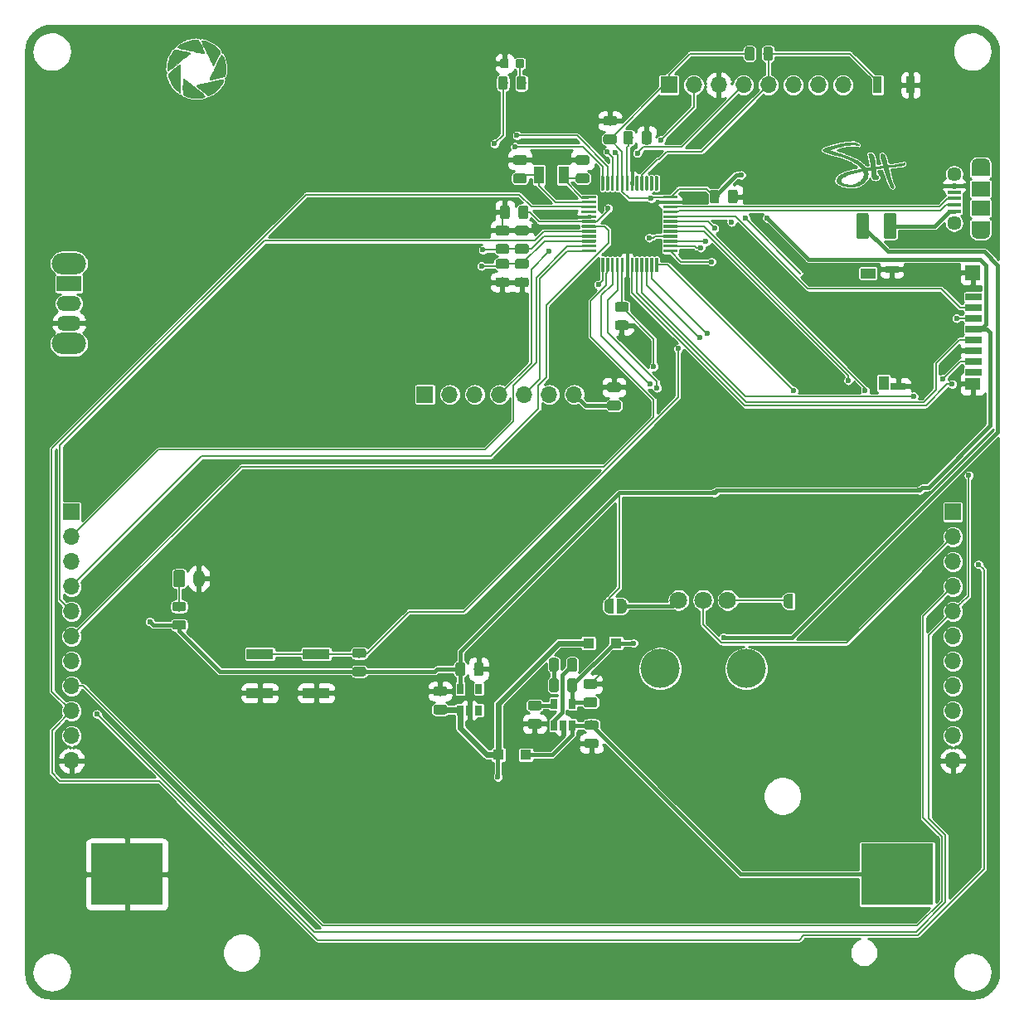
<source format=gbr>
G04 #@! TF.GenerationSoftware,KiCad,Pcbnew,(5.1.2)-2*
G04 #@! TF.CreationDate,2019-12-17T20:00:20-05:00*
G04 #@! TF.ProjectId,digiobscura_mcu,64696769-6f62-4736-9375-72615f6d6375,0.1a*
G04 #@! TF.SameCoordinates,Original*
G04 #@! TF.FileFunction,Copper,L1,Top*
G04 #@! TF.FilePolarity,Positive*
%FSLAX46Y46*%
G04 Gerber Fmt 4.6, Leading zero omitted, Abs format (unit mm)*
G04 Created by KiCad (PCBNEW (5.1.2)-2) date 2019-12-17 20:00:20*
%MOMM*%
%LPD*%
G04 APERTURE LIST*
%ADD10C,0.010000*%
%ADD11O,1.700000X1.700000*%
%ADD12R,1.700000X1.700000*%
%ADD13R,1.100000X1.100000*%
%ADD14C,0.100000*%
%ADD15C,0.975000*%
%ADD16R,1.900000X1.200000*%
%ADD17O,1.900000X1.200000*%
%ADD18R,1.900000X1.500000*%
%ADD19C,1.450000*%
%ADD20R,1.350000X0.400000*%
%ADD21C,4.000000*%
%ADD22C,1.800000*%
%ADD23C,0.500000*%
%ADD24R,1.550000X1.000000*%
%ADD25R,1.500000X1.500000*%
%ADD26R,1.750000X0.700000*%
%ADD27R,1.400000X0.800000*%
%ADD28R,1.000000X1.450000*%
%ADD29R,1.500000X0.800000*%
%ADD30R,1.500000X1.300000*%
%ADD31R,1.000000X1.800000*%
%ADD32R,0.900000X1.700000*%
%ADD33C,1.250000*%
%ADD34C,0.300000*%
%ADD35O,1.200000X1.750000*%
%ADD36C,1.200000*%
%ADD37C,0.875000*%
%ADD38R,7.340000X6.350000*%
%ADD39R,0.650000X1.060000*%
%ADD40R,2.500000X1.500000*%
%ADD41O,2.500000X1.500000*%
%ADD42O,3.500000X2.200000*%
%ADD43R,2.750000X1.000000*%
%ADD44C,0.600000*%
%ADD45C,0.200000*%
%ADD46C,0.400000*%
%ADD47C,0.600000*%
%ADD48C,0.254000*%
G04 APERTURE END LIST*
D10*
G36*
X184936154Y-112269445D02*
G01*
X184953921Y-112270193D01*
X185056760Y-112275578D01*
X185163259Y-112332822D01*
X185228029Y-112368727D01*
X185280039Y-112400186D01*
X185321278Y-112428620D01*
X185353738Y-112455449D01*
X185379411Y-112482092D01*
X185388659Y-112493584D01*
X185408214Y-112521329D01*
X185422195Y-112545302D01*
X185429532Y-112563097D01*
X185429155Y-112572307D01*
X185423664Y-112572332D01*
X185406372Y-112567194D01*
X185376933Y-112559984D01*
X185338826Y-112551428D01*
X185295532Y-112542254D01*
X185250530Y-112533186D01*
X185207299Y-112524953D01*
X185169320Y-112518281D01*
X185151011Y-112515404D01*
X184972331Y-112495670D01*
X184783075Y-112487419D01*
X184583583Y-112490606D01*
X184374197Y-112505190D01*
X184155257Y-112531126D01*
X183927103Y-112568372D01*
X183690077Y-112616883D01*
X183444519Y-112676618D01*
X183190769Y-112747532D01*
X183096406Y-112776122D01*
X183031204Y-112796658D01*
X182961949Y-112819158D01*
X182890141Y-112843077D01*
X182817285Y-112867868D01*
X182744882Y-112892987D01*
X182674436Y-112917888D01*
X182607448Y-112942025D01*
X182545422Y-112964853D01*
X182489859Y-112985827D01*
X182442263Y-113004402D01*
X182404136Y-113020031D01*
X182376980Y-113032170D01*
X182362298Y-113040272D01*
X182360321Y-113043326D01*
X182369807Y-113047565D01*
X182393291Y-113056214D01*
X182429632Y-113068896D01*
X182477691Y-113085238D01*
X182536328Y-113104863D01*
X182604404Y-113127397D01*
X182680779Y-113152463D01*
X182764314Y-113179688D01*
X182853868Y-113208696D01*
X182948302Y-113239111D01*
X183046477Y-113270558D01*
X183147253Y-113302663D01*
X183168114Y-113309287D01*
X183354831Y-113368904D01*
X183527368Y-113424803D01*
X183686867Y-113477412D01*
X183834472Y-113527161D01*
X183971325Y-113574480D01*
X184098569Y-113619799D01*
X184217347Y-113663546D01*
X184328803Y-113706152D01*
X184434079Y-113748046D01*
X184534317Y-113789659D01*
X184630662Y-113831418D01*
X184724255Y-113873755D01*
X184816240Y-113917099D01*
X184907760Y-113961878D01*
X184918550Y-113967261D01*
X185128316Y-114078075D01*
X185322957Y-114193271D01*
X185502633Y-114312954D01*
X185667506Y-114437228D01*
X185751987Y-114507619D01*
X185799601Y-114550180D01*
X185851943Y-114599361D01*
X185905855Y-114652001D01*
X185958174Y-114704942D01*
X186005743Y-114755023D01*
X186045399Y-114799085D01*
X186056377Y-114811965D01*
X186105206Y-114870299D01*
X186168706Y-114866186D01*
X186201168Y-114862463D01*
X186243545Y-114855299D01*
X186290512Y-114845698D01*
X186336745Y-114834668D01*
X186339909Y-114833844D01*
X186385355Y-114822826D01*
X186433120Y-114812776D01*
X186480353Y-114804129D01*
X186524201Y-114797317D01*
X186561812Y-114792773D01*
X186590335Y-114790932D01*
X186606916Y-114792225D01*
X186608733Y-114793007D01*
X186615477Y-114794611D01*
X186619864Y-114788451D01*
X186622012Y-114772835D01*
X186622039Y-114746069D01*
X186620064Y-114706459D01*
X186617426Y-114668474D01*
X186611810Y-114599329D01*
X186605331Y-114533345D01*
X186597628Y-114468412D01*
X186588343Y-114402422D01*
X186577117Y-114333265D01*
X186563591Y-114258833D01*
X186547406Y-114177017D01*
X186528202Y-114085707D01*
X186505622Y-113982794D01*
X186485408Y-113893001D01*
X186467726Y-113814062D01*
X186451181Y-113738168D01*
X186436116Y-113667038D01*
X186422875Y-113602391D01*
X186411801Y-113545944D01*
X186403237Y-113499416D01*
X186397527Y-113464524D01*
X186395014Y-113442988D01*
X186394925Y-113440175D01*
X186402426Y-113427859D01*
X186423206Y-113415813D01*
X186454676Y-113404827D01*
X186494248Y-113395693D01*
X186539333Y-113389200D01*
X186569550Y-113386815D01*
X186628232Y-113386728D01*
X186676491Y-113394447D01*
X186718485Y-113411499D01*
X186758370Y-113439410D01*
X186788092Y-113467061D01*
X186819255Y-113501834D01*
X186847340Y-113540693D01*
X186872627Y-113584735D01*
X186895398Y-113635055D01*
X186915935Y-113692746D01*
X186934519Y-113758905D01*
X186951430Y-113834626D01*
X186966952Y-113921004D01*
X186981364Y-114019134D01*
X186994949Y-114130111D01*
X187007988Y-114255030D01*
X187017773Y-114360725D01*
X187023438Y-114423814D01*
X187029185Y-114486031D01*
X187034722Y-114544368D01*
X187039762Y-114595820D01*
X187044014Y-114637378D01*
X187047112Y-114665392D01*
X187056450Y-114743841D01*
X187188047Y-114739265D01*
X187319397Y-114730352D01*
X187446643Y-114713639D01*
X187526422Y-114702031D01*
X187604367Y-114694338D01*
X187688064Y-114689867D01*
X187716518Y-114689023D01*
X187859393Y-114685459D01*
X187858479Y-114616357D01*
X187857697Y-114591128D01*
X187855740Y-114566281D01*
X187852163Y-114539948D01*
X187846520Y-114510259D01*
X187838363Y-114475347D01*
X187827247Y-114433343D01*
X187812726Y-114382379D01*
X187794352Y-114320586D01*
X187771680Y-114246095D01*
X187764227Y-114221818D01*
X187739893Y-114142446D01*
X187719757Y-114076176D01*
X187703249Y-114020966D01*
X187689797Y-113974776D01*
X187678831Y-113935565D01*
X187669781Y-113901293D01*
X187662075Y-113869919D01*
X187655145Y-113839403D01*
X187648418Y-113807703D01*
X187648342Y-113807335D01*
X187639265Y-113753887D01*
X187633167Y-113697940D01*
X187630159Y-113643168D01*
X187630351Y-113593246D01*
X187633855Y-113551851D01*
X187639866Y-113525101D01*
X187662682Y-113481250D01*
X187694847Y-113448723D01*
X187734004Y-113428119D01*
X187777800Y-113420036D01*
X187823877Y-113425072D01*
X187869882Y-113443825D01*
X187894575Y-113460415D01*
X187933793Y-113496706D01*
X187971415Y-113543503D01*
X188007660Y-113601387D01*
X188042749Y-113670943D01*
X188076902Y-113752753D01*
X188110337Y-113847401D01*
X188143274Y-113955470D01*
X188175934Y-114077541D01*
X188208535Y-114214200D01*
X188241298Y-114366029D01*
X188247878Y-114398211D01*
X188258462Y-114450212D01*
X188268257Y-114497948D01*
X188276736Y-114538888D01*
X188283374Y-114570499D01*
X188287645Y-114590249D01*
X188288673Y-114594664D01*
X188291842Y-114604326D01*
X188297644Y-114610245D01*
X188309430Y-114613332D01*
X188330556Y-114614498D01*
X188362301Y-114614655D01*
X188446735Y-114613086D01*
X188535197Y-114608417D01*
X188629093Y-114600454D01*
X188729827Y-114589004D01*
X188838803Y-114573872D01*
X188957427Y-114554864D01*
X189087102Y-114531786D01*
X189229234Y-114504445D01*
X189375456Y-114474681D01*
X189516284Y-114445859D01*
X189641941Y-114421165D01*
X189752398Y-114400606D01*
X189847626Y-114384186D01*
X189927595Y-114371911D01*
X189992276Y-114363786D01*
X189999768Y-114363014D01*
X190068456Y-114356151D01*
X190072826Y-114383080D01*
X190074949Y-114409411D01*
X190071994Y-114436990D01*
X190063125Y-114469765D01*
X190047507Y-114511683D01*
X190043620Y-114521221D01*
X190029682Y-114552991D01*
X190018492Y-114572588D01*
X190008008Y-114582975D01*
X189998550Y-114586691D01*
X189977449Y-114590431D01*
X189941974Y-114595852D01*
X189893517Y-114602779D01*
X189833469Y-114611039D01*
X189763223Y-114620455D01*
X189684170Y-114630853D01*
X189597703Y-114642060D01*
X189505212Y-114653899D01*
X189408090Y-114666196D01*
X189307729Y-114678777D01*
X189205521Y-114691466D01*
X189102858Y-114704090D01*
X189001131Y-114716472D01*
X188901733Y-114728439D01*
X188806055Y-114739816D01*
X188715489Y-114750428D01*
X188631427Y-114760101D01*
X188555261Y-114768659D01*
X188506300Y-114774010D01*
X188458658Y-114779225D01*
X188416766Y-114783967D01*
X188383049Y-114787950D01*
X188359933Y-114790885D01*
X188349844Y-114792486D01*
X188349610Y-114792586D01*
X188351400Y-114800337D01*
X188357497Y-114820885D01*
X188367190Y-114851965D01*
X188379772Y-114891312D01*
X188394532Y-114936661D01*
X188398484Y-114948685D01*
X188419289Y-115013498D01*
X188439234Y-115079273D01*
X188458857Y-115148071D01*
X188478691Y-115221948D01*
X188499274Y-115302966D01*
X188521141Y-115393182D01*
X188544827Y-115494655D01*
X188570868Y-115609445D01*
X188573858Y-115622787D01*
X188598939Y-115734079D01*
X188621323Y-115831666D01*
X188641466Y-115917404D01*
X188659828Y-115993145D01*
X188676866Y-116060743D01*
X188693038Y-116122054D01*
X188708801Y-116178930D01*
X188724615Y-116233225D01*
X188724766Y-116233733D01*
X188741265Y-116287318D01*
X188756625Y-116332374D01*
X188772634Y-116372977D01*
X188791080Y-116413203D01*
X188813751Y-116457128D01*
X188842434Y-116508826D01*
X188855438Y-116531631D01*
X188892173Y-116600197D01*
X188918258Y-116659959D01*
X188934322Y-116713289D01*
X188940993Y-116762555D01*
X188938899Y-116810129D01*
X188935116Y-116832336D01*
X188925225Y-116868502D01*
X188911716Y-116891418D01*
X188891637Y-116903697D01*
X188862039Y-116907949D01*
X188849596Y-116908035D01*
X188816993Y-116905487D01*
X188784804Y-116899693D01*
X188770811Y-116895664D01*
X188745368Y-116883288D01*
X188717257Y-116864756D01*
X188703342Y-116853524D01*
X188690637Y-116841999D01*
X188679087Y-116830496D01*
X188668118Y-116817834D01*
X188657156Y-116802828D01*
X188645627Y-116784296D01*
X188632959Y-116761054D01*
X188618577Y-116731920D01*
X188601908Y-116695711D01*
X188582378Y-116651243D01*
X188559413Y-116597333D01*
X188532441Y-116532799D01*
X188500886Y-116456457D01*
X188464176Y-116367124D01*
X188445928Y-116322630D01*
X188415946Y-116248404D01*
X188385128Y-116169834D01*
X188352901Y-116085370D01*
X188318694Y-115993458D01*
X188281937Y-115892548D01*
X188242057Y-115781086D01*
X188198483Y-115657522D01*
X188153154Y-115527537D01*
X188112082Y-115409513D01*
X188073542Y-115299346D01*
X188037933Y-115198163D01*
X188005657Y-115107092D01*
X187977114Y-115027262D01*
X187952704Y-114959799D01*
X187932827Y-114905832D01*
X187926720Y-114889559D01*
X187909103Y-114842924D01*
X187868373Y-114848034D01*
X187850320Y-114850190D01*
X187818821Y-114853833D01*
X187776207Y-114858699D01*
X187724810Y-114864523D01*
X187666962Y-114871040D01*
X187604994Y-114877986D01*
X187581581Y-114880601D01*
X187513167Y-114888351D01*
X187443082Y-114896501D01*
X187374741Y-114904636D01*
X187311561Y-114912347D01*
X187256954Y-114919220D01*
X187214338Y-114924844D01*
X187210503Y-114925372D01*
X187085487Y-114942686D01*
X187085487Y-114988511D01*
X187086895Y-115011564D01*
X187090794Y-115046580D01*
X187096698Y-115089930D01*
X187104123Y-115137984D01*
X187110545Y-115175765D01*
X187122126Y-115245851D01*
X187130040Y-115306166D01*
X187134869Y-115362233D01*
X187137200Y-115419574D01*
X187137384Y-115429536D01*
X187138413Y-115470679D01*
X187140012Y-115506416D01*
X187141989Y-115533603D01*
X187144150Y-115549098D01*
X187144873Y-115551114D01*
X187153325Y-115558685D01*
X187172488Y-115572968D01*
X187199728Y-115592077D01*
X187232409Y-115614132D01*
X187241018Y-115619817D01*
X187299202Y-115661302D01*
X187343137Y-115700671D01*
X187373923Y-115739850D01*
X187392664Y-115780766D01*
X187400459Y-115825346D01*
X187398412Y-115875517D01*
X187396165Y-115891198D01*
X187381397Y-115933848D01*
X187352463Y-115971659D01*
X187310745Y-116003017D01*
X187292447Y-116012612D01*
X187253576Y-116025218D01*
X187203719Y-116032575D01*
X187146936Y-116034489D01*
X187087289Y-116030765D01*
X187044584Y-116024435D01*
X187013888Y-116017886D01*
X186976347Y-116008719D01*
X186935082Y-115997834D01*
X186893216Y-115986131D01*
X186853871Y-115974510D01*
X186820169Y-115963870D01*
X186795233Y-115955112D01*
X186782184Y-115949135D01*
X186781526Y-115948612D01*
X186776768Y-115937738D01*
X186770054Y-115913304D01*
X186761799Y-115877446D01*
X186752418Y-115832301D01*
X186742327Y-115780005D01*
X186731940Y-115722696D01*
X186721672Y-115662510D01*
X186711937Y-115601583D01*
X186704686Y-115552861D01*
X186699007Y-115511044D01*
X186692644Y-115460485D01*
X186685866Y-115403706D01*
X186678942Y-115343226D01*
X186672141Y-115281567D01*
X186665733Y-115221247D01*
X186659986Y-115164788D01*
X186655170Y-115114710D01*
X186651555Y-115073533D01*
X186649409Y-115043778D01*
X186648925Y-115030841D01*
X186644703Y-115026497D01*
X186630485Y-115026495D01*
X186603945Y-115030913D01*
X186595346Y-115032669D01*
X186574146Y-115037499D01*
X186542792Y-115045156D01*
X186503917Y-115054948D01*
X186460151Y-115066183D01*
X186414126Y-115078166D01*
X186368473Y-115090207D01*
X186325824Y-115101611D01*
X186288811Y-115111687D01*
X186260064Y-115119741D01*
X186242215Y-115125081D01*
X186237605Y-115126841D01*
X186239334Y-115134564D01*
X186246634Y-115151466D01*
X186251364Y-115161068D01*
X186276554Y-115222766D01*
X186295819Y-115295507D01*
X186308714Y-115375434D01*
X186314794Y-115458690D01*
X186313614Y-115541419D01*
X186304728Y-115619763D01*
X186304494Y-115621113D01*
X186274862Y-115746321D01*
X186230472Y-115869986D01*
X186172442Y-115990447D01*
X186101888Y-116106041D01*
X186019928Y-116215109D01*
X185927678Y-116315989D01*
X185826256Y-116407018D01*
X185727257Y-116479679D01*
X185613035Y-116549209D01*
X185495117Y-116608655D01*
X185371368Y-116658775D01*
X185239651Y-116700324D01*
X185097829Y-116734058D01*
X184943767Y-116760734D01*
X184926487Y-116763200D01*
X184872519Y-116768990D01*
X184806092Y-116773316D01*
X184730552Y-116776177D01*
X184649248Y-116777576D01*
X184565528Y-116777514D01*
X184482738Y-116775991D01*
X184404226Y-116773010D01*
X184333340Y-116768571D01*
X184275612Y-116762945D01*
X184174157Y-116748991D01*
X184069485Y-116731655D01*
X183965115Y-116711676D01*
X183864568Y-116689792D01*
X183771361Y-116666741D01*
X183689014Y-116643263D01*
X183658405Y-116633416D01*
X183565490Y-116598536D01*
X183475963Y-116557726D01*
X183391813Y-116512273D01*
X183315029Y-116463463D01*
X183247599Y-116412583D01*
X183191510Y-116360917D01*
X183148752Y-116309754D01*
X183141579Y-116299078D01*
X183114181Y-116243826D01*
X183099518Y-116185107D01*
X183098947Y-116150967D01*
X183529823Y-116150967D01*
X183531707Y-116202178D01*
X183544891Y-116244907D01*
X183574416Y-116289625D01*
X183618687Y-116333451D01*
X183676580Y-116375846D01*
X183746970Y-116416271D01*
X183828733Y-116454191D01*
X183920742Y-116489066D01*
X184021875Y-116520358D01*
X184131006Y-116547530D01*
X184211785Y-116563853D01*
X184315131Y-116580886D01*
X184407498Y-116591744D01*
X184492436Y-116596651D01*
X184573494Y-116595829D01*
X184641880Y-116590803D01*
X184774673Y-116571004D01*
X184905938Y-116539077D01*
X185034384Y-116495919D01*
X185158724Y-116442427D01*
X185277667Y-116379497D01*
X185389925Y-116308027D01*
X185494208Y-116228912D01*
X185589226Y-116143050D01*
X185673690Y-116051337D01*
X185746312Y-115954671D01*
X185805800Y-115853947D01*
X185850868Y-115750063D01*
X185850922Y-115749911D01*
X185875797Y-115668428D01*
X185890324Y-115590541D01*
X185895780Y-115509034D01*
X185895895Y-115495787D01*
X185889994Y-115396629D01*
X185871267Y-115303183D01*
X185841843Y-115217975D01*
X185826222Y-115180678D01*
X185814760Y-115156070D01*
X185805704Y-115142104D01*
X185797302Y-115136734D01*
X185787803Y-115137914D01*
X185777333Y-115142653D01*
X185762715Y-115147888D01*
X185734071Y-115156207D01*
X185692868Y-115167247D01*
X185640577Y-115180643D01*
X185578667Y-115196032D01*
X185508607Y-115213050D01*
X185431866Y-115231335D01*
X185349913Y-115250522D01*
X185264218Y-115270248D01*
X185232081Y-115277560D01*
X185081165Y-115312887D01*
X184943180Y-115347674D01*
X184815249Y-115382854D01*
X184694496Y-115419358D01*
X184578045Y-115458120D01*
X184463020Y-115500072D01*
X184346546Y-115546148D01*
X184225744Y-115597279D01*
X184168545Y-115622481D01*
X184041766Y-115681358D01*
X183930223Y-115738337D01*
X183833436Y-115793751D01*
X183750923Y-115847933D01*
X183682204Y-115901217D01*
X183626799Y-115953936D01*
X183584225Y-116006423D01*
X183561889Y-116043040D01*
X183539980Y-116096779D01*
X183529823Y-116150967D01*
X183098947Y-116150967D01*
X183098547Y-116127107D01*
X183099933Y-116116866D01*
X183117274Y-116048123D01*
X183147464Y-115974135D01*
X183189343Y-115897121D01*
X183241750Y-115819301D01*
X183282826Y-115767035D01*
X183341250Y-115706120D01*
X183414378Y-115645335D01*
X183501045Y-115585300D01*
X183600087Y-115526633D01*
X183710340Y-115469950D01*
X183830641Y-115415871D01*
X183959824Y-115365013D01*
X184096727Y-115317995D01*
X184172425Y-115294723D01*
X184231102Y-115277621D01*
X184287730Y-115261639D01*
X184343994Y-115246382D01*
X184401577Y-115231455D01*
X184462164Y-115216465D01*
X184527439Y-115201016D01*
X184599086Y-115184713D01*
X184678789Y-115167161D01*
X184768232Y-115147967D01*
X184869100Y-115126735D01*
X184983077Y-115103070D01*
X185041814Y-115090962D01*
X185148814Y-115068826D01*
X185249028Y-115047858D01*
X185341461Y-115028278D01*
X185425119Y-115010303D01*
X185499009Y-114994153D01*
X185562135Y-114980048D01*
X185613503Y-114968206D01*
X185652120Y-114958847D01*
X185676990Y-114952190D01*
X185686496Y-114948865D01*
X185686121Y-114940803D01*
X185675209Y-114923075D01*
X185654807Y-114896871D01*
X185625962Y-114863382D01*
X185589719Y-114823798D01*
X185547125Y-114779309D01*
X185499225Y-114731105D01*
X185469423Y-114701912D01*
X185324174Y-114570473D01*
X185164467Y-114443719D01*
X184991153Y-114322134D01*
X184805083Y-114206204D01*
X184607107Y-114096413D01*
X184398078Y-113993246D01*
X184178846Y-113897187D01*
X183950263Y-113808722D01*
X183823648Y-113764418D01*
X183755244Y-113741627D01*
X183690516Y-113720732D01*
X183627174Y-113701088D01*
X183562923Y-113682053D01*
X183495474Y-113662985D01*
X183422532Y-113643240D01*
X183341806Y-113622177D01*
X183251003Y-113599151D01*
X183147831Y-113573521D01*
X183107085Y-113563500D01*
X183008123Y-113539123D01*
X182922419Y-113517774D01*
X182847779Y-113498848D01*
X182782009Y-113481738D01*
X182722913Y-113465838D01*
X182668298Y-113450542D01*
X182615968Y-113435245D01*
X182563728Y-113419339D01*
X182509385Y-113402218D01*
X182450743Y-113383278D01*
X182430143Y-113376547D01*
X182370509Y-113357324D01*
X182305698Y-113336948D01*
X182240806Y-113316986D01*
X182180926Y-113299006D01*
X182132487Y-113284952D01*
X182038182Y-113256672D01*
X181958670Y-113229102D01*
X181892927Y-113201623D01*
X181839926Y-113173617D01*
X181798642Y-113144466D01*
X181768050Y-113113553D01*
X181747123Y-113080260D01*
X181735198Y-113045586D01*
X181731503Y-113011693D01*
X181737674Y-112981389D01*
X181754859Y-112953289D01*
X181784203Y-112926011D01*
X181826852Y-112898171D01*
X181880611Y-112870002D01*
X181918019Y-112852572D01*
X181958625Y-112835214D01*
X182003532Y-112817585D01*
X182053846Y-112799345D01*
X182110670Y-112780152D01*
X182175109Y-112759666D01*
X182248265Y-112737545D01*
X182331245Y-112713448D01*
X182425151Y-112687034D01*
X182531088Y-112657961D01*
X182650159Y-112625889D01*
X182783470Y-112590476D01*
X182795268Y-112587360D01*
X182967244Y-112542518D01*
X183125829Y-112502394D01*
X183272683Y-112466661D01*
X183409467Y-112434994D01*
X183537843Y-112407065D01*
X183659470Y-112382548D01*
X183776009Y-112361117D01*
X183889122Y-112342446D01*
X184000470Y-112326207D01*
X184111712Y-112312074D01*
X184224510Y-112299720D01*
X184291487Y-112293225D01*
X184355367Y-112287972D01*
X184427992Y-112283134D01*
X184506444Y-112278814D01*
X184587806Y-112275114D01*
X184669161Y-112272133D01*
X184747591Y-112269975D01*
X184820178Y-112268740D01*
X184884005Y-112268529D01*
X184936154Y-112269445D01*
X184936154Y-112269445D01*
G37*
X184936154Y-112269445D02*
X184953921Y-112270193D01*
X185056760Y-112275578D01*
X185163259Y-112332822D01*
X185228029Y-112368727D01*
X185280039Y-112400186D01*
X185321278Y-112428620D01*
X185353738Y-112455449D01*
X185379411Y-112482092D01*
X185388659Y-112493584D01*
X185408214Y-112521329D01*
X185422195Y-112545302D01*
X185429532Y-112563097D01*
X185429155Y-112572307D01*
X185423664Y-112572332D01*
X185406372Y-112567194D01*
X185376933Y-112559984D01*
X185338826Y-112551428D01*
X185295532Y-112542254D01*
X185250530Y-112533186D01*
X185207299Y-112524953D01*
X185169320Y-112518281D01*
X185151011Y-112515404D01*
X184972331Y-112495670D01*
X184783075Y-112487419D01*
X184583583Y-112490606D01*
X184374197Y-112505190D01*
X184155257Y-112531126D01*
X183927103Y-112568372D01*
X183690077Y-112616883D01*
X183444519Y-112676618D01*
X183190769Y-112747532D01*
X183096406Y-112776122D01*
X183031204Y-112796658D01*
X182961949Y-112819158D01*
X182890141Y-112843077D01*
X182817285Y-112867868D01*
X182744882Y-112892987D01*
X182674436Y-112917888D01*
X182607448Y-112942025D01*
X182545422Y-112964853D01*
X182489859Y-112985827D01*
X182442263Y-113004402D01*
X182404136Y-113020031D01*
X182376980Y-113032170D01*
X182362298Y-113040272D01*
X182360321Y-113043326D01*
X182369807Y-113047565D01*
X182393291Y-113056214D01*
X182429632Y-113068896D01*
X182477691Y-113085238D01*
X182536328Y-113104863D01*
X182604404Y-113127397D01*
X182680779Y-113152463D01*
X182764314Y-113179688D01*
X182853868Y-113208696D01*
X182948302Y-113239111D01*
X183046477Y-113270558D01*
X183147253Y-113302663D01*
X183168114Y-113309287D01*
X183354831Y-113368904D01*
X183527368Y-113424803D01*
X183686867Y-113477412D01*
X183834472Y-113527161D01*
X183971325Y-113574480D01*
X184098569Y-113619799D01*
X184217347Y-113663546D01*
X184328803Y-113706152D01*
X184434079Y-113748046D01*
X184534317Y-113789659D01*
X184630662Y-113831418D01*
X184724255Y-113873755D01*
X184816240Y-113917099D01*
X184907760Y-113961878D01*
X184918550Y-113967261D01*
X185128316Y-114078075D01*
X185322957Y-114193271D01*
X185502633Y-114312954D01*
X185667506Y-114437228D01*
X185751987Y-114507619D01*
X185799601Y-114550180D01*
X185851943Y-114599361D01*
X185905855Y-114652001D01*
X185958174Y-114704942D01*
X186005743Y-114755023D01*
X186045399Y-114799085D01*
X186056377Y-114811965D01*
X186105206Y-114870299D01*
X186168706Y-114866186D01*
X186201168Y-114862463D01*
X186243545Y-114855299D01*
X186290512Y-114845698D01*
X186336745Y-114834668D01*
X186339909Y-114833844D01*
X186385355Y-114822826D01*
X186433120Y-114812776D01*
X186480353Y-114804129D01*
X186524201Y-114797317D01*
X186561812Y-114792773D01*
X186590335Y-114790932D01*
X186606916Y-114792225D01*
X186608733Y-114793007D01*
X186615477Y-114794611D01*
X186619864Y-114788451D01*
X186622012Y-114772835D01*
X186622039Y-114746069D01*
X186620064Y-114706459D01*
X186617426Y-114668474D01*
X186611810Y-114599329D01*
X186605331Y-114533345D01*
X186597628Y-114468412D01*
X186588343Y-114402422D01*
X186577117Y-114333265D01*
X186563591Y-114258833D01*
X186547406Y-114177017D01*
X186528202Y-114085707D01*
X186505622Y-113982794D01*
X186485408Y-113893001D01*
X186467726Y-113814062D01*
X186451181Y-113738168D01*
X186436116Y-113667038D01*
X186422875Y-113602391D01*
X186411801Y-113545944D01*
X186403237Y-113499416D01*
X186397527Y-113464524D01*
X186395014Y-113442988D01*
X186394925Y-113440175D01*
X186402426Y-113427859D01*
X186423206Y-113415813D01*
X186454676Y-113404827D01*
X186494248Y-113395693D01*
X186539333Y-113389200D01*
X186569550Y-113386815D01*
X186628232Y-113386728D01*
X186676491Y-113394447D01*
X186718485Y-113411499D01*
X186758370Y-113439410D01*
X186788092Y-113467061D01*
X186819255Y-113501834D01*
X186847340Y-113540693D01*
X186872627Y-113584735D01*
X186895398Y-113635055D01*
X186915935Y-113692746D01*
X186934519Y-113758905D01*
X186951430Y-113834626D01*
X186966952Y-113921004D01*
X186981364Y-114019134D01*
X186994949Y-114130111D01*
X187007988Y-114255030D01*
X187017773Y-114360725D01*
X187023438Y-114423814D01*
X187029185Y-114486031D01*
X187034722Y-114544368D01*
X187039762Y-114595820D01*
X187044014Y-114637378D01*
X187047112Y-114665392D01*
X187056450Y-114743841D01*
X187188047Y-114739265D01*
X187319397Y-114730352D01*
X187446643Y-114713639D01*
X187526422Y-114702031D01*
X187604367Y-114694338D01*
X187688064Y-114689867D01*
X187716518Y-114689023D01*
X187859393Y-114685459D01*
X187858479Y-114616357D01*
X187857697Y-114591128D01*
X187855740Y-114566281D01*
X187852163Y-114539948D01*
X187846520Y-114510259D01*
X187838363Y-114475347D01*
X187827247Y-114433343D01*
X187812726Y-114382379D01*
X187794352Y-114320586D01*
X187771680Y-114246095D01*
X187764227Y-114221818D01*
X187739893Y-114142446D01*
X187719757Y-114076176D01*
X187703249Y-114020966D01*
X187689797Y-113974776D01*
X187678831Y-113935565D01*
X187669781Y-113901293D01*
X187662075Y-113869919D01*
X187655145Y-113839403D01*
X187648418Y-113807703D01*
X187648342Y-113807335D01*
X187639265Y-113753887D01*
X187633167Y-113697940D01*
X187630159Y-113643168D01*
X187630351Y-113593246D01*
X187633855Y-113551851D01*
X187639866Y-113525101D01*
X187662682Y-113481250D01*
X187694847Y-113448723D01*
X187734004Y-113428119D01*
X187777800Y-113420036D01*
X187823877Y-113425072D01*
X187869882Y-113443825D01*
X187894575Y-113460415D01*
X187933793Y-113496706D01*
X187971415Y-113543503D01*
X188007660Y-113601387D01*
X188042749Y-113670943D01*
X188076902Y-113752753D01*
X188110337Y-113847401D01*
X188143274Y-113955470D01*
X188175934Y-114077541D01*
X188208535Y-114214200D01*
X188241298Y-114366029D01*
X188247878Y-114398211D01*
X188258462Y-114450212D01*
X188268257Y-114497948D01*
X188276736Y-114538888D01*
X188283374Y-114570499D01*
X188287645Y-114590249D01*
X188288673Y-114594664D01*
X188291842Y-114604326D01*
X188297644Y-114610245D01*
X188309430Y-114613332D01*
X188330556Y-114614498D01*
X188362301Y-114614655D01*
X188446735Y-114613086D01*
X188535197Y-114608417D01*
X188629093Y-114600454D01*
X188729827Y-114589004D01*
X188838803Y-114573872D01*
X188957427Y-114554864D01*
X189087102Y-114531786D01*
X189229234Y-114504445D01*
X189375456Y-114474681D01*
X189516284Y-114445859D01*
X189641941Y-114421165D01*
X189752398Y-114400606D01*
X189847626Y-114384186D01*
X189927595Y-114371911D01*
X189992276Y-114363786D01*
X189999768Y-114363014D01*
X190068456Y-114356151D01*
X190072826Y-114383080D01*
X190074949Y-114409411D01*
X190071994Y-114436990D01*
X190063125Y-114469765D01*
X190047507Y-114511683D01*
X190043620Y-114521221D01*
X190029682Y-114552991D01*
X190018492Y-114572588D01*
X190008008Y-114582975D01*
X189998550Y-114586691D01*
X189977449Y-114590431D01*
X189941974Y-114595852D01*
X189893517Y-114602779D01*
X189833469Y-114611039D01*
X189763223Y-114620455D01*
X189684170Y-114630853D01*
X189597703Y-114642060D01*
X189505212Y-114653899D01*
X189408090Y-114666196D01*
X189307729Y-114678777D01*
X189205521Y-114691466D01*
X189102858Y-114704090D01*
X189001131Y-114716472D01*
X188901733Y-114728439D01*
X188806055Y-114739816D01*
X188715489Y-114750428D01*
X188631427Y-114760101D01*
X188555261Y-114768659D01*
X188506300Y-114774010D01*
X188458658Y-114779225D01*
X188416766Y-114783967D01*
X188383049Y-114787950D01*
X188359933Y-114790885D01*
X188349844Y-114792486D01*
X188349610Y-114792586D01*
X188351400Y-114800337D01*
X188357497Y-114820885D01*
X188367190Y-114851965D01*
X188379772Y-114891312D01*
X188394532Y-114936661D01*
X188398484Y-114948685D01*
X188419289Y-115013498D01*
X188439234Y-115079273D01*
X188458857Y-115148071D01*
X188478691Y-115221948D01*
X188499274Y-115302966D01*
X188521141Y-115393182D01*
X188544827Y-115494655D01*
X188570868Y-115609445D01*
X188573858Y-115622787D01*
X188598939Y-115734079D01*
X188621323Y-115831666D01*
X188641466Y-115917404D01*
X188659828Y-115993145D01*
X188676866Y-116060743D01*
X188693038Y-116122054D01*
X188708801Y-116178930D01*
X188724615Y-116233225D01*
X188724766Y-116233733D01*
X188741265Y-116287318D01*
X188756625Y-116332374D01*
X188772634Y-116372977D01*
X188791080Y-116413203D01*
X188813751Y-116457128D01*
X188842434Y-116508826D01*
X188855438Y-116531631D01*
X188892173Y-116600197D01*
X188918258Y-116659959D01*
X188934322Y-116713289D01*
X188940993Y-116762555D01*
X188938899Y-116810129D01*
X188935116Y-116832336D01*
X188925225Y-116868502D01*
X188911716Y-116891418D01*
X188891637Y-116903697D01*
X188862039Y-116907949D01*
X188849596Y-116908035D01*
X188816993Y-116905487D01*
X188784804Y-116899693D01*
X188770811Y-116895664D01*
X188745368Y-116883288D01*
X188717257Y-116864756D01*
X188703342Y-116853524D01*
X188690637Y-116841999D01*
X188679087Y-116830496D01*
X188668118Y-116817834D01*
X188657156Y-116802828D01*
X188645627Y-116784296D01*
X188632959Y-116761054D01*
X188618577Y-116731920D01*
X188601908Y-116695711D01*
X188582378Y-116651243D01*
X188559413Y-116597333D01*
X188532441Y-116532799D01*
X188500886Y-116456457D01*
X188464176Y-116367124D01*
X188445928Y-116322630D01*
X188415946Y-116248404D01*
X188385128Y-116169834D01*
X188352901Y-116085370D01*
X188318694Y-115993458D01*
X188281937Y-115892548D01*
X188242057Y-115781086D01*
X188198483Y-115657522D01*
X188153154Y-115527537D01*
X188112082Y-115409513D01*
X188073542Y-115299346D01*
X188037933Y-115198163D01*
X188005657Y-115107092D01*
X187977114Y-115027262D01*
X187952704Y-114959799D01*
X187932827Y-114905832D01*
X187926720Y-114889559D01*
X187909103Y-114842924D01*
X187868373Y-114848034D01*
X187850320Y-114850190D01*
X187818821Y-114853833D01*
X187776207Y-114858699D01*
X187724810Y-114864523D01*
X187666962Y-114871040D01*
X187604994Y-114877986D01*
X187581581Y-114880601D01*
X187513167Y-114888351D01*
X187443082Y-114896501D01*
X187374741Y-114904636D01*
X187311561Y-114912347D01*
X187256954Y-114919220D01*
X187214338Y-114924844D01*
X187210503Y-114925372D01*
X187085487Y-114942686D01*
X187085487Y-114988511D01*
X187086895Y-115011564D01*
X187090794Y-115046580D01*
X187096698Y-115089930D01*
X187104123Y-115137984D01*
X187110545Y-115175765D01*
X187122126Y-115245851D01*
X187130040Y-115306166D01*
X187134869Y-115362233D01*
X187137200Y-115419574D01*
X187137384Y-115429536D01*
X187138413Y-115470679D01*
X187140012Y-115506416D01*
X187141989Y-115533603D01*
X187144150Y-115549098D01*
X187144873Y-115551114D01*
X187153325Y-115558685D01*
X187172488Y-115572968D01*
X187199728Y-115592077D01*
X187232409Y-115614132D01*
X187241018Y-115619817D01*
X187299202Y-115661302D01*
X187343137Y-115700671D01*
X187373923Y-115739850D01*
X187392664Y-115780766D01*
X187400459Y-115825346D01*
X187398412Y-115875517D01*
X187396165Y-115891198D01*
X187381397Y-115933848D01*
X187352463Y-115971659D01*
X187310745Y-116003017D01*
X187292447Y-116012612D01*
X187253576Y-116025218D01*
X187203719Y-116032575D01*
X187146936Y-116034489D01*
X187087289Y-116030765D01*
X187044584Y-116024435D01*
X187013888Y-116017886D01*
X186976347Y-116008719D01*
X186935082Y-115997834D01*
X186893216Y-115986131D01*
X186853871Y-115974510D01*
X186820169Y-115963870D01*
X186795233Y-115955112D01*
X186782184Y-115949135D01*
X186781526Y-115948612D01*
X186776768Y-115937738D01*
X186770054Y-115913304D01*
X186761799Y-115877446D01*
X186752418Y-115832301D01*
X186742327Y-115780005D01*
X186731940Y-115722696D01*
X186721672Y-115662510D01*
X186711937Y-115601583D01*
X186704686Y-115552861D01*
X186699007Y-115511044D01*
X186692644Y-115460485D01*
X186685866Y-115403706D01*
X186678942Y-115343226D01*
X186672141Y-115281567D01*
X186665733Y-115221247D01*
X186659986Y-115164788D01*
X186655170Y-115114710D01*
X186651555Y-115073533D01*
X186649409Y-115043778D01*
X186648925Y-115030841D01*
X186644703Y-115026497D01*
X186630485Y-115026495D01*
X186603945Y-115030913D01*
X186595346Y-115032669D01*
X186574146Y-115037499D01*
X186542792Y-115045156D01*
X186503917Y-115054948D01*
X186460151Y-115066183D01*
X186414126Y-115078166D01*
X186368473Y-115090207D01*
X186325824Y-115101611D01*
X186288811Y-115111687D01*
X186260064Y-115119741D01*
X186242215Y-115125081D01*
X186237605Y-115126841D01*
X186239334Y-115134564D01*
X186246634Y-115151466D01*
X186251364Y-115161068D01*
X186276554Y-115222766D01*
X186295819Y-115295507D01*
X186308714Y-115375434D01*
X186314794Y-115458690D01*
X186313614Y-115541419D01*
X186304728Y-115619763D01*
X186304494Y-115621113D01*
X186274862Y-115746321D01*
X186230472Y-115869986D01*
X186172442Y-115990447D01*
X186101888Y-116106041D01*
X186019928Y-116215109D01*
X185927678Y-116315989D01*
X185826256Y-116407018D01*
X185727257Y-116479679D01*
X185613035Y-116549209D01*
X185495117Y-116608655D01*
X185371368Y-116658775D01*
X185239651Y-116700324D01*
X185097829Y-116734058D01*
X184943767Y-116760734D01*
X184926487Y-116763200D01*
X184872519Y-116768990D01*
X184806092Y-116773316D01*
X184730552Y-116776177D01*
X184649248Y-116777576D01*
X184565528Y-116777514D01*
X184482738Y-116775991D01*
X184404226Y-116773010D01*
X184333340Y-116768571D01*
X184275612Y-116762945D01*
X184174157Y-116748991D01*
X184069485Y-116731655D01*
X183965115Y-116711676D01*
X183864568Y-116689792D01*
X183771361Y-116666741D01*
X183689014Y-116643263D01*
X183658405Y-116633416D01*
X183565490Y-116598536D01*
X183475963Y-116557726D01*
X183391813Y-116512273D01*
X183315029Y-116463463D01*
X183247599Y-116412583D01*
X183191510Y-116360917D01*
X183148752Y-116309754D01*
X183141579Y-116299078D01*
X183114181Y-116243826D01*
X183099518Y-116185107D01*
X183098947Y-116150967D01*
X183529823Y-116150967D01*
X183531707Y-116202178D01*
X183544891Y-116244907D01*
X183574416Y-116289625D01*
X183618687Y-116333451D01*
X183676580Y-116375846D01*
X183746970Y-116416271D01*
X183828733Y-116454191D01*
X183920742Y-116489066D01*
X184021875Y-116520358D01*
X184131006Y-116547530D01*
X184211785Y-116563853D01*
X184315131Y-116580886D01*
X184407498Y-116591744D01*
X184492436Y-116596651D01*
X184573494Y-116595829D01*
X184641880Y-116590803D01*
X184774673Y-116571004D01*
X184905938Y-116539077D01*
X185034384Y-116495919D01*
X185158724Y-116442427D01*
X185277667Y-116379497D01*
X185389925Y-116308027D01*
X185494208Y-116228912D01*
X185589226Y-116143050D01*
X185673690Y-116051337D01*
X185746312Y-115954671D01*
X185805800Y-115853947D01*
X185850868Y-115750063D01*
X185850922Y-115749911D01*
X185875797Y-115668428D01*
X185890324Y-115590541D01*
X185895780Y-115509034D01*
X185895895Y-115495787D01*
X185889994Y-115396629D01*
X185871267Y-115303183D01*
X185841843Y-115217975D01*
X185826222Y-115180678D01*
X185814760Y-115156070D01*
X185805704Y-115142104D01*
X185797302Y-115136734D01*
X185787803Y-115137914D01*
X185777333Y-115142653D01*
X185762715Y-115147888D01*
X185734071Y-115156207D01*
X185692868Y-115167247D01*
X185640577Y-115180643D01*
X185578667Y-115196032D01*
X185508607Y-115213050D01*
X185431866Y-115231335D01*
X185349913Y-115250522D01*
X185264218Y-115270248D01*
X185232081Y-115277560D01*
X185081165Y-115312887D01*
X184943180Y-115347674D01*
X184815249Y-115382854D01*
X184694496Y-115419358D01*
X184578045Y-115458120D01*
X184463020Y-115500072D01*
X184346546Y-115546148D01*
X184225744Y-115597279D01*
X184168545Y-115622481D01*
X184041766Y-115681358D01*
X183930223Y-115738337D01*
X183833436Y-115793751D01*
X183750923Y-115847933D01*
X183682204Y-115901217D01*
X183626799Y-115953936D01*
X183584225Y-116006423D01*
X183561889Y-116043040D01*
X183539980Y-116096779D01*
X183529823Y-116150967D01*
X183098947Y-116150967D01*
X183098547Y-116127107D01*
X183099933Y-116116866D01*
X183117274Y-116048123D01*
X183147464Y-115974135D01*
X183189343Y-115897121D01*
X183241750Y-115819301D01*
X183282826Y-115767035D01*
X183341250Y-115706120D01*
X183414378Y-115645335D01*
X183501045Y-115585300D01*
X183600087Y-115526633D01*
X183710340Y-115469950D01*
X183830641Y-115415871D01*
X183959824Y-115365013D01*
X184096727Y-115317995D01*
X184172425Y-115294723D01*
X184231102Y-115277621D01*
X184287730Y-115261639D01*
X184343994Y-115246382D01*
X184401577Y-115231455D01*
X184462164Y-115216465D01*
X184527439Y-115201016D01*
X184599086Y-115184713D01*
X184678789Y-115167161D01*
X184768232Y-115147967D01*
X184869100Y-115126735D01*
X184983077Y-115103070D01*
X185041814Y-115090962D01*
X185148814Y-115068826D01*
X185249028Y-115047858D01*
X185341461Y-115028278D01*
X185425119Y-115010303D01*
X185499009Y-114994153D01*
X185562135Y-114980048D01*
X185613503Y-114968206D01*
X185652120Y-114958847D01*
X185676990Y-114952190D01*
X185686496Y-114948865D01*
X185686121Y-114940803D01*
X185675209Y-114923075D01*
X185654807Y-114896871D01*
X185625962Y-114863382D01*
X185589719Y-114823798D01*
X185547125Y-114779309D01*
X185499225Y-114731105D01*
X185469423Y-114701912D01*
X185324174Y-114570473D01*
X185164467Y-114443719D01*
X184991153Y-114322134D01*
X184805083Y-114206204D01*
X184607107Y-114096413D01*
X184398078Y-113993246D01*
X184178846Y-113897187D01*
X183950263Y-113808722D01*
X183823648Y-113764418D01*
X183755244Y-113741627D01*
X183690516Y-113720732D01*
X183627174Y-113701088D01*
X183562923Y-113682053D01*
X183495474Y-113662985D01*
X183422532Y-113643240D01*
X183341806Y-113622177D01*
X183251003Y-113599151D01*
X183147831Y-113573521D01*
X183107085Y-113563500D01*
X183008123Y-113539123D01*
X182922419Y-113517774D01*
X182847779Y-113498848D01*
X182782009Y-113481738D01*
X182722913Y-113465838D01*
X182668298Y-113450542D01*
X182615968Y-113435245D01*
X182563728Y-113419339D01*
X182509385Y-113402218D01*
X182450743Y-113383278D01*
X182430143Y-113376547D01*
X182370509Y-113357324D01*
X182305698Y-113336948D01*
X182240806Y-113316986D01*
X182180926Y-113299006D01*
X182132487Y-113284952D01*
X182038182Y-113256672D01*
X181958670Y-113229102D01*
X181892927Y-113201623D01*
X181839926Y-113173617D01*
X181798642Y-113144466D01*
X181768050Y-113113553D01*
X181747123Y-113080260D01*
X181735198Y-113045586D01*
X181731503Y-113011693D01*
X181737674Y-112981389D01*
X181754859Y-112953289D01*
X181784203Y-112926011D01*
X181826852Y-112898171D01*
X181880611Y-112870002D01*
X181918019Y-112852572D01*
X181958625Y-112835214D01*
X182003532Y-112817585D01*
X182053846Y-112799345D01*
X182110670Y-112780152D01*
X182175109Y-112759666D01*
X182248265Y-112737545D01*
X182331245Y-112713448D01*
X182425151Y-112687034D01*
X182531088Y-112657961D01*
X182650159Y-112625889D01*
X182783470Y-112590476D01*
X182795268Y-112587360D01*
X182967244Y-112542518D01*
X183125829Y-112502394D01*
X183272683Y-112466661D01*
X183409467Y-112434994D01*
X183537843Y-112407065D01*
X183659470Y-112382548D01*
X183776009Y-112361117D01*
X183889122Y-112342446D01*
X184000470Y-112326207D01*
X184111712Y-112312074D01*
X184224510Y-112299720D01*
X184291487Y-112293225D01*
X184355367Y-112287972D01*
X184427992Y-112283134D01*
X184506444Y-112278814D01*
X184587806Y-112275114D01*
X184669161Y-112272133D01*
X184747591Y-112269975D01*
X184820178Y-112268740D01*
X184884005Y-112268529D01*
X184936154Y-112269445D01*
G36*
X117841876Y-101780770D02*
G01*
X117913429Y-101805343D01*
X117942188Y-101828624D01*
X117974880Y-101878060D01*
X118026942Y-101972253D01*
X118093480Y-102100897D01*
X118169603Y-102253686D01*
X118250418Y-102420314D01*
X118331034Y-102590473D01*
X118406559Y-102753859D01*
X118472100Y-102900165D01*
X118522766Y-103019083D01*
X118553663Y-103100309D01*
X118560773Y-103131813D01*
X118534679Y-103178438D01*
X118519775Y-103186345D01*
X118479460Y-103181585D01*
X118388736Y-103163972D01*
X118258837Y-103135898D01*
X118100995Y-103099756D01*
X117995900Y-103074795D01*
X117813632Y-103031550D01*
X117587161Y-102978774D01*
X117334301Y-102920565D01*
X117072870Y-102861017D01*
X116820684Y-102804225D01*
X116757650Y-102790154D01*
X116489179Y-102730127D01*
X116276336Y-102681767D01*
X116112707Y-102643219D01*
X115991876Y-102612628D01*
X115907427Y-102588140D01*
X115852946Y-102567900D01*
X115822016Y-102550053D01*
X115808223Y-102532745D01*
X115805150Y-102514800D01*
X115831485Y-102475487D01*
X115902935Y-102414387D01*
X116008159Y-102338792D01*
X116135821Y-102255992D01*
X116274581Y-102173278D01*
X116413102Y-102097941D01*
X116540046Y-102037273D01*
X116562598Y-102027726D01*
X116829450Y-101927692D01*
X117078353Y-101858014D01*
X117341353Y-101809894D01*
X117371134Y-101805728D01*
X117578807Y-101781286D01*
X117733028Y-101772858D01*
X117841876Y-101780770D01*
X117841876Y-101780770D01*
G37*
X117841876Y-101780770D02*
X117913429Y-101805343D01*
X117942188Y-101828624D01*
X117974880Y-101878060D01*
X118026942Y-101972253D01*
X118093480Y-102100897D01*
X118169603Y-102253686D01*
X118250418Y-102420314D01*
X118331034Y-102590473D01*
X118406559Y-102753859D01*
X118472100Y-102900165D01*
X118522766Y-103019083D01*
X118553663Y-103100309D01*
X118560773Y-103131813D01*
X118534679Y-103178438D01*
X118519775Y-103186345D01*
X118479460Y-103181585D01*
X118388736Y-103163972D01*
X118258837Y-103135898D01*
X118100995Y-103099756D01*
X117995900Y-103074795D01*
X117813632Y-103031550D01*
X117587161Y-102978774D01*
X117334301Y-102920565D01*
X117072870Y-102861017D01*
X116820684Y-102804225D01*
X116757650Y-102790154D01*
X116489179Y-102730127D01*
X116276336Y-102681767D01*
X116112707Y-102643219D01*
X115991876Y-102612628D01*
X115907427Y-102588140D01*
X115852946Y-102567900D01*
X115822016Y-102550053D01*
X115808223Y-102532745D01*
X115805150Y-102514800D01*
X115831485Y-102475487D01*
X115902935Y-102414387D01*
X116008159Y-102338792D01*
X116135821Y-102255992D01*
X116274581Y-102173278D01*
X116413102Y-102097941D01*
X116540046Y-102037273D01*
X116562598Y-102027726D01*
X116829450Y-101927692D01*
X117078353Y-101858014D01*
X117341353Y-101809894D01*
X117371134Y-101805728D01*
X117578807Y-101781286D01*
X117733028Y-101772858D01*
X117841876Y-101780770D01*
G36*
X118462886Y-101859166D02*
G01*
X118604537Y-101896155D01*
X118766512Y-101950269D01*
X118939809Y-102018462D01*
X119115426Y-102097689D01*
X119284360Y-102184904D01*
X119437610Y-102277062D01*
X119456400Y-102289577D01*
X119627042Y-102413785D01*
X119786733Y-102546726D01*
X119927367Y-102680025D01*
X120040836Y-102805304D01*
X120119034Y-102914185D01*
X120153854Y-102998293D01*
X120154900Y-103011370D01*
X120141684Y-103057450D01*
X120105170Y-103148073D01*
X120050058Y-103273534D01*
X119981048Y-103424131D01*
X119902838Y-103590159D01*
X119820129Y-103761913D01*
X119737621Y-103929691D01*
X119660012Y-104083787D01*
X119592004Y-104214499D01*
X119538294Y-104312121D01*
X119503584Y-104366950D01*
X119494320Y-104375350D01*
X119450301Y-104353097D01*
X119433931Y-104335662D01*
X119409760Y-104293730D01*
X119362556Y-104202928D01*
X119295836Y-104070550D01*
X119213119Y-103903886D01*
X119117922Y-103710229D01*
X119013764Y-103496872D01*
X118904162Y-103271105D01*
X118792635Y-103040222D01*
X118682700Y-102811514D01*
X118577876Y-102592273D01*
X118481680Y-102389792D01*
X118397631Y-102211362D01*
X118329246Y-102064276D01*
X118280044Y-101955826D01*
X118253542Y-101893304D01*
X118249900Y-101881404D01*
X118276565Y-101848745D01*
X118350562Y-101842348D01*
X118462886Y-101859166D01*
X118462886Y-101859166D01*
G37*
X118462886Y-101859166D02*
X118604537Y-101896155D01*
X118766512Y-101950269D01*
X118939809Y-102018462D01*
X119115426Y-102097689D01*
X119284360Y-102184904D01*
X119437610Y-102277062D01*
X119456400Y-102289577D01*
X119627042Y-102413785D01*
X119786733Y-102546726D01*
X119927367Y-102680025D01*
X120040836Y-102805304D01*
X120119034Y-102914185D01*
X120153854Y-102998293D01*
X120154900Y-103011370D01*
X120141684Y-103057450D01*
X120105170Y-103148073D01*
X120050058Y-103273534D01*
X119981048Y-103424131D01*
X119902838Y-103590159D01*
X119820129Y-103761913D01*
X119737621Y-103929691D01*
X119660012Y-104083787D01*
X119592004Y-104214499D01*
X119538294Y-104312121D01*
X119503584Y-104366950D01*
X119494320Y-104375350D01*
X119450301Y-104353097D01*
X119433931Y-104335662D01*
X119409760Y-104293730D01*
X119362556Y-104202928D01*
X119295836Y-104070550D01*
X119213119Y-103903886D01*
X119117922Y-103710229D01*
X119013764Y-103496872D01*
X118904162Y-103271105D01*
X118792635Y-103040222D01*
X118682700Y-102811514D01*
X118577876Y-102592273D01*
X118481680Y-102389792D01*
X118397631Y-102211362D01*
X118329246Y-102064276D01*
X118280044Y-101955826D01*
X118253542Y-101893304D01*
X118249900Y-101881404D01*
X118276565Y-101848745D01*
X118350562Y-101842348D01*
X118462886Y-101859166D01*
G36*
X115580813Y-102777205D02*
G01*
X115677501Y-102791128D01*
X115815235Y-102816152D01*
X115983670Y-102850381D01*
X116172466Y-102891921D01*
X116195452Y-102897182D01*
X116391900Y-102942042D01*
X116574597Y-102983237D01*
X116731657Y-103018126D01*
X116851193Y-103044072D01*
X116921319Y-103058434D01*
X116923206Y-103058780D01*
X117032713Y-103090245D01*
X117080097Y-103133745D01*
X117065672Y-103189740D01*
X117035066Y-103222849D01*
X116994304Y-103257250D01*
X116910114Y-103326350D01*
X116788642Y-103425173D01*
X116636037Y-103548739D01*
X116458444Y-103692069D01*
X116262013Y-103850185D01*
X116075025Y-104000354D01*
X115795467Y-104224655D01*
X115561377Y-104412265D01*
X115368594Y-104566108D01*
X115212956Y-104689106D01*
X115090302Y-104784180D01*
X114996470Y-104854253D01*
X114927297Y-104902248D01*
X114878624Y-104931085D01*
X114846288Y-104943689D01*
X114826127Y-104942981D01*
X114813980Y-104931883D01*
X114805686Y-104913317D01*
X114799424Y-104896078D01*
X114789313Y-104826508D01*
X114789417Y-104709756D01*
X114798303Y-104561059D01*
X114814540Y-104395658D01*
X114836699Y-104228793D01*
X114863347Y-104075703D01*
X114885582Y-103978475D01*
X114940584Y-103802581D01*
X115014402Y-103613032D01*
X115101361Y-103420320D01*
X115195790Y-103234938D01*
X115292014Y-103067379D01*
X115384362Y-102928138D01*
X115467160Y-102827707D01*
X115534736Y-102776579D01*
X115535511Y-102776277D01*
X115580813Y-102777205D01*
X115580813Y-102777205D01*
G37*
X115580813Y-102777205D02*
X115677501Y-102791128D01*
X115815235Y-102816152D01*
X115983670Y-102850381D01*
X116172466Y-102891921D01*
X116195452Y-102897182D01*
X116391900Y-102942042D01*
X116574597Y-102983237D01*
X116731657Y-103018126D01*
X116851193Y-103044072D01*
X116921319Y-103058434D01*
X116923206Y-103058780D01*
X117032713Y-103090245D01*
X117080097Y-103133745D01*
X117065672Y-103189740D01*
X117035066Y-103222849D01*
X116994304Y-103257250D01*
X116910114Y-103326350D01*
X116788642Y-103425173D01*
X116636037Y-103548739D01*
X116458444Y-103692069D01*
X116262013Y-103850185D01*
X116075025Y-104000354D01*
X115795467Y-104224655D01*
X115561377Y-104412265D01*
X115368594Y-104566108D01*
X115212956Y-104689106D01*
X115090302Y-104784180D01*
X114996470Y-104854253D01*
X114927297Y-104902248D01*
X114878624Y-104931085D01*
X114846288Y-104943689D01*
X114826127Y-104942981D01*
X114813980Y-104931883D01*
X114805686Y-104913317D01*
X114799424Y-104896078D01*
X114789313Y-104826508D01*
X114789417Y-104709756D01*
X114798303Y-104561059D01*
X114814540Y-104395658D01*
X114836699Y-104228793D01*
X114863347Y-104075703D01*
X114885582Y-103978475D01*
X114940584Y-103802581D01*
X115014402Y-103613032D01*
X115101361Y-103420320D01*
X115195790Y-103234938D01*
X115292014Y-103067379D01*
X115384362Y-102928138D01*
X115467160Y-102827707D01*
X115534736Y-102776579D01*
X115535511Y-102776277D01*
X115580813Y-102777205D01*
G36*
X120352531Y-103321852D02*
G01*
X120409152Y-103388449D01*
X120474253Y-103515914D01*
X120533766Y-103665841D01*
X120645599Y-104032199D01*
X120708163Y-104392797D01*
X120726400Y-104750677D01*
X120719501Y-105010877D01*
X120699206Y-105220699D01*
X120666111Y-105376445D01*
X120620815Y-105474417D01*
X120606700Y-105490363D01*
X120563565Y-105509599D01*
X120469386Y-105539248D01*
X120335257Y-105576653D01*
X120172274Y-105619154D01*
X119991532Y-105664091D01*
X119804127Y-105708805D01*
X119621152Y-105750638D01*
X119453705Y-105786929D01*
X119312879Y-105815020D01*
X119209770Y-105832252D01*
X119162712Y-105836444D01*
X119115669Y-105815622D01*
X119107150Y-105792575D01*
X119120479Y-105752254D01*
X119157757Y-105663942D01*
X119214917Y-105536632D01*
X119287891Y-105379319D01*
X119372614Y-105200996D01*
X119405026Y-105133762D01*
X119518835Y-104898497D01*
X119647290Y-104632810D01*
X119779205Y-104359848D01*
X119903391Y-104102761D01*
X119988002Y-103927505D01*
X120075253Y-103748879D01*
X120154834Y-103590015D01*
X120222150Y-103459757D01*
X120272609Y-103366950D01*
X120301617Y-103320440D01*
X120305007Y-103317066D01*
X120352531Y-103321852D01*
X120352531Y-103321852D01*
G37*
X120352531Y-103321852D02*
X120409152Y-103388449D01*
X120474253Y-103515914D01*
X120533766Y-103665841D01*
X120645599Y-104032199D01*
X120708163Y-104392797D01*
X120726400Y-104750677D01*
X120719501Y-105010877D01*
X120699206Y-105220699D01*
X120666111Y-105376445D01*
X120620815Y-105474417D01*
X120606700Y-105490363D01*
X120563565Y-105509599D01*
X120469386Y-105539248D01*
X120335257Y-105576653D01*
X120172274Y-105619154D01*
X119991532Y-105664091D01*
X119804127Y-105708805D01*
X119621152Y-105750638D01*
X119453705Y-105786929D01*
X119312879Y-105815020D01*
X119209770Y-105832252D01*
X119162712Y-105836444D01*
X119115669Y-105815622D01*
X119107150Y-105792575D01*
X119120479Y-105752254D01*
X119157757Y-105663942D01*
X119214917Y-105536632D01*
X119287891Y-105379319D01*
X119372614Y-105200996D01*
X119405026Y-105133762D01*
X119518835Y-104898497D01*
X119647290Y-104632810D01*
X119779205Y-104359848D01*
X119903391Y-104102761D01*
X119988002Y-103927505D01*
X120075253Y-103748879D01*
X120154834Y-103590015D01*
X120222150Y-103459757D01*
X120272609Y-103366950D01*
X120301617Y-103320440D01*
X120305007Y-103317066D01*
X120352531Y-103321852D01*
G36*
X116079310Y-104314395D02*
G01*
X116090535Y-104325655D01*
X116099565Y-104351063D01*
X116106587Y-104396052D01*
X116111788Y-104466057D01*
X116115354Y-104566510D01*
X116117472Y-104702846D01*
X116118330Y-104880499D01*
X116118114Y-105104902D01*
X116117012Y-105381488D01*
X116115209Y-105715693D01*
X116115036Y-105745897D01*
X116112323Y-106120687D01*
X116108811Y-106434624D01*
X116104420Y-106690352D01*
X116099071Y-106890512D01*
X116092683Y-107037748D01*
X116085177Y-107134703D01*
X116076474Y-107184019D01*
X116071447Y-107191714D01*
X116029833Y-107179493D01*
X115956866Y-107135902D01*
X115880947Y-107080097D01*
X115582055Y-106802330D01*
X115324171Y-106478693D01*
X115110928Y-106114650D01*
X114945959Y-105715667D01*
X114919665Y-105634068D01*
X114885316Y-105523162D01*
X114862197Y-105434858D01*
X114854928Y-105361377D01*
X114868131Y-105294939D01*
X114906424Y-105227765D01*
X114974428Y-105152078D01*
X115076762Y-105060097D01*
X115218047Y-104944045D01*
X115402903Y-104796143D01*
X115430379Y-104774168D01*
X115597116Y-104642650D01*
X115749980Y-104525684D01*
X115881255Y-104428884D01*
X115983227Y-104357863D01*
X116048179Y-104318237D01*
X116065702Y-104311850D01*
X116079310Y-104314395D01*
X116079310Y-104314395D01*
G37*
X116079310Y-104314395D02*
X116090535Y-104325655D01*
X116099565Y-104351063D01*
X116106587Y-104396052D01*
X116111788Y-104466057D01*
X116115354Y-104566510D01*
X116117472Y-104702846D01*
X116118330Y-104880499D01*
X116118114Y-105104902D01*
X116117012Y-105381488D01*
X116115209Y-105715693D01*
X116115036Y-105745897D01*
X116112323Y-106120687D01*
X116108811Y-106434624D01*
X116104420Y-106690352D01*
X116099071Y-106890512D01*
X116092683Y-107037748D01*
X116085177Y-107134703D01*
X116076474Y-107184019D01*
X116071447Y-107191714D01*
X116029833Y-107179493D01*
X115956866Y-107135902D01*
X115880947Y-107080097D01*
X115582055Y-106802330D01*
X115324171Y-106478693D01*
X115110928Y-106114650D01*
X114945959Y-105715667D01*
X114919665Y-105634068D01*
X114885316Y-105523162D01*
X114862197Y-105434858D01*
X114854928Y-105361377D01*
X114868131Y-105294939D01*
X114906424Y-105227765D01*
X114974428Y-105152078D01*
X115076762Y-105060097D01*
X115218047Y-104944045D01*
X115402903Y-104796143D01*
X115430379Y-104774168D01*
X115597116Y-104642650D01*
X115749980Y-104525684D01*
X115881255Y-104428884D01*
X115983227Y-104357863D01*
X116048179Y-104318237D01*
X116065702Y-104311850D01*
X116079310Y-104314395D01*
G36*
X120488487Y-105815663D02*
G01*
X120511599Y-105855403D01*
X120499252Y-105936954D01*
X120455420Y-106052358D01*
X120384079Y-106193654D01*
X120289203Y-106352883D01*
X120174768Y-106522085D01*
X120059314Y-106675085D01*
X119935001Y-106815024D01*
X119785343Y-106957642D01*
X119620810Y-107095427D01*
X119451877Y-107220866D01*
X119289017Y-107326446D01*
X119142700Y-107404653D01*
X119023401Y-107447974D01*
X118973267Y-107454212D01*
X118921823Y-107433312D01*
X118827685Y-107373559D01*
X118695590Y-107278323D01*
X118530271Y-107150976D01*
X118393337Y-107041303D01*
X118234639Y-106911735D01*
X118088272Y-106790909D01*
X117963135Y-106686276D01*
X117868128Y-106605287D01*
X117812152Y-106555393D01*
X117807117Y-106550498D01*
X117773580Y-106516404D01*
X117751792Y-106487897D01*
X117747173Y-106462822D01*
X117765140Y-106439027D01*
X117811112Y-106414357D01*
X117890509Y-106386659D01*
X118008749Y-106353780D01*
X118171251Y-106313566D01*
X118383433Y-106263864D01*
X118650715Y-106202520D01*
X118726150Y-106185257D01*
X119114182Y-106096705D01*
X119444465Y-106021953D01*
X119721037Y-105960153D01*
X119947938Y-105910458D01*
X120129205Y-105872020D01*
X120268878Y-105843994D01*
X120370995Y-105825532D01*
X120439595Y-105815788D01*
X120478717Y-105813913D01*
X120488487Y-105815663D01*
X120488487Y-105815663D01*
G37*
X120488487Y-105815663D02*
X120511599Y-105855403D01*
X120499252Y-105936954D01*
X120455420Y-106052358D01*
X120384079Y-106193654D01*
X120289203Y-106352883D01*
X120174768Y-106522085D01*
X120059314Y-106675085D01*
X119935001Y-106815024D01*
X119785343Y-106957642D01*
X119620810Y-107095427D01*
X119451877Y-107220866D01*
X119289017Y-107326446D01*
X119142700Y-107404653D01*
X119023401Y-107447974D01*
X118973267Y-107454212D01*
X118921823Y-107433312D01*
X118827685Y-107373559D01*
X118695590Y-107278323D01*
X118530271Y-107150976D01*
X118393337Y-107041303D01*
X118234639Y-106911735D01*
X118088272Y-106790909D01*
X117963135Y-106686276D01*
X117868128Y-106605287D01*
X117812152Y-106555393D01*
X117807117Y-106550498D01*
X117773580Y-106516404D01*
X117751792Y-106487897D01*
X117747173Y-106462822D01*
X117765140Y-106439027D01*
X117811112Y-106414357D01*
X117890509Y-106386659D01*
X118008749Y-106353780D01*
X118171251Y-106313566D01*
X118383433Y-106263864D01*
X118650715Y-106202520D01*
X118726150Y-106185257D01*
X119114182Y-106096705D01*
X119444465Y-106021953D01*
X119721037Y-105960153D01*
X119947938Y-105910458D01*
X120129205Y-105872020D01*
X120268878Y-105843994D01*
X120370995Y-105825532D01*
X120439595Y-105815788D01*
X120478717Y-105813913D01*
X120488487Y-105815663D01*
G36*
X116430755Y-105759764D02*
G01*
X116480975Y-105784321D01*
X116559954Y-105836006D01*
X116672555Y-105918228D01*
X116823640Y-106034398D01*
X117018072Y-106187924D01*
X117031626Y-106198720D01*
X117148747Y-106292064D01*
X117304035Y-106415858D01*
X117486014Y-106560952D01*
X117683209Y-106718197D01*
X117884145Y-106878442D01*
X118007938Y-106977176D01*
X118182958Y-107118311D01*
X118340330Y-107248168D01*
X118473516Y-107361111D01*
X118575979Y-107451503D01*
X118641179Y-107513709D01*
X118662650Y-107541524D01*
X118632612Y-107582251D01*
X118549331Y-107620522D01*
X118423055Y-107654964D01*
X118264030Y-107684201D01*
X118082504Y-107706861D01*
X117888725Y-107721570D01*
X117692940Y-107726954D01*
X117505396Y-107721639D01*
X117392650Y-107711783D01*
X117237551Y-107686587D01*
X117065561Y-107646973D01*
X116889610Y-107597277D01*
X116722627Y-107541836D01*
X116577544Y-107484986D01*
X116467291Y-107431061D01*
X116404798Y-107384400D01*
X116400948Y-107379232D01*
X116393394Y-107337286D01*
X116387339Y-107243545D01*
X116382760Y-107108472D01*
X116379635Y-106942528D01*
X116377941Y-106756175D01*
X116377656Y-106559875D01*
X116378758Y-106364089D01*
X116381223Y-106179280D01*
X116385029Y-106015908D01*
X116390154Y-105884436D01*
X116396576Y-105795325D01*
X116404272Y-105759038D01*
X116404433Y-105758926D01*
X116430755Y-105759764D01*
X116430755Y-105759764D01*
G37*
X116430755Y-105759764D02*
X116480975Y-105784321D01*
X116559954Y-105836006D01*
X116672555Y-105918228D01*
X116823640Y-106034398D01*
X117018072Y-106187924D01*
X117031626Y-106198720D01*
X117148747Y-106292064D01*
X117304035Y-106415858D01*
X117486014Y-106560952D01*
X117683209Y-106718197D01*
X117884145Y-106878442D01*
X118007938Y-106977176D01*
X118182958Y-107118311D01*
X118340330Y-107248168D01*
X118473516Y-107361111D01*
X118575979Y-107451503D01*
X118641179Y-107513709D01*
X118662650Y-107541524D01*
X118632612Y-107582251D01*
X118549331Y-107620522D01*
X118423055Y-107654964D01*
X118264030Y-107684201D01*
X118082504Y-107706861D01*
X117888725Y-107721570D01*
X117692940Y-107726954D01*
X117505396Y-107721639D01*
X117392650Y-107711783D01*
X117237551Y-107686587D01*
X117065561Y-107646973D01*
X116889610Y-107597277D01*
X116722627Y-107541836D01*
X116577544Y-107484986D01*
X116467291Y-107431061D01*
X116404798Y-107384400D01*
X116400948Y-107379232D01*
X116393394Y-107337286D01*
X116387339Y-107243545D01*
X116382760Y-107108472D01*
X116379635Y-106942528D01*
X116377941Y-106756175D01*
X116377656Y-106559875D01*
X116378758Y-106364089D01*
X116381223Y-106179280D01*
X116385029Y-106015908D01*
X116390154Y-105884436D01*
X116396576Y-105795325D01*
X116404272Y-105759038D01*
X116404433Y-105758926D01*
X116430755Y-105759764D01*
D11*
X195000000Y-175400000D03*
X195000000Y-172860000D03*
X195000000Y-170320000D03*
X195000000Y-167780000D03*
X195000000Y-165240000D03*
X195000000Y-162700000D03*
X195000000Y-160160000D03*
X195000000Y-157620000D03*
X195000000Y-155080000D03*
X195000000Y-152540000D03*
D12*
X195000000Y-150000000D03*
D13*
X151400000Y-174800000D03*
X148600000Y-174800000D03*
D14*
G36*
X160880142Y-136776174D02*
G01*
X160903803Y-136779684D01*
X160927007Y-136785496D01*
X160949529Y-136793554D01*
X160971153Y-136803782D01*
X160991670Y-136816079D01*
X161010883Y-136830329D01*
X161028607Y-136846393D01*
X161044671Y-136864117D01*
X161058921Y-136883330D01*
X161071218Y-136903847D01*
X161081446Y-136925471D01*
X161089504Y-136947993D01*
X161095316Y-136971197D01*
X161098826Y-136994858D01*
X161100000Y-137018750D01*
X161100000Y-137506250D01*
X161098826Y-137530142D01*
X161095316Y-137553803D01*
X161089504Y-137577007D01*
X161081446Y-137599529D01*
X161071218Y-137621153D01*
X161058921Y-137641670D01*
X161044671Y-137660883D01*
X161028607Y-137678607D01*
X161010883Y-137694671D01*
X160991670Y-137708921D01*
X160971153Y-137721218D01*
X160949529Y-137731446D01*
X160927007Y-137739504D01*
X160903803Y-137745316D01*
X160880142Y-137748826D01*
X160856250Y-137750000D01*
X159943750Y-137750000D01*
X159919858Y-137748826D01*
X159896197Y-137745316D01*
X159872993Y-137739504D01*
X159850471Y-137731446D01*
X159828847Y-137721218D01*
X159808330Y-137708921D01*
X159789117Y-137694671D01*
X159771393Y-137678607D01*
X159755329Y-137660883D01*
X159741079Y-137641670D01*
X159728782Y-137621153D01*
X159718554Y-137599529D01*
X159710496Y-137577007D01*
X159704684Y-137553803D01*
X159701174Y-137530142D01*
X159700000Y-137506250D01*
X159700000Y-137018750D01*
X159701174Y-136994858D01*
X159704684Y-136971197D01*
X159710496Y-136947993D01*
X159718554Y-136925471D01*
X159728782Y-136903847D01*
X159741079Y-136883330D01*
X159755329Y-136864117D01*
X159771393Y-136846393D01*
X159789117Y-136830329D01*
X159808330Y-136816079D01*
X159828847Y-136803782D01*
X159850471Y-136793554D01*
X159872993Y-136785496D01*
X159896197Y-136779684D01*
X159919858Y-136776174D01*
X159943750Y-136775000D01*
X160856250Y-136775000D01*
X160880142Y-136776174D01*
X160880142Y-136776174D01*
G37*
D15*
X160400000Y-137262500D03*
D14*
G36*
X160880142Y-138651174D02*
G01*
X160903803Y-138654684D01*
X160927007Y-138660496D01*
X160949529Y-138668554D01*
X160971153Y-138678782D01*
X160991670Y-138691079D01*
X161010883Y-138705329D01*
X161028607Y-138721393D01*
X161044671Y-138739117D01*
X161058921Y-138758330D01*
X161071218Y-138778847D01*
X161081446Y-138800471D01*
X161089504Y-138822993D01*
X161095316Y-138846197D01*
X161098826Y-138869858D01*
X161100000Y-138893750D01*
X161100000Y-139381250D01*
X161098826Y-139405142D01*
X161095316Y-139428803D01*
X161089504Y-139452007D01*
X161081446Y-139474529D01*
X161071218Y-139496153D01*
X161058921Y-139516670D01*
X161044671Y-139535883D01*
X161028607Y-139553607D01*
X161010883Y-139569671D01*
X160991670Y-139583921D01*
X160971153Y-139596218D01*
X160949529Y-139606446D01*
X160927007Y-139614504D01*
X160903803Y-139620316D01*
X160880142Y-139623826D01*
X160856250Y-139625000D01*
X159943750Y-139625000D01*
X159919858Y-139623826D01*
X159896197Y-139620316D01*
X159872993Y-139614504D01*
X159850471Y-139606446D01*
X159828847Y-139596218D01*
X159808330Y-139583921D01*
X159789117Y-139569671D01*
X159771393Y-139553607D01*
X159755329Y-139535883D01*
X159741079Y-139516670D01*
X159728782Y-139496153D01*
X159718554Y-139474529D01*
X159710496Y-139452007D01*
X159704684Y-139428803D01*
X159701174Y-139405142D01*
X159700000Y-139381250D01*
X159700000Y-138893750D01*
X159701174Y-138869858D01*
X159704684Y-138846197D01*
X159710496Y-138822993D01*
X159718554Y-138800471D01*
X159728782Y-138778847D01*
X159741079Y-138758330D01*
X159755329Y-138739117D01*
X159771393Y-138721393D01*
X159789117Y-138705329D01*
X159808330Y-138691079D01*
X159828847Y-138678782D01*
X159850471Y-138668554D01*
X159872993Y-138660496D01*
X159896197Y-138654684D01*
X159919858Y-138651174D01*
X159943750Y-138650000D01*
X160856250Y-138650000D01*
X160880142Y-138651174D01*
X160880142Y-138651174D01*
G37*
D15*
X160400000Y-139137500D03*
D16*
X197837500Y-120900000D03*
X197837500Y-115100000D03*
D17*
X197837500Y-114500000D03*
X197837500Y-121500000D03*
D18*
X197837500Y-119000000D03*
D19*
X195137500Y-115500000D03*
D20*
X195137500Y-118000000D03*
X195137500Y-117350000D03*
X195137500Y-116700000D03*
X195137500Y-119300000D03*
X195137500Y-118650000D03*
D19*
X195137500Y-120500000D03*
D18*
X197837500Y-117000000D03*
D21*
X165100000Y-166000000D03*
X173900000Y-166000000D03*
D22*
X167000000Y-159000000D03*
X169500000Y-159000000D03*
X172000000Y-159000000D03*
D23*
X179491600Y-159106000D03*
D14*
G36*
X179491600Y-158356602D02*
G01*
X179516134Y-158356602D01*
X179564965Y-158361412D01*
X179613090Y-158370984D01*
X179660045Y-158385228D01*
X179705378Y-158404005D01*
X179748651Y-158427136D01*
X179789450Y-158454396D01*
X179827379Y-158485524D01*
X179862076Y-158520221D01*
X179893204Y-158558150D01*
X179920464Y-158598949D01*
X179943595Y-158642222D01*
X179962372Y-158687555D01*
X179976616Y-158734510D01*
X179986188Y-158782635D01*
X179990998Y-158831466D01*
X179990998Y-158856000D01*
X179991600Y-158856000D01*
X179991600Y-159356000D01*
X179990998Y-159356000D01*
X179990998Y-159380534D01*
X179986188Y-159429365D01*
X179976616Y-159477490D01*
X179962372Y-159524445D01*
X179943595Y-159569778D01*
X179920464Y-159613051D01*
X179893204Y-159653850D01*
X179862076Y-159691779D01*
X179827379Y-159726476D01*
X179789450Y-159757604D01*
X179748651Y-159784864D01*
X179705378Y-159807995D01*
X179660045Y-159826772D01*
X179613090Y-159841016D01*
X179564965Y-159850588D01*
X179516134Y-159855398D01*
X179491600Y-159855398D01*
X179491600Y-159856000D01*
X178991600Y-159856000D01*
X178991600Y-158356000D01*
X179491600Y-158356000D01*
X179491600Y-158356602D01*
X179491600Y-158356602D01*
G37*
D23*
X178191600Y-159106000D03*
D14*
G36*
X178691600Y-159856000D02*
G01*
X178191600Y-159856000D01*
X178191600Y-159855398D01*
X178167066Y-159855398D01*
X178118235Y-159850588D01*
X178070110Y-159841016D01*
X178023155Y-159826772D01*
X177977822Y-159807995D01*
X177934549Y-159784864D01*
X177893750Y-159757604D01*
X177855821Y-159726476D01*
X177821124Y-159691779D01*
X177789996Y-159653850D01*
X177762736Y-159613051D01*
X177739605Y-159569778D01*
X177720828Y-159524445D01*
X177706584Y-159477490D01*
X177697012Y-159429365D01*
X177692202Y-159380534D01*
X177692202Y-159356000D01*
X177691600Y-159356000D01*
X177691600Y-158856000D01*
X177692202Y-158856000D01*
X177692202Y-158831466D01*
X177697012Y-158782635D01*
X177706584Y-158734510D01*
X177720828Y-158687555D01*
X177739605Y-158642222D01*
X177762736Y-158598949D01*
X177789996Y-158558150D01*
X177821124Y-158520221D01*
X177855821Y-158485524D01*
X177893750Y-158454396D01*
X177934549Y-158427136D01*
X177977822Y-158404005D01*
X178023155Y-158385228D01*
X178070110Y-158370984D01*
X178118235Y-158361412D01*
X178167066Y-158356602D01*
X178191600Y-158356602D01*
X178191600Y-158356000D01*
X178691600Y-158356000D01*
X178691600Y-159856000D01*
X178691600Y-159856000D01*
G37*
D23*
X161203600Y-159614000D03*
D14*
G36*
X161203600Y-158864602D02*
G01*
X161228134Y-158864602D01*
X161276965Y-158869412D01*
X161325090Y-158878984D01*
X161372045Y-158893228D01*
X161417378Y-158912005D01*
X161460651Y-158935136D01*
X161501450Y-158962396D01*
X161539379Y-158993524D01*
X161574076Y-159028221D01*
X161605204Y-159066150D01*
X161632464Y-159106949D01*
X161655595Y-159150222D01*
X161674372Y-159195555D01*
X161688616Y-159242510D01*
X161698188Y-159290635D01*
X161702998Y-159339466D01*
X161702998Y-159364000D01*
X161703600Y-159364000D01*
X161703600Y-159864000D01*
X161702998Y-159864000D01*
X161702998Y-159888534D01*
X161698188Y-159937365D01*
X161688616Y-159985490D01*
X161674372Y-160032445D01*
X161655595Y-160077778D01*
X161632464Y-160121051D01*
X161605204Y-160161850D01*
X161574076Y-160199779D01*
X161539379Y-160234476D01*
X161501450Y-160265604D01*
X161460651Y-160292864D01*
X161417378Y-160315995D01*
X161372045Y-160334772D01*
X161325090Y-160349016D01*
X161276965Y-160358588D01*
X161228134Y-160363398D01*
X161203600Y-160363398D01*
X161203600Y-160364000D01*
X160703600Y-160364000D01*
X160703600Y-158864000D01*
X161203600Y-158864000D01*
X161203600Y-158864602D01*
X161203600Y-158864602D01*
G37*
D23*
X159903600Y-159614000D03*
D14*
G36*
X160403600Y-160364000D02*
G01*
X159903600Y-160364000D01*
X159903600Y-160363398D01*
X159879066Y-160363398D01*
X159830235Y-160358588D01*
X159782110Y-160349016D01*
X159735155Y-160334772D01*
X159689822Y-160315995D01*
X159646549Y-160292864D01*
X159605750Y-160265604D01*
X159567821Y-160234476D01*
X159533124Y-160199779D01*
X159501996Y-160161850D01*
X159474736Y-160121051D01*
X159451605Y-160077778D01*
X159432828Y-160032445D01*
X159418584Y-159985490D01*
X159409012Y-159937365D01*
X159404202Y-159888534D01*
X159404202Y-159864000D01*
X159403600Y-159864000D01*
X159403600Y-159364000D01*
X159404202Y-159364000D01*
X159404202Y-159339466D01*
X159409012Y-159290635D01*
X159418584Y-159242510D01*
X159432828Y-159195555D01*
X159451605Y-159150222D01*
X159474736Y-159106949D01*
X159501996Y-159066150D01*
X159533124Y-159028221D01*
X159567821Y-158993524D01*
X159605750Y-158962396D01*
X159646549Y-158935136D01*
X159689822Y-158912005D01*
X159735155Y-158893228D01*
X159782110Y-158878984D01*
X159830235Y-158869412D01*
X159879066Y-158864602D01*
X159903600Y-158864602D01*
X159903600Y-158864000D01*
X160403600Y-158864000D01*
X160403600Y-160364000D01*
X160403600Y-160364000D01*
G37*
D11*
X156340000Y-138000000D03*
X153800000Y-138000000D03*
X151260000Y-138000000D03*
X148720000Y-138000000D03*
X146180000Y-138000000D03*
X143640000Y-138000000D03*
D12*
X141100000Y-138000000D03*
D11*
X183780000Y-106400000D03*
X181240000Y-106400000D03*
X178700000Y-106400000D03*
X176160000Y-106400000D03*
X173620000Y-106400000D03*
X171080000Y-106400000D03*
X168540000Y-106400000D03*
D12*
X166000000Y-106400000D03*
D11*
X105000000Y-175400000D03*
X105000000Y-172860000D03*
X105000000Y-170320000D03*
X105000000Y-167780000D03*
X105000000Y-165240000D03*
X105000000Y-162700000D03*
X105000000Y-160160000D03*
X105000000Y-157620000D03*
X105000000Y-155080000D03*
X105000000Y-152540000D03*
D12*
X105000000Y-150000000D03*
D14*
G36*
X151480142Y-120776174D02*
G01*
X151503803Y-120779684D01*
X151527007Y-120785496D01*
X151549529Y-120793554D01*
X151571153Y-120803782D01*
X151591670Y-120816079D01*
X151610883Y-120830329D01*
X151628607Y-120846393D01*
X151644671Y-120864117D01*
X151658921Y-120883330D01*
X151671218Y-120903847D01*
X151681446Y-120925471D01*
X151689504Y-120947993D01*
X151695316Y-120971197D01*
X151698826Y-120994858D01*
X151700000Y-121018750D01*
X151700000Y-121506250D01*
X151698826Y-121530142D01*
X151695316Y-121553803D01*
X151689504Y-121577007D01*
X151681446Y-121599529D01*
X151671218Y-121621153D01*
X151658921Y-121641670D01*
X151644671Y-121660883D01*
X151628607Y-121678607D01*
X151610883Y-121694671D01*
X151591670Y-121708921D01*
X151571153Y-121721218D01*
X151549529Y-121731446D01*
X151527007Y-121739504D01*
X151503803Y-121745316D01*
X151480142Y-121748826D01*
X151456250Y-121750000D01*
X150543750Y-121750000D01*
X150519858Y-121748826D01*
X150496197Y-121745316D01*
X150472993Y-121739504D01*
X150450471Y-121731446D01*
X150428847Y-121721218D01*
X150408330Y-121708921D01*
X150389117Y-121694671D01*
X150371393Y-121678607D01*
X150355329Y-121660883D01*
X150341079Y-121641670D01*
X150328782Y-121621153D01*
X150318554Y-121599529D01*
X150310496Y-121577007D01*
X150304684Y-121553803D01*
X150301174Y-121530142D01*
X150300000Y-121506250D01*
X150300000Y-121018750D01*
X150301174Y-120994858D01*
X150304684Y-120971197D01*
X150310496Y-120947993D01*
X150318554Y-120925471D01*
X150328782Y-120903847D01*
X150341079Y-120883330D01*
X150355329Y-120864117D01*
X150371393Y-120846393D01*
X150389117Y-120830329D01*
X150408330Y-120816079D01*
X150428847Y-120803782D01*
X150450471Y-120793554D01*
X150472993Y-120785496D01*
X150496197Y-120779684D01*
X150519858Y-120776174D01*
X150543750Y-120775000D01*
X151456250Y-120775000D01*
X151480142Y-120776174D01*
X151480142Y-120776174D01*
G37*
D15*
X151000000Y-121262500D03*
D14*
G36*
X151480142Y-122651174D02*
G01*
X151503803Y-122654684D01*
X151527007Y-122660496D01*
X151549529Y-122668554D01*
X151571153Y-122678782D01*
X151591670Y-122691079D01*
X151610883Y-122705329D01*
X151628607Y-122721393D01*
X151644671Y-122739117D01*
X151658921Y-122758330D01*
X151671218Y-122778847D01*
X151681446Y-122800471D01*
X151689504Y-122822993D01*
X151695316Y-122846197D01*
X151698826Y-122869858D01*
X151700000Y-122893750D01*
X151700000Y-123381250D01*
X151698826Y-123405142D01*
X151695316Y-123428803D01*
X151689504Y-123452007D01*
X151681446Y-123474529D01*
X151671218Y-123496153D01*
X151658921Y-123516670D01*
X151644671Y-123535883D01*
X151628607Y-123553607D01*
X151610883Y-123569671D01*
X151591670Y-123583921D01*
X151571153Y-123596218D01*
X151549529Y-123606446D01*
X151527007Y-123614504D01*
X151503803Y-123620316D01*
X151480142Y-123623826D01*
X151456250Y-123625000D01*
X150543750Y-123625000D01*
X150519858Y-123623826D01*
X150496197Y-123620316D01*
X150472993Y-123614504D01*
X150450471Y-123606446D01*
X150428847Y-123596218D01*
X150408330Y-123583921D01*
X150389117Y-123569671D01*
X150371393Y-123553607D01*
X150355329Y-123535883D01*
X150341079Y-123516670D01*
X150328782Y-123496153D01*
X150318554Y-123474529D01*
X150310496Y-123452007D01*
X150304684Y-123428803D01*
X150301174Y-123405142D01*
X150300000Y-123381250D01*
X150300000Y-122893750D01*
X150301174Y-122869858D01*
X150304684Y-122846197D01*
X150310496Y-122822993D01*
X150318554Y-122800471D01*
X150328782Y-122778847D01*
X150341079Y-122758330D01*
X150355329Y-122739117D01*
X150371393Y-122721393D01*
X150389117Y-122705329D01*
X150408330Y-122691079D01*
X150428847Y-122678782D01*
X150450471Y-122668554D01*
X150472993Y-122660496D01*
X150496197Y-122654684D01*
X150519858Y-122651174D01*
X150543750Y-122650000D01*
X151456250Y-122650000D01*
X151480142Y-122651174D01*
X151480142Y-122651174D01*
G37*
D15*
X151000000Y-123137500D03*
D14*
G36*
X151480142Y-126051174D02*
G01*
X151503803Y-126054684D01*
X151527007Y-126060496D01*
X151549529Y-126068554D01*
X151571153Y-126078782D01*
X151591670Y-126091079D01*
X151610883Y-126105329D01*
X151628607Y-126121393D01*
X151644671Y-126139117D01*
X151658921Y-126158330D01*
X151671218Y-126178847D01*
X151681446Y-126200471D01*
X151689504Y-126222993D01*
X151695316Y-126246197D01*
X151698826Y-126269858D01*
X151700000Y-126293750D01*
X151700000Y-126781250D01*
X151698826Y-126805142D01*
X151695316Y-126828803D01*
X151689504Y-126852007D01*
X151681446Y-126874529D01*
X151671218Y-126896153D01*
X151658921Y-126916670D01*
X151644671Y-126935883D01*
X151628607Y-126953607D01*
X151610883Y-126969671D01*
X151591670Y-126983921D01*
X151571153Y-126996218D01*
X151549529Y-127006446D01*
X151527007Y-127014504D01*
X151503803Y-127020316D01*
X151480142Y-127023826D01*
X151456250Y-127025000D01*
X150543750Y-127025000D01*
X150519858Y-127023826D01*
X150496197Y-127020316D01*
X150472993Y-127014504D01*
X150450471Y-127006446D01*
X150428847Y-126996218D01*
X150408330Y-126983921D01*
X150389117Y-126969671D01*
X150371393Y-126953607D01*
X150355329Y-126935883D01*
X150341079Y-126916670D01*
X150328782Y-126896153D01*
X150318554Y-126874529D01*
X150310496Y-126852007D01*
X150304684Y-126828803D01*
X150301174Y-126805142D01*
X150300000Y-126781250D01*
X150300000Y-126293750D01*
X150301174Y-126269858D01*
X150304684Y-126246197D01*
X150310496Y-126222993D01*
X150318554Y-126200471D01*
X150328782Y-126178847D01*
X150341079Y-126158330D01*
X150355329Y-126139117D01*
X150371393Y-126121393D01*
X150389117Y-126105329D01*
X150408330Y-126091079D01*
X150428847Y-126078782D01*
X150450471Y-126068554D01*
X150472993Y-126060496D01*
X150496197Y-126054684D01*
X150519858Y-126051174D01*
X150543750Y-126050000D01*
X151456250Y-126050000D01*
X151480142Y-126051174D01*
X151480142Y-126051174D01*
G37*
D15*
X151000000Y-126537500D03*
D14*
G36*
X151480142Y-124176174D02*
G01*
X151503803Y-124179684D01*
X151527007Y-124185496D01*
X151549529Y-124193554D01*
X151571153Y-124203782D01*
X151591670Y-124216079D01*
X151610883Y-124230329D01*
X151628607Y-124246393D01*
X151644671Y-124264117D01*
X151658921Y-124283330D01*
X151671218Y-124303847D01*
X151681446Y-124325471D01*
X151689504Y-124347993D01*
X151695316Y-124371197D01*
X151698826Y-124394858D01*
X151700000Y-124418750D01*
X151700000Y-124906250D01*
X151698826Y-124930142D01*
X151695316Y-124953803D01*
X151689504Y-124977007D01*
X151681446Y-124999529D01*
X151671218Y-125021153D01*
X151658921Y-125041670D01*
X151644671Y-125060883D01*
X151628607Y-125078607D01*
X151610883Y-125094671D01*
X151591670Y-125108921D01*
X151571153Y-125121218D01*
X151549529Y-125131446D01*
X151527007Y-125139504D01*
X151503803Y-125145316D01*
X151480142Y-125148826D01*
X151456250Y-125150000D01*
X150543750Y-125150000D01*
X150519858Y-125148826D01*
X150496197Y-125145316D01*
X150472993Y-125139504D01*
X150450471Y-125131446D01*
X150428847Y-125121218D01*
X150408330Y-125108921D01*
X150389117Y-125094671D01*
X150371393Y-125078607D01*
X150355329Y-125060883D01*
X150341079Y-125041670D01*
X150328782Y-125021153D01*
X150318554Y-124999529D01*
X150310496Y-124977007D01*
X150304684Y-124953803D01*
X150301174Y-124930142D01*
X150300000Y-124906250D01*
X150300000Y-124418750D01*
X150301174Y-124394858D01*
X150304684Y-124371197D01*
X150310496Y-124347993D01*
X150318554Y-124325471D01*
X150328782Y-124303847D01*
X150341079Y-124283330D01*
X150355329Y-124264117D01*
X150371393Y-124246393D01*
X150389117Y-124230329D01*
X150408330Y-124216079D01*
X150428847Y-124203782D01*
X150450471Y-124193554D01*
X150472993Y-124185496D01*
X150496197Y-124179684D01*
X150519858Y-124176174D01*
X150543750Y-124175000D01*
X151456250Y-124175000D01*
X151480142Y-124176174D01*
X151480142Y-124176174D01*
G37*
D15*
X151000000Y-124662500D03*
D24*
X186350000Y-125625000D03*
D25*
X197025000Y-125575000D03*
D26*
X197150000Y-128025000D03*
X197150000Y-129125000D03*
X197150000Y-130225000D03*
X197150000Y-131325000D03*
X197150000Y-132425000D03*
X197150000Y-133525000D03*
X197150000Y-134625000D03*
D27*
X188775000Y-125225000D03*
D28*
X187925000Y-136850000D03*
D29*
X189425000Y-137175000D03*
D30*
X197025000Y-136925000D03*
D26*
X197150000Y-135725000D03*
D31*
X155250000Y-115600000D03*
X152750000Y-115600000D03*
D32*
X187300000Y-106400000D03*
X190700000Y-106400000D03*
D14*
G36*
X149330142Y-105501174D02*
G01*
X149353803Y-105504684D01*
X149377007Y-105510496D01*
X149399529Y-105518554D01*
X149421153Y-105528782D01*
X149441670Y-105541079D01*
X149460883Y-105555329D01*
X149478607Y-105571393D01*
X149494671Y-105589117D01*
X149508921Y-105608330D01*
X149521218Y-105628847D01*
X149531446Y-105650471D01*
X149539504Y-105672993D01*
X149545316Y-105696197D01*
X149548826Y-105719858D01*
X149550000Y-105743750D01*
X149550000Y-106656250D01*
X149548826Y-106680142D01*
X149545316Y-106703803D01*
X149539504Y-106727007D01*
X149531446Y-106749529D01*
X149521218Y-106771153D01*
X149508921Y-106791670D01*
X149494671Y-106810883D01*
X149478607Y-106828607D01*
X149460883Y-106844671D01*
X149441670Y-106858921D01*
X149421153Y-106871218D01*
X149399529Y-106881446D01*
X149377007Y-106889504D01*
X149353803Y-106895316D01*
X149330142Y-106898826D01*
X149306250Y-106900000D01*
X148818750Y-106900000D01*
X148794858Y-106898826D01*
X148771197Y-106895316D01*
X148747993Y-106889504D01*
X148725471Y-106881446D01*
X148703847Y-106871218D01*
X148683330Y-106858921D01*
X148664117Y-106844671D01*
X148646393Y-106828607D01*
X148630329Y-106810883D01*
X148616079Y-106791670D01*
X148603782Y-106771153D01*
X148593554Y-106749529D01*
X148585496Y-106727007D01*
X148579684Y-106703803D01*
X148576174Y-106680142D01*
X148575000Y-106656250D01*
X148575000Y-105743750D01*
X148576174Y-105719858D01*
X148579684Y-105696197D01*
X148585496Y-105672993D01*
X148593554Y-105650471D01*
X148603782Y-105628847D01*
X148616079Y-105608330D01*
X148630329Y-105589117D01*
X148646393Y-105571393D01*
X148664117Y-105555329D01*
X148683330Y-105541079D01*
X148703847Y-105528782D01*
X148725471Y-105518554D01*
X148747993Y-105510496D01*
X148771197Y-105504684D01*
X148794858Y-105501174D01*
X148818750Y-105500000D01*
X149306250Y-105500000D01*
X149330142Y-105501174D01*
X149330142Y-105501174D01*
G37*
D15*
X149062500Y-106200000D03*
D14*
G36*
X151205142Y-105501174D02*
G01*
X151228803Y-105504684D01*
X151252007Y-105510496D01*
X151274529Y-105518554D01*
X151296153Y-105528782D01*
X151316670Y-105541079D01*
X151335883Y-105555329D01*
X151353607Y-105571393D01*
X151369671Y-105589117D01*
X151383921Y-105608330D01*
X151396218Y-105628847D01*
X151406446Y-105650471D01*
X151414504Y-105672993D01*
X151420316Y-105696197D01*
X151423826Y-105719858D01*
X151425000Y-105743750D01*
X151425000Y-106656250D01*
X151423826Y-106680142D01*
X151420316Y-106703803D01*
X151414504Y-106727007D01*
X151406446Y-106749529D01*
X151396218Y-106771153D01*
X151383921Y-106791670D01*
X151369671Y-106810883D01*
X151353607Y-106828607D01*
X151335883Y-106844671D01*
X151316670Y-106858921D01*
X151296153Y-106871218D01*
X151274529Y-106881446D01*
X151252007Y-106889504D01*
X151228803Y-106895316D01*
X151205142Y-106898826D01*
X151181250Y-106900000D01*
X150693750Y-106900000D01*
X150669858Y-106898826D01*
X150646197Y-106895316D01*
X150622993Y-106889504D01*
X150600471Y-106881446D01*
X150578847Y-106871218D01*
X150558330Y-106858921D01*
X150539117Y-106844671D01*
X150521393Y-106828607D01*
X150505329Y-106810883D01*
X150491079Y-106791670D01*
X150478782Y-106771153D01*
X150468554Y-106749529D01*
X150460496Y-106727007D01*
X150454684Y-106703803D01*
X150451174Y-106680142D01*
X150450000Y-106656250D01*
X150450000Y-105743750D01*
X150451174Y-105719858D01*
X150454684Y-105696197D01*
X150460496Y-105672993D01*
X150468554Y-105650471D01*
X150478782Y-105628847D01*
X150491079Y-105608330D01*
X150505329Y-105589117D01*
X150521393Y-105571393D01*
X150539117Y-105555329D01*
X150558330Y-105541079D01*
X150578847Y-105528782D01*
X150600471Y-105518554D01*
X150622993Y-105510496D01*
X150646197Y-105504684D01*
X150669858Y-105501174D01*
X150693750Y-105500000D01*
X151181250Y-105500000D01*
X151205142Y-105501174D01*
X151205142Y-105501174D01*
G37*
D15*
X150937500Y-106200000D03*
D14*
G36*
X176405142Y-102501174D02*
G01*
X176428803Y-102504684D01*
X176452007Y-102510496D01*
X176474529Y-102518554D01*
X176496153Y-102528782D01*
X176516670Y-102541079D01*
X176535883Y-102555329D01*
X176553607Y-102571393D01*
X176569671Y-102589117D01*
X176583921Y-102608330D01*
X176596218Y-102628847D01*
X176606446Y-102650471D01*
X176614504Y-102672993D01*
X176620316Y-102696197D01*
X176623826Y-102719858D01*
X176625000Y-102743750D01*
X176625000Y-103656250D01*
X176623826Y-103680142D01*
X176620316Y-103703803D01*
X176614504Y-103727007D01*
X176606446Y-103749529D01*
X176596218Y-103771153D01*
X176583921Y-103791670D01*
X176569671Y-103810883D01*
X176553607Y-103828607D01*
X176535883Y-103844671D01*
X176516670Y-103858921D01*
X176496153Y-103871218D01*
X176474529Y-103881446D01*
X176452007Y-103889504D01*
X176428803Y-103895316D01*
X176405142Y-103898826D01*
X176381250Y-103900000D01*
X175893750Y-103900000D01*
X175869858Y-103898826D01*
X175846197Y-103895316D01*
X175822993Y-103889504D01*
X175800471Y-103881446D01*
X175778847Y-103871218D01*
X175758330Y-103858921D01*
X175739117Y-103844671D01*
X175721393Y-103828607D01*
X175705329Y-103810883D01*
X175691079Y-103791670D01*
X175678782Y-103771153D01*
X175668554Y-103749529D01*
X175660496Y-103727007D01*
X175654684Y-103703803D01*
X175651174Y-103680142D01*
X175650000Y-103656250D01*
X175650000Y-102743750D01*
X175651174Y-102719858D01*
X175654684Y-102696197D01*
X175660496Y-102672993D01*
X175668554Y-102650471D01*
X175678782Y-102628847D01*
X175691079Y-102608330D01*
X175705329Y-102589117D01*
X175721393Y-102571393D01*
X175739117Y-102555329D01*
X175758330Y-102541079D01*
X175778847Y-102528782D01*
X175800471Y-102518554D01*
X175822993Y-102510496D01*
X175846197Y-102504684D01*
X175869858Y-102501174D01*
X175893750Y-102500000D01*
X176381250Y-102500000D01*
X176405142Y-102501174D01*
X176405142Y-102501174D01*
G37*
D15*
X176137500Y-103200000D03*
D14*
G36*
X174530142Y-102501174D02*
G01*
X174553803Y-102504684D01*
X174577007Y-102510496D01*
X174599529Y-102518554D01*
X174621153Y-102528782D01*
X174641670Y-102541079D01*
X174660883Y-102555329D01*
X174678607Y-102571393D01*
X174694671Y-102589117D01*
X174708921Y-102608330D01*
X174721218Y-102628847D01*
X174731446Y-102650471D01*
X174739504Y-102672993D01*
X174745316Y-102696197D01*
X174748826Y-102719858D01*
X174750000Y-102743750D01*
X174750000Y-103656250D01*
X174748826Y-103680142D01*
X174745316Y-103703803D01*
X174739504Y-103727007D01*
X174731446Y-103749529D01*
X174721218Y-103771153D01*
X174708921Y-103791670D01*
X174694671Y-103810883D01*
X174678607Y-103828607D01*
X174660883Y-103844671D01*
X174641670Y-103858921D01*
X174621153Y-103871218D01*
X174599529Y-103881446D01*
X174577007Y-103889504D01*
X174553803Y-103895316D01*
X174530142Y-103898826D01*
X174506250Y-103900000D01*
X174018750Y-103900000D01*
X173994858Y-103898826D01*
X173971197Y-103895316D01*
X173947993Y-103889504D01*
X173925471Y-103881446D01*
X173903847Y-103871218D01*
X173883330Y-103858921D01*
X173864117Y-103844671D01*
X173846393Y-103828607D01*
X173830329Y-103810883D01*
X173816079Y-103791670D01*
X173803782Y-103771153D01*
X173793554Y-103749529D01*
X173785496Y-103727007D01*
X173779684Y-103703803D01*
X173776174Y-103680142D01*
X173775000Y-103656250D01*
X173775000Y-102743750D01*
X173776174Y-102719858D01*
X173779684Y-102696197D01*
X173785496Y-102672993D01*
X173793554Y-102650471D01*
X173803782Y-102628847D01*
X173816079Y-102608330D01*
X173830329Y-102589117D01*
X173846393Y-102571393D01*
X173864117Y-102555329D01*
X173883330Y-102541079D01*
X173903847Y-102528782D01*
X173925471Y-102518554D01*
X173947993Y-102510496D01*
X173971197Y-102504684D01*
X173994858Y-102501174D01*
X174018750Y-102500000D01*
X174506250Y-102500000D01*
X174530142Y-102501174D01*
X174530142Y-102501174D01*
G37*
D15*
X174262500Y-103200000D03*
D14*
G36*
X186199504Y-119476204D02*
G01*
X186223773Y-119479804D01*
X186247571Y-119485765D01*
X186270671Y-119494030D01*
X186292849Y-119504520D01*
X186313893Y-119517133D01*
X186333598Y-119531747D01*
X186351777Y-119548223D01*
X186368253Y-119566402D01*
X186382867Y-119586107D01*
X186395480Y-119607151D01*
X186405970Y-119629329D01*
X186414235Y-119652429D01*
X186420196Y-119676227D01*
X186423796Y-119700496D01*
X186425000Y-119725000D01*
X186425000Y-121875000D01*
X186423796Y-121899504D01*
X186420196Y-121923773D01*
X186414235Y-121947571D01*
X186405970Y-121970671D01*
X186395480Y-121992849D01*
X186382867Y-122013893D01*
X186368253Y-122033598D01*
X186351777Y-122051777D01*
X186333598Y-122068253D01*
X186313893Y-122082867D01*
X186292849Y-122095480D01*
X186270671Y-122105970D01*
X186247571Y-122114235D01*
X186223773Y-122120196D01*
X186199504Y-122123796D01*
X186175000Y-122125000D01*
X185425000Y-122125000D01*
X185400496Y-122123796D01*
X185376227Y-122120196D01*
X185352429Y-122114235D01*
X185329329Y-122105970D01*
X185307151Y-122095480D01*
X185286107Y-122082867D01*
X185266402Y-122068253D01*
X185248223Y-122051777D01*
X185231747Y-122033598D01*
X185217133Y-122013893D01*
X185204520Y-121992849D01*
X185194030Y-121970671D01*
X185185765Y-121947571D01*
X185179804Y-121923773D01*
X185176204Y-121899504D01*
X185175000Y-121875000D01*
X185175000Y-119725000D01*
X185176204Y-119700496D01*
X185179804Y-119676227D01*
X185185765Y-119652429D01*
X185194030Y-119629329D01*
X185204520Y-119607151D01*
X185217133Y-119586107D01*
X185231747Y-119566402D01*
X185248223Y-119548223D01*
X185266402Y-119531747D01*
X185286107Y-119517133D01*
X185307151Y-119504520D01*
X185329329Y-119494030D01*
X185352429Y-119485765D01*
X185376227Y-119479804D01*
X185400496Y-119476204D01*
X185425000Y-119475000D01*
X186175000Y-119475000D01*
X186199504Y-119476204D01*
X186199504Y-119476204D01*
G37*
D33*
X185800000Y-120800000D03*
D14*
G36*
X188999504Y-119476204D02*
G01*
X189023773Y-119479804D01*
X189047571Y-119485765D01*
X189070671Y-119494030D01*
X189092849Y-119504520D01*
X189113893Y-119517133D01*
X189133598Y-119531747D01*
X189151777Y-119548223D01*
X189168253Y-119566402D01*
X189182867Y-119586107D01*
X189195480Y-119607151D01*
X189205970Y-119629329D01*
X189214235Y-119652429D01*
X189220196Y-119676227D01*
X189223796Y-119700496D01*
X189225000Y-119725000D01*
X189225000Y-121875000D01*
X189223796Y-121899504D01*
X189220196Y-121923773D01*
X189214235Y-121947571D01*
X189205970Y-121970671D01*
X189195480Y-121992849D01*
X189182867Y-122013893D01*
X189168253Y-122033598D01*
X189151777Y-122051777D01*
X189133598Y-122068253D01*
X189113893Y-122082867D01*
X189092849Y-122095480D01*
X189070671Y-122105970D01*
X189047571Y-122114235D01*
X189023773Y-122120196D01*
X188999504Y-122123796D01*
X188975000Y-122125000D01*
X188225000Y-122125000D01*
X188200496Y-122123796D01*
X188176227Y-122120196D01*
X188152429Y-122114235D01*
X188129329Y-122105970D01*
X188107151Y-122095480D01*
X188086107Y-122082867D01*
X188066402Y-122068253D01*
X188048223Y-122051777D01*
X188031747Y-122033598D01*
X188017133Y-122013893D01*
X188004520Y-121992849D01*
X187994030Y-121970671D01*
X187985765Y-121947571D01*
X187979804Y-121923773D01*
X187976204Y-121899504D01*
X187975000Y-121875000D01*
X187975000Y-119725000D01*
X187976204Y-119700496D01*
X187979804Y-119676227D01*
X187985765Y-119652429D01*
X187994030Y-119629329D01*
X188004520Y-119607151D01*
X188017133Y-119586107D01*
X188031747Y-119566402D01*
X188048223Y-119548223D01*
X188066402Y-119531747D01*
X188086107Y-119517133D01*
X188107151Y-119504520D01*
X188129329Y-119494030D01*
X188152429Y-119485765D01*
X188176227Y-119479804D01*
X188200496Y-119476204D01*
X188225000Y-119475000D01*
X188975000Y-119475000D01*
X188999504Y-119476204D01*
X188999504Y-119476204D01*
G37*
D33*
X188600000Y-120800000D03*
D13*
X160600000Y-163400000D03*
X157800000Y-163400000D03*
D14*
G36*
X172805142Y-117101174D02*
G01*
X172828803Y-117104684D01*
X172852007Y-117110496D01*
X172874529Y-117118554D01*
X172896153Y-117128782D01*
X172916670Y-117141079D01*
X172935883Y-117155329D01*
X172953607Y-117171393D01*
X172969671Y-117189117D01*
X172983921Y-117208330D01*
X172996218Y-117228847D01*
X173006446Y-117250471D01*
X173014504Y-117272993D01*
X173020316Y-117296197D01*
X173023826Y-117319858D01*
X173025000Y-117343750D01*
X173025000Y-118256250D01*
X173023826Y-118280142D01*
X173020316Y-118303803D01*
X173014504Y-118327007D01*
X173006446Y-118349529D01*
X172996218Y-118371153D01*
X172983921Y-118391670D01*
X172969671Y-118410883D01*
X172953607Y-118428607D01*
X172935883Y-118444671D01*
X172916670Y-118458921D01*
X172896153Y-118471218D01*
X172874529Y-118481446D01*
X172852007Y-118489504D01*
X172828803Y-118495316D01*
X172805142Y-118498826D01*
X172781250Y-118500000D01*
X172293750Y-118500000D01*
X172269858Y-118498826D01*
X172246197Y-118495316D01*
X172222993Y-118489504D01*
X172200471Y-118481446D01*
X172178847Y-118471218D01*
X172158330Y-118458921D01*
X172139117Y-118444671D01*
X172121393Y-118428607D01*
X172105329Y-118410883D01*
X172091079Y-118391670D01*
X172078782Y-118371153D01*
X172068554Y-118349529D01*
X172060496Y-118327007D01*
X172054684Y-118303803D01*
X172051174Y-118280142D01*
X172050000Y-118256250D01*
X172050000Y-117343750D01*
X172051174Y-117319858D01*
X172054684Y-117296197D01*
X172060496Y-117272993D01*
X172068554Y-117250471D01*
X172078782Y-117228847D01*
X172091079Y-117208330D01*
X172105329Y-117189117D01*
X172121393Y-117171393D01*
X172139117Y-117155329D01*
X172158330Y-117141079D01*
X172178847Y-117128782D01*
X172200471Y-117118554D01*
X172222993Y-117110496D01*
X172246197Y-117104684D01*
X172269858Y-117101174D01*
X172293750Y-117100000D01*
X172781250Y-117100000D01*
X172805142Y-117101174D01*
X172805142Y-117101174D01*
G37*
D15*
X172537500Y-117800000D03*
D14*
G36*
X170930142Y-117101174D02*
G01*
X170953803Y-117104684D01*
X170977007Y-117110496D01*
X170999529Y-117118554D01*
X171021153Y-117128782D01*
X171041670Y-117141079D01*
X171060883Y-117155329D01*
X171078607Y-117171393D01*
X171094671Y-117189117D01*
X171108921Y-117208330D01*
X171121218Y-117228847D01*
X171131446Y-117250471D01*
X171139504Y-117272993D01*
X171145316Y-117296197D01*
X171148826Y-117319858D01*
X171150000Y-117343750D01*
X171150000Y-118256250D01*
X171148826Y-118280142D01*
X171145316Y-118303803D01*
X171139504Y-118327007D01*
X171131446Y-118349529D01*
X171121218Y-118371153D01*
X171108921Y-118391670D01*
X171094671Y-118410883D01*
X171078607Y-118428607D01*
X171060883Y-118444671D01*
X171041670Y-118458921D01*
X171021153Y-118471218D01*
X170999529Y-118481446D01*
X170977007Y-118489504D01*
X170953803Y-118495316D01*
X170930142Y-118498826D01*
X170906250Y-118500000D01*
X170418750Y-118500000D01*
X170394858Y-118498826D01*
X170371197Y-118495316D01*
X170347993Y-118489504D01*
X170325471Y-118481446D01*
X170303847Y-118471218D01*
X170283330Y-118458921D01*
X170264117Y-118444671D01*
X170246393Y-118428607D01*
X170230329Y-118410883D01*
X170216079Y-118391670D01*
X170203782Y-118371153D01*
X170193554Y-118349529D01*
X170185496Y-118327007D01*
X170179684Y-118303803D01*
X170176174Y-118280142D01*
X170175000Y-118256250D01*
X170175000Y-117343750D01*
X170176174Y-117319858D01*
X170179684Y-117296197D01*
X170185496Y-117272993D01*
X170193554Y-117250471D01*
X170203782Y-117228847D01*
X170216079Y-117208330D01*
X170230329Y-117189117D01*
X170246393Y-117171393D01*
X170264117Y-117155329D01*
X170283330Y-117141079D01*
X170303847Y-117128782D01*
X170325471Y-117118554D01*
X170347993Y-117110496D01*
X170371197Y-117104684D01*
X170394858Y-117101174D01*
X170418750Y-117100000D01*
X170906250Y-117100000D01*
X170930142Y-117101174D01*
X170930142Y-117101174D01*
G37*
D15*
X170662500Y-117800000D03*
D14*
G36*
X161680142Y-130451174D02*
G01*
X161703803Y-130454684D01*
X161727007Y-130460496D01*
X161749529Y-130468554D01*
X161771153Y-130478782D01*
X161791670Y-130491079D01*
X161810883Y-130505329D01*
X161828607Y-130521393D01*
X161844671Y-130539117D01*
X161858921Y-130558330D01*
X161871218Y-130578847D01*
X161881446Y-130600471D01*
X161889504Y-130622993D01*
X161895316Y-130646197D01*
X161898826Y-130669858D01*
X161900000Y-130693750D01*
X161900000Y-131181250D01*
X161898826Y-131205142D01*
X161895316Y-131228803D01*
X161889504Y-131252007D01*
X161881446Y-131274529D01*
X161871218Y-131296153D01*
X161858921Y-131316670D01*
X161844671Y-131335883D01*
X161828607Y-131353607D01*
X161810883Y-131369671D01*
X161791670Y-131383921D01*
X161771153Y-131396218D01*
X161749529Y-131406446D01*
X161727007Y-131414504D01*
X161703803Y-131420316D01*
X161680142Y-131423826D01*
X161656250Y-131425000D01*
X160743750Y-131425000D01*
X160719858Y-131423826D01*
X160696197Y-131420316D01*
X160672993Y-131414504D01*
X160650471Y-131406446D01*
X160628847Y-131396218D01*
X160608330Y-131383921D01*
X160589117Y-131369671D01*
X160571393Y-131353607D01*
X160555329Y-131335883D01*
X160541079Y-131316670D01*
X160528782Y-131296153D01*
X160518554Y-131274529D01*
X160510496Y-131252007D01*
X160504684Y-131228803D01*
X160501174Y-131205142D01*
X160500000Y-131181250D01*
X160500000Y-130693750D01*
X160501174Y-130669858D01*
X160504684Y-130646197D01*
X160510496Y-130622993D01*
X160518554Y-130600471D01*
X160528782Y-130578847D01*
X160541079Y-130558330D01*
X160555329Y-130539117D01*
X160571393Y-130521393D01*
X160589117Y-130505329D01*
X160608330Y-130491079D01*
X160628847Y-130478782D01*
X160650471Y-130468554D01*
X160672993Y-130460496D01*
X160696197Y-130454684D01*
X160719858Y-130451174D01*
X160743750Y-130450000D01*
X161656250Y-130450000D01*
X161680142Y-130451174D01*
X161680142Y-130451174D01*
G37*
D15*
X161200000Y-130937500D03*
D14*
G36*
X161680142Y-128576174D02*
G01*
X161703803Y-128579684D01*
X161727007Y-128585496D01*
X161749529Y-128593554D01*
X161771153Y-128603782D01*
X161791670Y-128616079D01*
X161810883Y-128630329D01*
X161828607Y-128646393D01*
X161844671Y-128664117D01*
X161858921Y-128683330D01*
X161871218Y-128703847D01*
X161881446Y-128725471D01*
X161889504Y-128747993D01*
X161895316Y-128771197D01*
X161898826Y-128794858D01*
X161900000Y-128818750D01*
X161900000Y-129306250D01*
X161898826Y-129330142D01*
X161895316Y-129353803D01*
X161889504Y-129377007D01*
X161881446Y-129399529D01*
X161871218Y-129421153D01*
X161858921Y-129441670D01*
X161844671Y-129460883D01*
X161828607Y-129478607D01*
X161810883Y-129494671D01*
X161791670Y-129508921D01*
X161771153Y-129521218D01*
X161749529Y-129531446D01*
X161727007Y-129539504D01*
X161703803Y-129545316D01*
X161680142Y-129548826D01*
X161656250Y-129550000D01*
X160743750Y-129550000D01*
X160719858Y-129548826D01*
X160696197Y-129545316D01*
X160672993Y-129539504D01*
X160650471Y-129531446D01*
X160628847Y-129521218D01*
X160608330Y-129508921D01*
X160589117Y-129494671D01*
X160571393Y-129478607D01*
X160555329Y-129460883D01*
X160541079Y-129441670D01*
X160528782Y-129421153D01*
X160518554Y-129399529D01*
X160510496Y-129377007D01*
X160504684Y-129353803D01*
X160501174Y-129330142D01*
X160500000Y-129306250D01*
X160500000Y-128818750D01*
X160501174Y-128794858D01*
X160504684Y-128771197D01*
X160510496Y-128747993D01*
X160518554Y-128725471D01*
X160528782Y-128703847D01*
X160541079Y-128683330D01*
X160555329Y-128664117D01*
X160571393Y-128646393D01*
X160589117Y-128630329D01*
X160608330Y-128616079D01*
X160628847Y-128603782D01*
X160650471Y-128593554D01*
X160672993Y-128585496D01*
X160696197Y-128579684D01*
X160719858Y-128576174D01*
X160743750Y-128575000D01*
X161656250Y-128575000D01*
X161680142Y-128576174D01*
X161680142Y-128576174D01*
G37*
D15*
X161200000Y-129062500D03*
D14*
G36*
X164005142Y-111101174D02*
G01*
X164028803Y-111104684D01*
X164052007Y-111110496D01*
X164074529Y-111118554D01*
X164096153Y-111128782D01*
X164116670Y-111141079D01*
X164135883Y-111155329D01*
X164153607Y-111171393D01*
X164169671Y-111189117D01*
X164183921Y-111208330D01*
X164196218Y-111228847D01*
X164206446Y-111250471D01*
X164214504Y-111272993D01*
X164220316Y-111296197D01*
X164223826Y-111319858D01*
X164225000Y-111343750D01*
X164225000Y-112256250D01*
X164223826Y-112280142D01*
X164220316Y-112303803D01*
X164214504Y-112327007D01*
X164206446Y-112349529D01*
X164196218Y-112371153D01*
X164183921Y-112391670D01*
X164169671Y-112410883D01*
X164153607Y-112428607D01*
X164135883Y-112444671D01*
X164116670Y-112458921D01*
X164096153Y-112471218D01*
X164074529Y-112481446D01*
X164052007Y-112489504D01*
X164028803Y-112495316D01*
X164005142Y-112498826D01*
X163981250Y-112500000D01*
X163493750Y-112500000D01*
X163469858Y-112498826D01*
X163446197Y-112495316D01*
X163422993Y-112489504D01*
X163400471Y-112481446D01*
X163378847Y-112471218D01*
X163358330Y-112458921D01*
X163339117Y-112444671D01*
X163321393Y-112428607D01*
X163305329Y-112410883D01*
X163291079Y-112391670D01*
X163278782Y-112371153D01*
X163268554Y-112349529D01*
X163260496Y-112327007D01*
X163254684Y-112303803D01*
X163251174Y-112280142D01*
X163250000Y-112256250D01*
X163250000Y-111343750D01*
X163251174Y-111319858D01*
X163254684Y-111296197D01*
X163260496Y-111272993D01*
X163268554Y-111250471D01*
X163278782Y-111228847D01*
X163291079Y-111208330D01*
X163305329Y-111189117D01*
X163321393Y-111171393D01*
X163339117Y-111155329D01*
X163358330Y-111141079D01*
X163378847Y-111128782D01*
X163400471Y-111118554D01*
X163422993Y-111110496D01*
X163446197Y-111104684D01*
X163469858Y-111101174D01*
X163493750Y-111100000D01*
X163981250Y-111100000D01*
X164005142Y-111101174D01*
X164005142Y-111101174D01*
G37*
D15*
X163737500Y-111800000D03*
D14*
G36*
X162130142Y-111101174D02*
G01*
X162153803Y-111104684D01*
X162177007Y-111110496D01*
X162199529Y-111118554D01*
X162221153Y-111128782D01*
X162241670Y-111141079D01*
X162260883Y-111155329D01*
X162278607Y-111171393D01*
X162294671Y-111189117D01*
X162308921Y-111208330D01*
X162321218Y-111228847D01*
X162331446Y-111250471D01*
X162339504Y-111272993D01*
X162345316Y-111296197D01*
X162348826Y-111319858D01*
X162350000Y-111343750D01*
X162350000Y-112256250D01*
X162348826Y-112280142D01*
X162345316Y-112303803D01*
X162339504Y-112327007D01*
X162331446Y-112349529D01*
X162321218Y-112371153D01*
X162308921Y-112391670D01*
X162294671Y-112410883D01*
X162278607Y-112428607D01*
X162260883Y-112444671D01*
X162241670Y-112458921D01*
X162221153Y-112471218D01*
X162199529Y-112481446D01*
X162177007Y-112489504D01*
X162153803Y-112495316D01*
X162130142Y-112498826D01*
X162106250Y-112500000D01*
X161618750Y-112500000D01*
X161594858Y-112498826D01*
X161571197Y-112495316D01*
X161547993Y-112489504D01*
X161525471Y-112481446D01*
X161503847Y-112471218D01*
X161483330Y-112458921D01*
X161464117Y-112444671D01*
X161446393Y-112428607D01*
X161430329Y-112410883D01*
X161416079Y-112391670D01*
X161403782Y-112371153D01*
X161393554Y-112349529D01*
X161385496Y-112327007D01*
X161379684Y-112303803D01*
X161376174Y-112280142D01*
X161375000Y-112256250D01*
X161375000Y-111343750D01*
X161376174Y-111319858D01*
X161379684Y-111296197D01*
X161385496Y-111272993D01*
X161393554Y-111250471D01*
X161403782Y-111228847D01*
X161416079Y-111208330D01*
X161430329Y-111189117D01*
X161446393Y-111171393D01*
X161464117Y-111155329D01*
X161483330Y-111141079D01*
X161503847Y-111128782D01*
X161525471Y-111118554D01*
X161547993Y-111110496D01*
X161571197Y-111104684D01*
X161594858Y-111101174D01*
X161618750Y-111100000D01*
X162106250Y-111100000D01*
X162130142Y-111101174D01*
X162130142Y-111101174D01*
G37*
D15*
X161862500Y-111800000D03*
D14*
G36*
X151280142Y-113576174D02*
G01*
X151303803Y-113579684D01*
X151327007Y-113585496D01*
X151349529Y-113593554D01*
X151371153Y-113603782D01*
X151391670Y-113616079D01*
X151410883Y-113630329D01*
X151428607Y-113646393D01*
X151444671Y-113664117D01*
X151458921Y-113683330D01*
X151471218Y-113703847D01*
X151481446Y-113725471D01*
X151489504Y-113747993D01*
X151495316Y-113771197D01*
X151498826Y-113794858D01*
X151500000Y-113818750D01*
X151500000Y-114306250D01*
X151498826Y-114330142D01*
X151495316Y-114353803D01*
X151489504Y-114377007D01*
X151481446Y-114399529D01*
X151471218Y-114421153D01*
X151458921Y-114441670D01*
X151444671Y-114460883D01*
X151428607Y-114478607D01*
X151410883Y-114494671D01*
X151391670Y-114508921D01*
X151371153Y-114521218D01*
X151349529Y-114531446D01*
X151327007Y-114539504D01*
X151303803Y-114545316D01*
X151280142Y-114548826D01*
X151256250Y-114550000D01*
X150343750Y-114550000D01*
X150319858Y-114548826D01*
X150296197Y-114545316D01*
X150272993Y-114539504D01*
X150250471Y-114531446D01*
X150228847Y-114521218D01*
X150208330Y-114508921D01*
X150189117Y-114494671D01*
X150171393Y-114478607D01*
X150155329Y-114460883D01*
X150141079Y-114441670D01*
X150128782Y-114421153D01*
X150118554Y-114399529D01*
X150110496Y-114377007D01*
X150104684Y-114353803D01*
X150101174Y-114330142D01*
X150100000Y-114306250D01*
X150100000Y-113818750D01*
X150101174Y-113794858D01*
X150104684Y-113771197D01*
X150110496Y-113747993D01*
X150118554Y-113725471D01*
X150128782Y-113703847D01*
X150141079Y-113683330D01*
X150155329Y-113664117D01*
X150171393Y-113646393D01*
X150189117Y-113630329D01*
X150208330Y-113616079D01*
X150228847Y-113603782D01*
X150250471Y-113593554D01*
X150272993Y-113585496D01*
X150296197Y-113579684D01*
X150319858Y-113576174D01*
X150343750Y-113575000D01*
X151256250Y-113575000D01*
X151280142Y-113576174D01*
X151280142Y-113576174D01*
G37*
D15*
X150800000Y-114062500D03*
D14*
G36*
X151280142Y-115451174D02*
G01*
X151303803Y-115454684D01*
X151327007Y-115460496D01*
X151349529Y-115468554D01*
X151371153Y-115478782D01*
X151391670Y-115491079D01*
X151410883Y-115505329D01*
X151428607Y-115521393D01*
X151444671Y-115539117D01*
X151458921Y-115558330D01*
X151471218Y-115578847D01*
X151481446Y-115600471D01*
X151489504Y-115622993D01*
X151495316Y-115646197D01*
X151498826Y-115669858D01*
X151500000Y-115693750D01*
X151500000Y-116181250D01*
X151498826Y-116205142D01*
X151495316Y-116228803D01*
X151489504Y-116252007D01*
X151481446Y-116274529D01*
X151471218Y-116296153D01*
X151458921Y-116316670D01*
X151444671Y-116335883D01*
X151428607Y-116353607D01*
X151410883Y-116369671D01*
X151391670Y-116383921D01*
X151371153Y-116396218D01*
X151349529Y-116406446D01*
X151327007Y-116414504D01*
X151303803Y-116420316D01*
X151280142Y-116423826D01*
X151256250Y-116425000D01*
X150343750Y-116425000D01*
X150319858Y-116423826D01*
X150296197Y-116420316D01*
X150272993Y-116414504D01*
X150250471Y-116406446D01*
X150228847Y-116396218D01*
X150208330Y-116383921D01*
X150189117Y-116369671D01*
X150171393Y-116353607D01*
X150155329Y-116335883D01*
X150141079Y-116316670D01*
X150128782Y-116296153D01*
X150118554Y-116274529D01*
X150110496Y-116252007D01*
X150104684Y-116228803D01*
X150101174Y-116205142D01*
X150100000Y-116181250D01*
X150100000Y-115693750D01*
X150101174Y-115669858D01*
X150104684Y-115646197D01*
X150110496Y-115622993D01*
X150118554Y-115600471D01*
X150128782Y-115578847D01*
X150141079Y-115558330D01*
X150155329Y-115539117D01*
X150171393Y-115521393D01*
X150189117Y-115505329D01*
X150208330Y-115491079D01*
X150228847Y-115478782D01*
X150250471Y-115468554D01*
X150272993Y-115460496D01*
X150296197Y-115454684D01*
X150319858Y-115451174D01*
X150343750Y-115450000D01*
X151256250Y-115450000D01*
X151280142Y-115451174D01*
X151280142Y-115451174D01*
G37*
D15*
X150800000Y-115937500D03*
D14*
G36*
X160480142Y-109576174D02*
G01*
X160503803Y-109579684D01*
X160527007Y-109585496D01*
X160549529Y-109593554D01*
X160571153Y-109603782D01*
X160591670Y-109616079D01*
X160610883Y-109630329D01*
X160628607Y-109646393D01*
X160644671Y-109664117D01*
X160658921Y-109683330D01*
X160671218Y-109703847D01*
X160681446Y-109725471D01*
X160689504Y-109747993D01*
X160695316Y-109771197D01*
X160698826Y-109794858D01*
X160700000Y-109818750D01*
X160700000Y-110306250D01*
X160698826Y-110330142D01*
X160695316Y-110353803D01*
X160689504Y-110377007D01*
X160681446Y-110399529D01*
X160671218Y-110421153D01*
X160658921Y-110441670D01*
X160644671Y-110460883D01*
X160628607Y-110478607D01*
X160610883Y-110494671D01*
X160591670Y-110508921D01*
X160571153Y-110521218D01*
X160549529Y-110531446D01*
X160527007Y-110539504D01*
X160503803Y-110545316D01*
X160480142Y-110548826D01*
X160456250Y-110550000D01*
X159543750Y-110550000D01*
X159519858Y-110548826D01*
X159496197Y-110545316D01*
X159472993Y-110539504D01*
X159450471Y-110531446D01*
X159428847Y-110521218D01*
X159408330Y-110508921D01*
X159389117Y-110494671D01*
X159371393Y-110478607D01*
X159355329Y-110460883D01*
X159341079Y-110441670D01*
X159328782Y-110421153D01*
X159318554Y-110399529D01*
X159310496Y-110377007D01*
X159304684Y-110353803D01*
X159301174Y-110330142D01*
X159300000Y-110306250D01*
X159300000Y-109818750D01*
X159301174Y-109794858D01*
X159304684Y-109771197D01*
X159310496Y-109747993D01*
X159318554Y-109725471D01*
X159328782Y-109703847D01*
X159341079Y-109683330D01*
X159355329Y-109664117D01*
X159371393Y-109646393D01*
X159389117Y-109630329D01*
X159408330Y-109616079D01*
X159428847Y-109603782D01*
X159450471Y-109593554D01*
X159472993Y-109585496D01*
X159496197Y-109579684D01*
X159519858Y-109576174D01*
X159543750Y-109575000D01*
X160456250Y-109575000D01*
X160480142Y-109576174D01*
X160480142Y-109576174D01*
G37*
D15*
X160000000Y-110062500D03*
D14*
G36*
X160480142Y-111451174D02*
G01*
X160503803Y-111454684D01*
X160527007Y-111460496D01*
X160549529Y-111468554D01*
X160571153Y-111478782D01*
X160591670Y-111491079D01*
X160610883Y-111505329D01*
X160628607Y-111521393D01*
X160644671Y-111539117D01*
X160658921Y-111558330D01*
X160671218Y-111578847D01*
X160681446Y-111600471D01*
X160689504Y-111622993D01*
X160695316Y-111646197D01*
X160698826Y-111669858D01*
X160700000Y-111693750D01*
X160700000Y-112181250D01*
X160698826Y-112205142D01*
X160695316Y-112228803D01*
X160689504Y-112252007D01*
X160681446Y-112274529D01*
X160671218Y-112296153D01*
X160658921Y-112316670D01*
X160644671Y-112335883D01*
X160628607Y-112353607D01*
X160610883Y-112369671D01*
X160591670Y-112383921D01*
X160571153Y-112396218D01*
X160549529Y-112406446D01*
X160527007Y-112414504D01*
X160503803Y-112420316D01*
X160480142Y-112423826D01*
X160456250Y-112425000D01*
X159543750Y-112425000D01*
X159519858Y-112423826D01*
X159496197Y-112420316D01*
X159472993Y-112414504D01*
X159450471Y-112406446D01*
X159428847Y-112396218D01*
X159408330Y-112383921D01*
X159389117Y-112369671D01*
X159371393Y-112353607D01*
X159355329Y-112335883D01*
X159341079Y-112316670D01*
X159328782Y-112296153D01*
X159318554Y-112274529D01*
X159310496Y-112252007D01*
X159304684Y-112228803D01*
X159301174Y-112205142D01*
X159300000Y-112181250D01*
X159300000Y-111693750D01*
X159301174Y-111669858D01*
X159304684Y-111646197D01*
X159310496Y-111622993D01*
X159318554Y-111600471D01*
X159328782Y-111578847D01*
X159341079Y-111558330D01*
X159355329Y-111539117D01*
X159371393Y-111521393D01*
X159389117Y-111505329D01*
X159408330Y-111491079D01*
X159428847Y-111478782D01*
X159450471Y-111468554D01*
X159472993Y-111460496D01*
X159496197Y-111454684D01*
X159519858Y-111451174D01*
X159543750Y-111450000D01*
X160456250Y-111450000D01*
X160480142Y-111451174D01*
X160480142Y-111451174D01*
G37*
D15*
X160000000Y-111937500D03*
D14*
G36*
X157680142Y-113576174D02*
G01*
X157703803Y-113579684D01*
X157727007Y-113585496D01*
X157749529Y-113593554D01*
X157771153Y-113603782D01*
X157791670Y-113616079D01*
X157810883Y-113630329D01*
X157828607Y-113646393D01*
X157844671Y-113664117D01*
X157858921Y-113683330D01*
X157871218Y-113703847D01*
X157881446Y-113725471D01*
X157889504Y-113747993D01*
X157895316Y-113771197D01*
X157898826Y-113794858D01*
X157900000Y-113818750D01*
X157900000Y-114306250D01*
X157898826Y-114330142D01*
X157895316Y-114353803D01*
X157889504Y-114377007D01*
X157881446Y-114399529D01*
X157871218Y-114421153D01*
X157858921Y-114441670D01*
X157844671Y-114460883D01*
X157828607Y-114478607D01*
X157810883Y-114494671D01*
X157791670Y-114508921D01*
X157771153Y-114521218D01*
X157749529Y-114531446D01*
X157727007Y-114539504D01*
X157703803Y-114545316D01*
X157680142Y-114548826D01*
X157656250Y-114550000D01*
X156743750Y-114550000D01*
X156719858Y-114548826D01*
X156696197Y-114545316D01*
X156672993Y-114539504D01*
X156650471Y-114531446D01*
X156628847Y-114521218D01*
X156608330Y-114508921D01*
X156589117Y-114494671D01*
X156571393Y-114478607D01*
X156555329Y-114460883D01*
X156541079Y-114441670D01*
X156528782Y-114421153D01*
X156518554Y-114399529D01*
X156510496Y-114377007D01*
X156504684Y-114353803D01*
X156501174Y-114330142D01*
X156500000Y-114306250D01*
X156500000Y-113818750D01*
X156501174Y-113794858D01*
X156504684Y-113771197D01*
X156510496Y-113747993D01*
X156518554Y-113725471D01*
X156528782Y-113703847D01*
X156541079Y-113683330D01*
X156555329Y-113664117D01*
X156571393Y-113646393D01*
X156589117Y-113630329D01*
X156608330Y-113616079D01*
X156628847Y-113603782D01*
X156650471Y-113593554D01*
X156672993Y-113585496D01*
X156696197Y-113579684D01*
X156719858Y-113576174D01*
X156743750Y-113575000D01*
X157656250Y-113575000D01*
X157680142Y-113576174D01*
X157680142Y-113576174D01*
G37*
D15*
X157200000Y-114062500D03*
D14*
G36*
X157680142Y-115451174D02*
G01*
X157703803Y-115454684D01*
X157727007Y-115460496D01*
X157749529Y-115468554D01*
X157771153Y-115478782D01*
X157791670Y-115491079D01*
X157810883Y-115505329D01*
X157828607Y-115521393D01*
X157844671Y-115539117D01*
X157858921Y-115558330D01*
X157871218Y-115578847D01*
X157881446Y-115600471D01*
X157889504Y-115622993D01*
X157895316Y-115646197D01*
X157898826Y-115669858D01*
X157900000Y-115693750D01*
X157900000Y-116181250D01*
X157898826Y-116205142D01*
X157895316Y-116228803D01*
X157889504Y-116252007D01*
X157881446Y-116274529D01*
X157871218Y-116296153D01*
X157858921Y-116316670D01*
X157844671Y-116335883D01*
X157828607Y-116353607D01*
X157810883Y-116369671D01*
X157791670Y-116383921D01*
X157771153Y-116396218D01*
X157749529Y-116406446D01*
X157727007Y-116414504D01*
X157703803Y-116420316D01*
X157680142Y-116423826D01*
X157656250Y-116425000D01*
X156743750Y-116425000D01*
X156719858Y-116423826D01*
X156696197Y-116420316D01*
X156672993Y-116414504D01*
X156650471Y-116406446D01*
X156628847Y-116396218D01*
X156608330Y-116383921D01*
X156589117Y-116369671D01*
X156571393Y-116353607D01*
X156555329Y-116335883D01*
X156541079Y-116316670D01*
X156528782Y-116296153D01*
X156518554Y-116274529D01*
X156510496Y-116252007D01*
X156504684Y-116228803D01*
X156501174Y-116205142D01*
X156500000Y-116181250D01*
X156500000Y-115693750D01*
X156501174Y-115669858D01*
X156504684Y-115646197D01*
X156510496Y-115622993D01*
X156518554Y-115600471D01*
X156528782Y-115578847D01*
X156541079Y-115558330D01*
X156555329Y-115539117D01*
X156571393Y-115521393D01*
X156589117Y-115505329D01*
X156608330Y-115491079D01*
X156628847Y-115478782D01*
X156650471Y-115468554D01*
X156672993Y-115460496D01*
X156696197Y-115454684D01*
X156719858Y-115451174D01*
X156743750Y-115450000D01*
X157656250Y-115450000D01*
X157680142Y-115451174D01*
X157680142Y-115451174D01*
G37*
D15*
X157200000Y-115937500D03*
D14*
G36*
X149530142Y-118701174D02*
G01*
X149553803Y-118704684D01*
X149577007Y-118710496D01*
X149599529Y-118718554D01*
X149621153Y-118728782D01*
X149641670Y-118741079D01*
X149660883Y-118755329D01*
X149678607Y-118771393D01*
X149694671Y-118789117D01*
X149708921Y-118808330D01*
X149721218Y-118828847D01*
X149731446Y-118850471D01*
X149739504Y-118872993D01*
X149745316Y-118896197D01*
X149748826Y-118919858D01*
X149750000Y-118943750D01*
X149750000Y-119856250D01*
X149748826Y-119880142D01*
X149745316Y-119903803D01*
X149739504Y-119927007D01*
X149731446Y-119949529D01*
X149721218Y-119971153D01*
X149708921Y-119991670D01*
X149694671Y-120010883D01*
X149678607Y-120028607D01*
X149660883Y-120044671D01*
X149641670Y-120058921D01*
X149621153Y-120071218D01*
X149599529Y-120081446D01*
X149577007Y-120089504D01*
X149553803Y-120095316D01*
X149530142Y-120098826D01*
X149506250Y-120100000D01*
X149018750Y-120100000D01*
X148994858Y-120098826D01*
X148971197Y-120095316D01*
X148947993Y-120089504D01*
X148925471Y-120081446D01*
X148903847Y-120071218D01*
X148883330Y-120058921D01*
X148864117Y-120044671D01*
X148846393Y-120028607D01*
X148830329Y-120010883D01*
X148816079Y-119991670D01*
X148803782Y-119971153D01*
X148793554Y-119949529D01*
X148785496Y-119927007D01*
X148779684Y-119903803D01*
X148776174Y-119880142D01*
X148775000Y-119856250D01*
X148775000Y-118943750D01*
X148776174Y-118919858D01*
X148779684Y-118896197D01*
X148785496Y-118872993D01*
X148793554Y-118850471D01*
X148803782Y-118828847D01*
X148816079Y-118808330D01*
X148830329Y-118789117D01*
X148846393Y-118771393D01*
X148864117Y-118755329D01*
X148883330Y-118741079D01*
X148903847Y-118728782D01*
X148925471Y-118718554D01*
X148947993Y-118710496D01*
X148971197Y-118704684D01*
X148994858Y-118701174D01*
X149018750Y-118700000D01*
X149506250Y-118700000D01*
X149530142Y-118701174D01*
X149530142Y-118701174D01*
G37*
D15*
X149262500Y-119400000D03*
D14*
G36*
X151405142Y-118701174D02*
G01*
X151428803Y-118704684D01*
X151452007Y-118710496D01*
X151474529Y-118718554D01*
X151496153Y-118728782D01*
X151516670Y-118741079D01*
X151535883Y-118755329D01*
X151553607Y-118771393D01*
X151569671Y-118789117D01*
X151583921Y-118808330D01*
X151596218Y-118828847D01*
X151606446Y-118850471D01*
X151614504Y-118872993D01*
X151620316Y-118896197D01*
X151623826Y-118919858D01*
X151625000Y-118943750D01*
X151625000Y-119856250D01*
X151623826Y-119880142D01*
X151620316Y-119903803D01*
X151614504Y-119927007D01*
X151606446Y-119949529D01*
X151596218Y-119971153D01*
X151583921Y-119991670D01*
X151569671Y-120010883D01*
X151553607Y-120028607D01*
X151535883Y-120044671D01*
X151516670Y-120058921D01*
X151496153Y-120071218D01*
X151474529Y-120081446D01*
X151452007Y-120089504D01*
X151428803Y-120095316D01*
X151405142Y-120098826D01*
X151381250Y-120100000D01*
X150893750Y-120100000D01*
X150869858Y-120098826D01*
X150846197Y-120095316D01*
X150822993Y-120089504D01*
X150800471Y-120081446D01*
X150778847Y-120071218D01*
X150758330Y-120058921D01*
X150739117Y-120044671D01*
X150721393Y-120028607D01*
X150705329Y-120010883D01*
X150691079Y-119991670D01*
X150678782Y-119971153D01*
X150668554Y-119949529D01*
X150660496Y-119927007D01*
X150654684Y-119903803D01*
X150651174Y-119880142D01*
X150650000Y-119856250D01*
X150650000Y-118943750D01*
X150651174Y-118919858D01*
X150654684Y-118896197D01*
X150660496Y-118872993D01*
X150668554Y-118850471D01*
X150678782Y-118828847D01*
X150691079Y-118808330D01*
X150705329Y-118789117D01*
X150721393Y-118771393D01*
X150739117Y-118755329D01*
X150758330Y-118741079D01*
X150778847Y-118728782D01*
X150800471Y-118718554D01*
X150822993Y-118710496D01*
X150846197Y-118704684D01*
X150869858Y-118701174D01*
X150893750Y-118700000D01*
X151381250Y-118700000D01*
X151405142Y-118701174D01*
X151405142Y-118701174D01*
G37*
D15*
X151137500Y-119400000D03*
D14*
G36*
X159332351Y-115700361D02*
G01*
X159339632Y-115701441D01*
X159346771Y-115703229D01*
X159353701Y-115705709D01*
X159360355Y-115708856D01*
X159366668Y-115712640D01*
X159372579Y-115717024D01*
X159378033Y-115721967D01*
X159382976Y-115727421D01*
X159387360Y-115733332D01*
X159391144Y-115739645D01*
X159394291Y-115746299D01*
X159396771Y-115753229D01*
X159398559Y-115760368D01*
X159399639Y-115767649D01*
X159400000Y-115775000D01*
X159400000Y-117100000D01*
X159399639Y-117107351D01*
X159398559Y-117114632D01*
X159396771Y-117121771D01*
X159394291Y-117128701D01*
X159391144Y-117135355D01*
X159387360Y-117141668D01*
X159382976Y-117147579D01*
X159378033Y-117153033D01*
X159372579Y-117157976D01*
X159366668Y-117162360D01*
X159360355Y-117166144D01*
X159353701Y-117169291D01*
X159346771Y-117171771D01*
X159339632Y-117173559D01*
X159332351Y-117174639D01*
X159325000Y-117175000D01*
X159175000Y-117175000D01*
X159167649Y-117174639D01*
X159160368Y-117173559D01*
X159153229Y-117171771D01*
X159146299Y-117169291D01*
X159139645Y-117166144D01*
X159133332Y-117162360D01*
X159127421Y-117157976D01*
X159121967Y-117153033D01*
X159117024Y-117147579D01*
X159112640Y-117141668D01*
X159108856Y-117135355D01*
X159105709Y-117128701D01*
X159103229Y-117121771D01*
X159101441Y-117114632D01*
X159100361Y-117107351D01*
X159100000Y-117100000D01*
X159100000Y-115775000D01*
X159100361Y-115767649D01*
X159101441Y-115760368D01*
X159103229Y-115753229D01*
X159105709Y-115746299D01*
X159108856Y-115739645D01*
X159112640Y-115733332D01*
X159117024Y-115727421D01*
X159121967Y-115721967D01*
X159127421Y-115717024D01*
X159133332Y-115712640D01*
X159139645Y-115708856D01*
X159146299Y-115705709D01*
X159153229Y-115703229D01*
X159160368Y-115701441D01*
X159167649Y-115700361D01*
X159175000Y-115700000D01*
X159325000Y-115700000D01*
X159332351Y-115700361D01*
X159332351Y-115700361D01*
G37*
D34*
X159250000Y-116437500D03*
D14*
G36*
X159832351Y-115700361D02*
G01*
X159839632Y-115701441D01*
X159846771Y-115703229D01*
X159853701Y-115705709D01*
X159860355Y-115708856D01*
X159866668Y-115712640D01*
X159872579Y-115717024D01*
X159878033Y-115721967D01*
X159882976Y-115727421D01*
X159887360Y-115733332D01*
X159891144Y-115739645D01*
X159894291Y-115746299D01*
X159896771Y-115753229D01*
X159898559Y-115760368D01*
X159899639Y-115767649D01*
X159900000Y-115775000D01*
X159900000Y-117100000D01*
X159899639Y-117107351D01*
X159898559Y-117114632D01*
X159896771Y-117121771D01*
X159894291Y-117128701D01*
X159891144Y-117135355D01*
X159887360Y-117141668D01*
X159882976Y-117147579D01*
X159878033Y-117153033D01*
X159872579Y-117157976D01*
X159866668Y-117162360D01*
X159860355Y-117166144D01*
X159853701Y-117169291D01*
X159846771Y-117171771D01*
X159839632Y-117173559D01*
X159832351Y-117174639D01*
X159825000Y-117175000D01*
X159675000Y-117175000D01*
X159667649Y-117174639D01*
X159660368Y-117173559D01*
X159653229Y-117171771D01*
X159646299Y-117169291D01*
X159639645Y-117166144D01*
X159633332Y-117162360D01*
X159627421Y-117157976D01*
X159621967Y-117153033D01*
X159617024Y-117147579D01*
X159612640Y-117141668D01*
X159608856Y-117135355D01*
X159605709Y-117128701D01*
X159603229Y-117121771D01*
X159601441Y-117114632D01*
X159600361Y-117107351D01*
X159600000Y-117100000D01*
X159600000Y-115775000D01*
X159600361Y-115767649D01*
X159601441Y-115760368D01*
X159603229Y-115753229D01*
X159605709Y-115746299D01*
X159608856Y-115739645D01*
X159612640Y-115733332D01*
X159617024Y-115727421D01*
X159621967Y-115721967D01*
X159627421Y-115717024D01*
X159633332Y-115712640D01*
X159639645Y-115708856D01*
X159646299Y-115705709D01*
X159653229Y-115703229D01*
X159660368Y-115701441D01*
X159667649Y-115700361D01*
X159675000Y-115700000D01*
X159825000Y-115700000D01*
X159832351Y-115700361D01*
X159832351Y-115700361D01*
G37*
D34*
X159750000Y-116437500D03*
D14*
G36*
X160332351Y-115700361D02*
G01*
X160339632Y-115701441D01*
X160346771Y-115703229D01*
X160353701Y-115705709D01*
X160360355Y-115708856D01*
X160366668Y-115712640D01*
X160372579Y-115717024D01*
X160378033Y-115721967D01*
X160382976Y-115727421D01*
X160387360Y-115733332D01*
X160391144Y-115739645D01*
X160394291Y-115746299D01*
X160396771Y-115753229D01*
X160398559Y-115760368D01*
X160399639Y-115767649D01*
X160400000Y-115775000D01*
X160400000Y-117100000D01*
X160399639Y-117107351D01*
X160398559Y-117114632D01*
X160396771Y-117121771D01*
X160394291Y-117128701D01*
X160391144Y-117135355D01*
X160387360Y-117141668D01*
X160382976Y-117147579D01*
X160378033Y-117153033D01*
X160372579Y-117157976D01*
X160366668Y-117162360D01*
X160360355Y-117166144D01*
X160353701Y-117169291D01*
X160346771Y-117171771D01*
X160339632Y-117173559D01*
X160332351Y-117174639D01*
X160325000Y-117175000D01*
X160175000Y-117175000D01*
X160167649Y-117174639D01*
X160160368Y-117173559D01*
X160153229Y-117171771D01*
X160146299Y-117169291D01*
X160139645Y-117166144D01*
X160133332Y-117162360D01*
X160127421Y-117157976D01*
X160121967Y-117153033D01*
X160117024Y-117147579D01*
X160112640Y-117141668D01*
X160108856Y-117135355D01*
X160105709Y-117128701D01*
X160103229Y-117121771D01*
X160101441Y-117114632D01*
X160100361Y-117107351D01*
X160100000Y-117100000D01*
X160100000Y-115775000D01*
X160100361Y-115767649D01*
X160101441Y-115760368D01*
X160103229Y-115753229D01*
X160105709Y-115746299D01*
X160108856Y-115739645D01*
X160112640Y-115733332D01*
X160117024Y-115727421D01*
X160121967Y-115721967D01*
X160127421Y-115717024D01*
X160133332Y-115712640D01*
X160139645Y-115708856D01*
X160146299Y-115705709D01*
X160153229Y-115703229D01*
X160160368Y-115701441D01*
X160167649Y-115700361D01*
X160175000Y-115700000D01*
X160325000Y-115700000D01*
X160332351Y-115700361D01*
X160332351Y-115700361D01*
G37*
D34*
X160250000Y-116437500D03*
D14*
G36*
X160832351Y-115700361D02*
G01*
X160839632Y-115701441D01*
X160846771Y-115703229D01*
X160853701Y-115705709D01*
X160860355Y-115708856D01*
X160866668Y-115712640D01*
X160872579Y-115717024D01*
X160878033Y-115721967D01*
X160882976Y-115727421D01*
X160887360Y-115733332D01*
X160891144Y-115739645D01*
X160894291Y-115746299D01*
X160896771Y-115753229D01*
X160898559Y-115760368D01*
X160899639Y-115767649D01*
X160900000Y-115775000D01*
X160900000Y-117100000D01*
X160899639Y-117107351D01*
X160898559Y-117114632D01*
X160896771Y-117121771D01*
X160894291Y-117128701D01*
X160891144Y-117135355D01*
X160887360Y-117141668D01*
X160882976Y-117147579D01*
X160878033Y-117153033D01*
X160872579Y-117157976D01*
X160866668Y-117162360D01*
X160860355Y-117166144D01*
X160853701Y-117169291D01*
X160846771Y-117171771D01*
X160839632Y-117173559D01*
X160832351Y-117174639D01*
X160825000Y-117175000D01*
X160675000Y-117175000D01*
X160667649Y-117174639D01*
X160660368Y-117173559D01*
X160653229Y-117171771D01*
X160646299Y-117169291D01*
X160639645Y-117166144D01*
X160633332Y-117162360D01*
X160627421Y-117157976D01*
X160621967Y-117153033D01*
X160617024Y-117147579D01*
X160612640Y-117141668D01*
X160608856Y-117135355D01*
X160605709Y-117128701D01*
X160603229Y-117121771D01*
X160601441Y-117114632D01*
X160600361Y-117107351D01*
X160600000Y-117100000D01*
X160600000Y-115775000D01*
X160600361Y-115767649D01*
X160601441Y-115760368D01*
X160603229Y-115753229D01*
X160605709Y-115746299D01*
X160608856Y-115739645D01*
X160612640Y-115733332D01*
X160617024Y-115727421D01*
X160621967Y-115721967D01*
X160627421Y-115717024D01*
X160633332Y-115712640D01*
X160639645Y-115708856D01*
X160646299Y-115705709D01*
X160653229Y-115703229D01*
X160660368Y-115701441D01*
X160667649Y-115700361D01*
X160675000Y-115700000D01*
X160825000Y-115700000D01*
X160832351Y-115700361D01*
X160832351Y-115700361D01*
G37*
D34*
X160750000Y-116437500D03*
D14*
G36*
X161332351Y-115700361D02*
G01*
X161339632Y-115701441D01*
X161346771Y-115703229D01*
X161353701Y-115705709D01*
X161360355Y-115708856D01*
X161366668Y-115712640D01*
X161372579Y-115717024D01*
X161378033Y-115721967D01*
X161382976Y-115727421D01*
X161387360Y-115733332D01*
X161391144Y-115739645D01*
X161394291Y-115746299D01*
X161396771Y-115753229D01*
X161398559Y-115760368D01*
X161399639Y-115767649D01*
X161400000Y-115775000D01*
X161400000Y-117100000D01*
X161399639Y-117107351D01*
X161398559Y-117114632D01*
X161396771Y-117121771D01*
X161394291Y-117128701D01*
X161391144Y-117135355D01*
X161387360Y-117141668D01*
X161382976Y-117147579D01*
X161378033Y-117153033D01*
X161372579Y-117157976D01*
X161366668Y-117162360D01*
X161360355Y-117166144D01*
X161353701Y-117169291D01*
X161346771Y-117171771D01*
X161339632Y-117173559D01*
X161332351Y-117174639D01*
X161325000Y-117175000D01*
X161175000Y-117175000D01*
X161167649Y-117174639D01*
X161160368Y-117173559D01*
X161153229Y-117171771D01*
X161146299Y-117169291D01*
X161139645Y-117166144D01*
X161133332Y-117162360D01*
X161127421Y-117157976D01*
X161121967Y-117153033D01*
X161117024Y-117147579D01*
X161112640Y-117141668D01*
X161108856Y-117135355D01*
X161105709Y-117128701D01*
X161103229Y-117121771D01*
X161101441Y-117114632D01*
X161100361Y-117107351D01*
X161100000Y-117100000D01*
X161100000Y-115775000D01*
X161100361Y-115767649D01*
X161101441Y-115760368D01*
X161103229Y-115753229D01*
X161105709Y-115746299D01*
X161108856Y-115739645D01*
X161112640Y-115733332D01*
X161117024Y-115727421D01*
X161121967Y-115721967D01*
X161127421Y-115717024D01*
X161133332Y-115712640D01*
X161139645Y-115708856D01*
X161146299Y-115705709D01*
X161153229Y-115703229D01*
X161160368Y-115701441D01*
X161167649Y-115700361D01*
X161175000Y-115700000D01*
X161325000Y-115700000D01*
X161332351Y-115700361D01*
X161332351Y-115700361D01*
G37*
D34*
X161250000Y-116437500D03*
D14*
G36*
X161832351Y-115700361D02*
G01*
X161839632Y-115701441D01*
X161846771Y-115703229D01*
X161853701Y-115705709D01*
X161860355Y-115708856D01*
X161866668Y-115712640D01*
X161872579Y-115717024D01*
X161878033Y-115721967D01*
X161882976Y-115727421D01*
X161887360Y-115733332D01*
X161891144Y-115739645D01*
X161894291Y-115746299D01*
X161896771Y-115753229D01*
X161898559Y-115760368D01*
X161899639Y-115767649D01*
X161900000Y-115775000D01*
X161900000Y-117100000D01*
X161899639Y-117107351D01*
X161898559Y-117114632D01*
X161896771Y-117121771D01*
X161894291Y-117128701D01*
X161891144Y-117135355D01*
X161887360Y-117141668D01*
X161882976Y-117147579D01*
X161878033Y-117153033D01*
X161872579Y-117157976D01*
X161866668Y-117162360D01*
X161860355Y-117166144D01*
X161853701Y-117169291D01*
X161846771Y-117171771D01*
X161839632Y-117173559D01*
X161832351Y-117174639D01*
X161825000Y-117175000D01*
X161675000Y-117175000D01*
X161667649Y-117174639D01*
X161660368Y-117173559D01*
X161653229Y-117171771D01*
X161646299Y-117169291D01*
X161639645Y-117166144D01*
X161633332Y-117162360D01*
X161627421Y-117157976D01*
X161621967Y-117153033D01*
X161617024Y-117147579D01*
X161612640Y-117141668D01*
X161608856Y-117135355D01*
X161605709Y-117128701D01*
X161603229Y-117121771D01*
X161601441Y-117114632D01*
X161600361Y-117107351D01*
X161600000Y-117100000D01*
X161600000Y-115775000D01*
X161600361Y-115767649D01*
X161601441Y-115760368D01*
X161603229Y-115753229D01*
X161605709Y-115746299D01*
X161608856Y-115739645D01*
X161612640Y-115733332D01*
X161617024Y-115727421D01*
X161621967Y-115721967D01*
X161627421Y-115717024D01*
X161633332Y-115712640D01*
X161639645Y-115708856D01*
X161646299Y-115705709D01*
X161653229Y-115703229D01*
X161660368Y-115701441D01*
X161667649Y-115700361D01*
X161675000Y-115700000D01*
X161825000Y-115700000D01*
X161832351Y-115700361D01*
X161832351Y-115700361D01*
G37*
D34*
X161750000Y-116437500D03*
D14*
G36*
X162332351Y-115700361D02*
G01*
X162339632Y-115701441D01*
X162346771Y-115703229D01*
X162353701Y-115705709D01*
X162360355Y-115708856D01*
X162366668Y-115712640D01*
X162372579Y-115717024D01*
X162378033Y-115721967D01*
X162382976Y-115727421D01*
X162387360Y-115733332D01*
X162391144Y-115739645D01*
X162394291Y-115746299D01*
X162396771Y-115753229D01*
X162398559Y-115760368D01*
X162399639Y-115767649D01*
X162400000Y-115775000D01*
X162400000Y-117100000D01*
X162399639Y-117107351D01*
X162398559Y-117114632D01*
X162396771Y-117121771D01*
X162394291Y-117128701D01*
X162391144Y-117135355D01*
X162387360Y-117141668D01*
X162382976Y-117147579D01*
X162378033Y-117153033D01*
X162372579Y-117157976D01*
X162366668Y-117162360D01*
X162360355Y-117166144D01*
X162353701Y-117169291D01*
X162346771Y-117171771D01*
X162339632Y-117173559D01*
X162332351Y-117174639D01*
X162325000Y-117175000D01*
X162175000Y-117175000D01*
X162167649Y-117174639D01*
X162160368Y-117173559D01*
X162153229Y-117171771D01*
X162146299Y-117169291D01*
X162139645Y-117166144D01*
X162133332Y-117162360D01*
X162127421Y-117157976D01*
X162121967Y-117153033D01*
X162117024Y-117147579D01*
X162112640Y-117141668D01*
X162108856Y-117135355D01*
X162105709Y-117128701D01*
X162103229Y-117121771D01*
X162101441Y-117114632D01*
X162100361Y-117107351D01*
X162100000Y-117100000D01*
X162100000Y-115775000D01*
X162100361Y-115767649D01*
X162101441Y-115760368D01*
X162103229Y-115753229D01*
X162105709Y-115746299D01*
X162108856Y-115739645D01*
X162112640Y-115733332D01*
X162117024Y-115727421D01*
X162121967Y-115721967D01*
X162127421Y-115717024D01*
X162133332Y-115712640D01*
X162139645Y-115708856D01*
X162146299Y-115705709D01*
X162153229Y-115703229D01*
X162160368Y-115701441D01*
X162167649Y-115700361D01*
X162175000Y-115700000D01*
X162325000Y-115700000D01*
X162332351Y-115700361D01*
X162332351Y-115700361D01*
G37*
D34*
X162250000Y-116437500D03*
D14*
G36*
X162832351Y-115700361D02*
G01*
X162839632Y-115701441D01*
X162846771Y-115703229D01*
X162853701Y-115705709D01*
X162860355Y-115708856D01*
X162866668Y-115712640D01*
X162872579Y-115717024D01*
X162878033Y-115721967D01*
X162882976Y-115727421D01*
X162887360Y-115733332D01*
X162891144Y-115739645D01*
X162894291Y-115746299D01*
X162896771Y-115753229D01*
X162898559Y-115760368D01*
X162899639Y-115767649D01*
X162900000Y-115775000D01*
X162900000Y-117100000D01*
X162899639Y-117107351D01*
X162898559Y-117114632D01*
X162896771Y-117121771D01*
X162894291Y-117128701D01*
X162891144Y-117135355D01*
X162887360Y-117141668D01*
X162882976Y-117147579D01*
X162878033Y-117153033D01*
X162872579Y-117157976D01*
X162866668Y-117162360D01*
X162860355Y-117166144D01*
X162853701Y-117169291D01*
X162846771Y-117171771D01*
X162839632Y-117173559D01*
X162832351Y-117174639D01*
X162825000Y-117175000D01*
X162675000Y-117175000D01*
X162667649Y-117174639D01*
X162660368Y-117173559D01*
X162653229Y-117171771D01*
X162646299Y-117169291D01*
X162639645Y-117166144D01*
X162633332Y-117162360D01*
X162627421Y-117157976D01*
X162621967Y-117153033D01*
X162617024Y-117147579D01*
X162612640Y-117141668D01*
X162608856Y-117135355D01*
X162605709Y-117128701D01*
X162603229Y-117121771D01*
X162601441Y-117114632D01*
X162600361Y-117107351D01*
X162600000Y-117100000D01*
X162600000Y-115775000D01*
X162600361Y-115767649D01*
X162601441Y-115760368D01*
X162603229Y-115753229D01*
X162605709Y-115746299D01*
X162608856Y-115739645D01*
X162612640Y-115733332D01*
X162617024Y-115727421D01*
X162621967Y-115721967D01*
X162627421Y-115717024D01*
X162633332Y-115712640D01*
X162639645Y-115708856D01*
X162646299Y-115705709D01*
X162653229Y-115703229D01*
X162660368Y-115701441D01*
X162667649Y-115700361D01*
X162675000Y-115700000D01*
X162825000Y-115700000D01*
X162832351Y-115700361D01*
X162832351Y-115700361D01*
G37*
D34*
X162750000Y-116437500D03*
D14*
G36*
X163332351Y-115700361D02*
G01*
X163339632Y-115701441D01*
X163346771Y-115703229D01*
X163353701Y-115705709D01*
X163360355Y-115708856D01*
X163366668Y-115712640D01*
X163372579Y-115717024D01*
X163378033Y-115721967D01*
X163382976Y-115727421D01*
X163387360Y-115733332D01*
X163391144Y-115739645D01*
X163394291Y-115746299D01*
X163396771Y-115753229D01*
X163398559Y-115760368D01*
X163399639Y-115767649D01*
X163400000Y-115775000D01*
X163400000Y-117100000D01*
X163399639Y-117107351D01*
X163398559Y-117114632D01*
X163396771Y-117121771D01*
X163394291Y-117128701D01*
X163391144Y-117135355D01*
X163387360Y-117141668D01*
X163382976Y-117147579D01*
X163378033Y-117153033D01*
X163372579Y-117157976D01*
X163366668Y-117162360D01*
X163360355Y-117166144D01*
X163353701Y-117169291D01*
X163346771Y-117171771D01*
X163339632Y-117173559D01*
X163332351Y-117174639D01*
X163325000Y-117175000D01*
X163175000Y-117175000D01*
X163167649Y-117174639D01*
X163160368Y-117173559D01*
X163153229Y-117171771D01*
X163146299Y-117169291D01*
X163139645Y-117166144D01*
X163133332Y-117162360D01*
X163127421Y-117157976D01*
X163121967Y-117153033D01*
X163117024Y-117147579D01*
X163112640Y-117141668D01*
X163108856Y-117135355D01*
X163105709Y-117128701D01*
X163103229Y-117121771D01*
X163101441Y-117114632D01*
X163100361Y-117107351D01*
X163100000Y-117100000D01*
X163100000Y-115775000D01*
X163100361Y-115767649D01*
X163101441Y-115760368D01*
X163103229Y-115753229D01*
X163105709Y-115746299D01*
X163108856Y-115739645D01*
X163112640Y-115733332D01*
X163117024Y-115727421D01*
X163121967Y-115721967D01*
X163127421Y-115717024D01*
X163133332Y-115712640D01*
X163139645Y-115708856D01*
X163146299Y-115705709D01*
X163153229Y-115703229D01*
X163160368Y-115701441D01*
X163167649Y-115700361D01*
X163175000Y-115700000D01*
X163325000Y-115700000D01*
X163332351Y-115700361D01*
X163332351Y-115700361D01*
G37*
D34*
X163250000Y-116437500D03*
D14*
G36*
X163832351Y-115700361D02*
G01*
X163839632Y-115701441D01*
X163846771Y-115703229D01*
X163853701Y-115705709D01*
X163860355Y-115708856D01*
X163866668Y-115712640D01*
X163872579Y-115717024D01*
X163878033Y-115721967D01*
X163882976Y-115727421D01*
X163887360Y-115733332D01*
X163891144Y-115739645D01*
X163894291Y-115746299D01*
X163896771Y-115753229D01*
X163898559Y-115760368D01*
X163899639Y-115767649D01*
X163900000Y-115775000D01*
X163900000Y-117100000D01*
X163899639Y-117107351D01*
X163898559Y-117114632D01*
X163896771Y-117121771D01*
X163894291Y-117128701D01*
X163891144Y-117135355D01*
X163887360Y-117141668D01*
X163882976Y-117147579D01*
X163878033Y-117153033D01*
X163872579Y-117157976D01*
X163866668Y-117162360D01*
X163860355Y-117166144D01*
X163853701Y-117169291D01*
X163846771Y-117171771D01*
X163839632Y-117173559D01*
X163832351Y-117174639D01*
X163825000Y-117175000D01*
X163675000Y-117175000D01*
X163667649Y-117174639D01*
X163660368Y-117173559D01*
X163653229Y-117171771D01*
X163646299Y-117169291D01*
X163639645Y-117166144D01*
X163633332Y-117162360D01*
X163627421Y-117157976D01*
X163621967Y-117153033D01*
X163617024Y-117147579D01*
X163612640Y-117141668D01*
X163608856Y-117135355D01*
X163605709Y-117128701D01*
X163603229Y-117121771D01*
X163601441Y-117114632D01*
X163600361Y-117107351D01*
X163600000Y-117100000D01*
X163600000Y-115775000D01*
X163600361Y-115767649D01*
X163601441Y-115760368D01*
X163603229Y-115753229D01*
X163605709Y-115746299D01*
X163608856Y-115739645D01*
X163612640Y-115733332D01*
X163617024Y-115727421D01*
X163621967Y-115721967D01*
X163627421Y-115717024D01*
X163633332Y-115712640D01*
X163639645Y-115708856D01*
X163646299Y-115705709D01*
X163653229Y-115703229D01*
X163660368Y-115701441D01*
X163667649Y-115700361D01*
X163675000Y-115700000D01*
X163825000Y-115700000D01*
X163832351Y-115700361D01*
X163832351Y-115700361D01*
G37*
D34*
X163750000Y-116437500D03*
D14*
G36*
X164332351Y-115700361D02*
G01*
X164339632Y-115701441D01*
X164346771Y-115703229D01*
X164353701Y-115705709D01*
X164360355Y-115708856D01*
X164366668Y-115712640D01*
X164372579Y-115717024D01*
X164378033Y-115721967D01*
X164382976Y-115727421D01*
X164387360Y-115733332D01*
X164391144Y-115739645D01*
X164394291Y-115746299D01*
X164396771Y-115753229D01*
X164398559Y-115760368D01*
X164399639Y-115767649D01*
X164400000Y-115775000D01*
X164400000Y-117100000D01*
X164399639Y-117107351D01*
X164398559Y-117114632D01*
X164396771Y-117121771D01*
X164394291Y-117128701D01*
X164391144Y-117135355D01*
X164387360Y-117141668D01*
X164382976Y-117147579D01*
X164378033Y-117153033D01*
X164372579Y-117157976D01*
X164366668Y-117162360D01*
X164360355Y-117166144D01*
X164353701Y-117169291D01*
X164346771Y-117171771D01*
X164339632Y-117173559D01*
X164332351Y-117174639D01*
X164325000Y-117175000D01*
X164175000Y-117175000D01*
X164167649Y-117174639D01*
X164160368Y-117173559D01*
X164153229Y-117171771D01*
X164146299Y-117169291D01*
X164139645Y-117166144D01*
X164133332Y-117162360D01*
X164127421Y-117157976D01*
X164121967Y-117153033D01*
X164117024Y-117147579D01*
X164112640Y-117141668D01*
X164108856Y-117135355D01*
X164105709Y-117128701D01*
X164103229Y-117121771D01*
X164101441Y-117114632D01*
X164100361Y-117107351D01*
X164100000Y-117100000D01*
X164100000Y-115775000D01*
X164100361Y-115767649D01*
X164101441Y-115760368D01*
X164103229Y-115753229D01*
X164105709Y-115746299D01*
X164108856Y-115739645D01*
X164112640Y-115733332D01*
X164117024Y-115727421D01*
X164121967Y-115721967D01*
X164127421Y-115717024D01*
X164133332Y-115712640D01*
X164139645Y-115708856D01*
X164146299Y-115705709D01*
X164153229Y-115703229D01*
X164160368Y-115701441D01*
X164167649Y-115700361D01*
X164175000Y-115700000D01*
X164325000Y-115700000D01*
X164332351Y-115700361D01*
X164332351Y-115700361D01*
G37*
D34*
X164250000Y-116437500D03*
D14*
G36*
X164832351Y-115700361D02*
G01*
X164839632Y-115701441D01*
X164846771Y-115703229D01*
X164853701Y-115705709D01*
X164860355Y-115708856D01*
X164866668Y-115712640D01*
X164872579Y-115717024D01*
X164878033Y-115721967D01*
X164882976Y-115727421D01*
X164887360Y-115733332D01*
X164891144Y-115739645D01*
X164894291Y-115746299D01*
X164896771Y-115753229D01*
X164898559Y-115760368D01*
X164899639Y-115767649D01*
X164900000Y-115775000D01*
X164900000Y-117100000D01*
X164899639Y-117107351D01*
X164898559Y-117114632D01*
X164896771Y-117121771D01*
X164894291Y-117128701D01*
X164891144Y-117135355D01*
X164887360Y-117141668D01*
X164882976Y-117147579D01*
X164878033Y-117153033D01*
X164872579Y-117157976D01*
X164866668Y-117162360D01*
X164860355Y-117166144D01*
X164853701Y-117169291D01*
X164846771Y-117171771D01*
X164839632Y-117173559D01*
X164832351Y-117174639D01*
X164825000Y-117175000D01*
X164675000Y-117175000D01*
X164667649Y-117174639D01*
X164660368Y-117173559D01*
X164653229Y-117171771D01*
X164646299Y-117169291D01*
X164639645Y-117166144D01*
X164633332Y-117162360D01*
X164627421Y-117157976D01*
X164621967Y-117153033D01*
X164617024Y-117147579D01*
X164612640Y-117141668D01*
X164608856Y-117135355D01*
X164605709Y-117128701D01*
X164603229Y-117121771D01*
X164601441Y-117114632D01*
X164600361Y-117107351D01*
X164600000Y-117100000D01*
X164600000Y-115775000D01*
X164600361Y-115767649D01*
X164601441Y-115760368D01*
X164603229Y-115753229D01*
X164605709Y-115746299D01*
X164608856Y-115739645D01*
X164612640Y-115733332D01*
X164617024Y-115727421D01*
X164621967Y-115721967D01*
X164627421Y-115717024D01*
X164633332Y-115712640D01*
X164639645Y-115708856D01*
X164646299Y-115705709D01*
X164653229Y-115703229D01*
X164660368Y-115701441D01*
X164667649Y-115700361D01*
X164675000Y-115700000D01*
X164825000Y-115700000D01*
X164832351Y-115700361D01*
X164832351Y-115700361D01*
G37*
D34*
X164750000Y-116437500D03*
D14*
G36*
X166832351Y-117700361D02*
G01*
X166839632Y-117701441D01*
X166846771Y-117703229D01*
X166853701Y-117705709D01*
X166860355Y-117708856D01*
X166866668Y-117712640D01*
X166872579Y-117717024D01*
X166878033Y-117721967D01*
X166882976Y-117727421D01*
X166887360Y-117733332D01*
X166891144Y-117739645D01*
X166894291Y-117746299D01*
X166896771Y-117753229D01*
X166898559Y-117760368D01*
X166899639Y-117767649D01*
X166900000Y-117775000D01*
X166900000Y-117925000D01*
X166899639Y-117932351D01*
X166898559Y-117939632D01*
X166896771Y-117946771D01*
X166894291Y-117953701D01*
X166891144Y-117960355D01*
X166887360Y-117966668D01*
X166882976Y-117972579D01*
X166878033Y-117978033D01*
X166872579Y-117982976D01*
X166866668Y-117987360D01*
X166860355Y-117991144D01*
X166853701Y-117994291D01*
X166846771Y-117996771D01*
X166839632Y-117998559D01*
X166832351Y-117999639D01*
X166825000Y-118000000D01*
X165500000Y-118000000D01*
X165492649Y-117999639D01*
X165485368Y-117998559D01*
X165478229Y-117996771D01*
X165471299Y-117994291D01*
X165464645Y-117991144D01*
X165458332Y-117987360D01*
X165452421Y-117982976D01*
X165446967Y-117978033D01*
X165442024Y-117972579D01*
X165437640Y-117966668D01*
X165433856Y-117960355D01*
X165430709Y-117953701D01*
X165428229Y-117946771D01*
X165426441Y-117939632D01*
X165425361Y-117932351D01*
X165425000Y-117925000D01*
X165425000Y-117775000D01*
X165425361Y-117767649D01*
X165426441Y-117760368D01*
X165428229Y-117753229D01*
X165430709Y-117746299D01*
X165433856Y-117739645D01*
X165437640Y-117733332D01*
X165442024Y-117727421D01*
X165446967Y-117721967D01*
X165452421Y-117717024D01*
X165458332Y-117712640D01*
X165464645Y-117708856D01*
X165471299Y-117705709D01*
X165478229Y-117703229D01*
X165485368Y-117701441D01*
X165492649Y-117700361D01*
X165500000Y-117700000D01*
X166825000Y-117700000D01*
X166832351Y-117700361D01*
X166832351Y-117700361D01*
G37*
D34*
X166162500Y-117850000D03*
D14*
G36*
X166832351Y-118200361D02*
G01*
X166839632Y-118201441D01*
X166846771Y-118203229D01*
X166853701Y-118205709D01*
X166860355Y-118208856D01*
X166866668Y-118212640D01*
X166872579Y-118217024D01*
X166878033Y-118221967D01*
X166882976Y-118227421D01*
X166887360Y-118233332D01*
X166891144Y-118239645D01*
X166894291Y-118246299D01*
X166896771Y-118253229D01*
X166898559Y-118260368D01*
X166899639Y-118267649D01*
X166900000Y-118275000D01*
X166900000Y-118425000D01*
X166899639Y-118432351D01*
X166898559Y-118439632D01*
X166896771Y-118446771D01*
X166894291Y-118453701D01*
X166891144Y-118460355D01*
X166887360Y-118466668D01*
X166882976Y-118472579D01*
X166878033Y-118478033D01*
X166872579Y-118482976D01*
X166866668Y-118487360D01*
X166860355Y-118491144D01*
X166853701Y-118494291D01*
X166846771Y-118496771D01*
X166839632Y-118498559D01*
X166832351Y-118499639D01*
X166825000Y-118500000D01*
X165500000Y-118500000D01*
X165492649Y-118499639D01*
X165485368Y-118498559D01*
X165478229Y-118496771D01*
X165471299Y-118494291D01*
X165464645Y-118491144D01*
X165458332Y-118487360D01*
X165452421Y-118482976D01*
X165446967Y-118478033D01*
X165442024Y-118472579D01*
X165437640Y-118466668D01*
X165433856Y-118460355D01*
X165430709Y-118453701D01*
X165428229Y-118446771D01*
X165426441Y-118439632D01*
X165425361Y-118432351D01*
X165425000Y-118425000D01*
X165425000Y-118275000D01*
X165425361Y-118267649D01*
X165426441Y-118260368D01*
X165428229Y-118253229D01*
X165430709Y-118246299D01*
X165433856Y-118239645D01*
X165437640Y-118233332D01*
X165442024Y-118227421D01*
X165446967Y-118221967D01*
X165452421Y-118217024D01*
X165458332Y-118212640D01*
X165464645Y-118208856D01*
X165471299Y-118205709D01*
X165478229Y-118203229D01*
X165485368Y-118201441D01*
X165492649Y-118200361D01*
X165500000Y-118200000D01*
X166825000Y-118200000D01*
X166832351Y-118200361D01*
X166832351Y-118200361D01*
G37*
D34*
X166162500Y-118350000D03*
D14*
G36*
X166832351Y-118700361D02*
G01*
X166839632Y-118701441D01*
X166846771Y-118703229D01*
X166853701Y-118705709D01*
X166860355Y-118708856D01*
X166866668Y-118712640D01*
X166872579Y-118717024D01*
X166878033Y-118721967D01*
X166882976Y-118727421D01*
X166887360Y-118733332D01*
X166891144Y-118739645D01*
X166894291Y-118746299D01*
X166896771Y-118753229D01*
X166898559Y-118760368D01*
X166899639Y-118767649D01*
X166900000Y-118775000D01*
X166900000Y-118925000D01*
X166899639Y-118932351D01*
X166898559Y-118939632D01*
X166896771Y-118946771D01*
X166894291Y-118953701D01*
X166891144Y-118960355D01*
X166887360Y-118966668D01*
X166882976Y-118972579D01*
X166878033Y-118978033D01*
X166872579Y-118982976D01*
X166866668Y-118987360D01*
X166860355Y-118991144D01*
X166853701Y-118994291D01*
X166846771Y-118996771D01*
X166839632Y-118998559D01*
X166832351Y-118999639D01*
X166825000Y-119000000D01*
X165500000Y-119000000D01*
X165492649Y-118999639D01*
X165485368Y-118998559D01*
X165478229Y-118996771D01*
X165471299Y-118994291D01*
X165464645Y-118991144D01*
X165458332Y-118987360D01*
X165452421Y-118982976D01*
X165446967Y-118978033D01*
X165442024Y-118972579D01*
X165437640Y-118966668D01*
X165433856Y-118960355D01*
X165430709Y-118953701D01*
X165428229Y-118946771D01*
X165426441Y-118939632D01*
X165425361Y-118932351D01*
X165425000Y-118925000D01*
X165425000Y-118775000D01*
X165425361Y-118767649D01*
X165426441Y-118760368D01*
X165428229Y-118753229D01*
X165430709Y-118746299D01*
X165433856Y-118739645D01*
X165437640Y-118733332D01*
X165442024Y-118727421D01*
X165446967Y-118721967D01*
X165452421Y-118717024D01*
X165458332Y-118712640D01*
X165464645Y-118708856D01*
X165471299Y-118705709D01*
X165478229Y-118703229D01*
X165485368Y-118701441D01*
X165492649Y-118700361D01*
X165500000Y-118700000D01*
X166825000Y-118700000D01*
X166832351Y-118700361D01*
X166832351Y-118700361D01*
G37*
D34*
X166162500Y-118850000D03*
D14*
G36*
X166832351Y-119200361D02*
G01*
X166839632Y-119201441D01*
X166846771Y-119203229D01*
X166853701Y-119205709D01*
X166860355Y-119208856D01*
X166866668Y-119212640D01*
X166872579Y-119217024D01*
X166878033Y-119221967D01*
X166882976Y-119227421D01*
X166887360Y-119233332D01*
X166891144Y-119239645D01*
X166894291Y-119246299D01*
X166896771Y-119253229D01*
X166898559Y-119260368D01*
X166899639Y-119267649D01*
X166900000Y-119275000D01*
X166900000Y-119425000D01*
X166899639Y-119432351D01*
X166898559Y-119439632D01*
X166896771Y-119446771D01*
X166894291Y-119453701D01*
X166891144Y-119460355D01*
X166887360Y-119466668D01*
X166882976Y-119472579D01*
X166878033Y-119478033D01*
X166872579Y-119482976D01*
X166866668Y-119487360D01*
X166860355Y-119491144D01*
X166853701Y-119494291D01*
X166846771Y-119496771D01*
X166839632Y-119498559D01*
X166832351Y-119499639D01*
X166825000Y-119500000D01*
X165500000Y-119500000D01*
X165492649Y-119499639D01*
X165485368Y-119498559D01*
X165478229Y-119496771D01*
X165471299Y-119494291D01*
X165464645Y-119491144D01*
X165458332Y-119487360D01*
X165452421Y-119482976D01*
X165446967Y-119478033D01*
X165442024Y-119472579D01*
X165437640Y-119466668D01*
X165433856Y-119460355D01*
X165430709Y-119453701D01*
X165428229Y-119446771D01*
X165426441Y-119439632D01*
X165425361Y-119432351D01*
X165425000Y-119425000D01*
X165425000Y-119275000D01*
X165425361Y-119267649D01*
X165426441Y-119260368D01*
X165428229Y-119253229D01*
X165430709Y-119246299D01*
X165433856Y-119239645D01*
X165437640Y-119233332D01*
X165442024Y-119227421D01*
X165446967Y-119221967D01*
X165452421Y-119217024D01*
X165458332Y-119212640D01*
X165464645Y-119208856D01*
X165471299Y-119205709D01*
X165478229Y-119203229D01*
X165485368Y-119201441D01*
X165492649Y-119200361D01*
X165500000Y-119200000D01*
X166825000Y-119200000D01*
X166832351Y-119200361D01*
X166832351Y-119200361D01*
G37*
D34*
X166162500Y-119350000D03*
D14*
G36*
X166832351Y-119700361D02*
G01*
X166839632Y-119701441D01*
X166846771Y-119703229D01*
X166853701Y-119705709D01*
X166860355Y-119708856D01*
X166866668Y-119712640D01*
X166872579Y-119717024D01*
X166878033Y-119721967D01*
X166882976Y-119727421D01*
X166887360Y-119733332D01*
X166891144Y-119739645D01*
X166894291Y-119746299D01*
X166896771Y-119753229D01*
X166898559Y-119760368D01*
X166899639Y-119767649D01*
X166900000Y-119775000D01*
X166900000Y-119925000D01*
X166899639Y-119932351D01*
X166898559Y-119939632D01*
X166896771Y-119946771D01*
X166894291Y-119953701D01*
X166891144Y-119960355D01*
X166887360Y-119966668D01*
X166882976Y-119972579D01*
X166878033Y-119978033D01*
X166872579Y-119982976D01*
X166866668Y-119987360D01*
X166860355Y-119991144D01*
X166853701Y-119994291D01*
X166846771Y-119996771D01*
X166839632Y-119998559D01*
X166832351Y-119999639D01*
X166825000Y-120000000D01*
X165500000Y-120000000D01*
X165492649Y-119999639D01*
X165485368Y-119998559D01*
X165478229Y-119996771D01*
X165471299Y-119994291D01*
X165464645Y-119991144D01*
X165458332Y-119987360D01*
X165452421Y-119982976D01*
X165446967Y-119978033D01*
X165442024Y-119972579D01*
X165437640Y-119966668D01*
X165433856Y-119960355D01*
X165430709Y-119953701D01*
X165428229Y-119946771D01*
X165426441Y-119939632D01*
X165425361Y-119932351D01*
X165425000Y-119925000D01*
X165425000Y-119775000D01*
X165425361Y-119767649D01*
X165426441Y-119760368D01*
X165428229Y-119753229D01*
X165430709Y-119746299D01*
X165433856Y-119739645D01*
X165437640Y-119733332D01*
X165442024Y-119727421D01*
X165446967Y-119721967D01*
X165452421Y-119717024D01*
X165458332Y-119712640D01*
X165464645Y-119708856D01*
X165471299Y-119705709D01*
X165478229Y-119703229D01*
X165485368Y-119701441D01*
X165492649Y-119700361D01*
X165500000Y-119700000D01*
X166825000Y-119700000D01*
X166832351Y-119700361D01*
X166832351Y-119700361D01*
G37*
D34*
X166162500Y-119850000D03*
D14*
G36*
X166832351Y-120200361D02*
G01*
X166839632Y-120201441D01*
X166846771Y-120203229D01*
X166853701Y-120205709D01*
X166860355Y-120208856D01*
X166866668Y-120212640D01*
X166872579Y-120217024D01*
X166878033Y-120221967D01*
X166882976Y-120227421D01*
X166887360Y-120233332D01*
X166891144Y-120239645D01*
X166894291Y-120246299D01*
X166896771Y-120253229D01*
X166898559Y-120260368D01*
X166899639Y-120267649D01*
X166900000Y-120275000D01*
X166900000Y-120425000D01*
X166899639Y-120432351D01*
X166898559Y-120439632D01*
X166896771Y-120446771D01*
X166894291Y-120453701D01*
X166891144Y-120460355D01*
X166887360Y-120466668D01*
X166882976Y-120472579D01*
X166878033Y-120478033D01*
X166872579Y-120482976D01*
X166866668Y-120487360D01*
X166860355Y-120491144D01*
X166853701Y-120494291D01*
X166846771Y-120496771D01*
X166839632Y-120498559D01*
X166832351Y-120499639D01*
X166825000Y-120500000D01*
X165500000Y-120500000D01*
X165492649Y-120499639D01*
X165485368Y-120498559D01*
X165478229Y-120496771D01*
X165471299Y-120494291D01*
X165464645Y-120491144D01*
X165458332Y-120487360D01*
X165452421Y-120482976D01*
X165446967Y-120478033D01*
X165442024Y-120472579D01*
X165437640Y-120466668D01*
X165433856Y-120460355D01*
X165430709Y-120453701D01*
X165428229Y-120446771D01*
X165426441Y-120439632D01*
X165425361Y-120432351D01*
X165425000Y-120425000D01*
X165425000Y-120275000D01*
X165425361Y-120267649D01*
X165426441Y-120260368D01*
X165428229Y-120253229D01*
X165430709Y-120246299D01*
X165433856Y-120239645D01*
X165437640Y-120233332D01*
X165442024Y-120227421D01*
X165446967Y-120221967D01*
X165452421Y-120217024D01*
X165458332Y-120212640D01*
X165464645Y-120208856D01*
X165471299Y-120205709D01*
X165478229Y-120203229D01*
X165485368Y-120201441D01*
X165492649Y-120200361D01*
X165500000Y-120200000D01*
X166825000Y-120200000D01*
X166832351Y-120200361D01*
X166832351Y-120200361D01*
G37*
D34*
X166162500Y-120350000D03*
D14*
G36*
X166832351Y-120700361D02*
G01*
X166839632Y-120701441D01*
X166846771Y-120703229D01*
X166853701Y-120705709D01*
X166860355Y-120708856D01*
X166866668Y-120712640D01*
X166872579Y-120717024D01*
X166878033Y-120721967D01*
X166882976Y-120727421D01*
X166887360Y-120733332D01*
X166891144Y-120739645D01*
X166894291Y-120746299D01*
X166896771Y-120753229D01*
X166898559Y-120760368D01*
X166899639Y-120767649D01*
X166900000Y-120775000D01*
X166900000Y-120925000D01*
X166899639Y-120932351D01*
X166898559Y-120939632D01*
X166896771Y-120946771D01*
X166894291Y-120953701D01*
X166891144Y-120960355D01*
X166887360Y-120966668D01*
X166882976Y-120972579D01*
X166878033Y-120978033D01*
X166872579Y-120982976D01*
X166866668Y-120987360D01*
X166860355Y-120991144D01*
X166853701Y-120994291D01*
X166846771Y-120996771D01*
X166839632Y-120998559D01*
X166832351Y-120999639D01*
X166825000Y-121000000D01*
X165500000Y-121000000D01*
X165492649Y-120999639D01*
X165485368Y-120998559D01*
X165478229Y-120996771D01*
X165471299Y-120994291D01*
X165464645Y-120991144D01*
X165458332Y-120987360D01*
X165452421Y-120982976D01*
X165446967Y-120978033D01*
X165442024Y-120972579D01*
X165437640Y-120966668D01*
X165433856Y-120960355D01*
X165430709Y-120953701D01*
X165428229Y-120946771D01*
X165426441Y-120939632D01*
X165425361Y-120932351D01*
X165425000Y-120925000D01*
X165425000Y-120775000D01*
X165425361Y-120767649D01*
X165426441Y-120760368D01*
X165428229Y-120753229D01*
X165430709Y-120746299D01*
X165433856Y-120739645D01*
X165437640Y-120733332D01*
X165442024Y-120727421D01*
X165446967Y-120721967D01*
X165452421Y-120717024D01*
X165458332Y-120712640D01*
X165464645Y-120708856D01*
X165471299Y-120705709D01*
X165478229Y-120703229D01*
X165485368Y-120701441D01*
X165492649Y-120700361D01*
X165500000Y-120700000D01*
X166825000Y-120700000D01*
X166832351Y-120700361D01*
X166832351Y-120700361D01*
G37*
D34*
X166162500Y-120850000D03*
D14*
G36*
X166832351Y-121200361D02*
G01*
X166839632Y-121201441D01*
X166846771Y-121203229D01*
X166853701Y-121205709D01*
X166860355Y-121208856D01*
X166866668Y-121212640D01*
X166872579Y-121217024D01*
X166878033Y-121221967D01*
X166882976Y-121227421D01*
X166887360Y-121233332D01*
X166891144Y-121239645D01*
X166894291Y-121246299D01*
X166896771Y-121253229D01*
X166898559Y-121260368D01*
X166899639Y-121267649D01*
X166900000Y-121275000D01*
X166900000Y-121425000D01*
X166899639Y-121432351D01*
X166898559Y-121439632D01*
X166896771Y-121446771D01*
X166894291Y-121453701D01*
X166891144Y-121460355D01*
X166887360Y-121466668D01*
X166882976Y-121472579D01*
X166878033Y-121478033D01*
X166872579Y-121482976D01*
X166866668Y-121487360D01*
X166860355Y-121491144D01*
X166853701Y-121494291D01*
X166846771Y-121496771D01*
X166839632Y-121498559D01*
X166832351Y-121499639D01*
X166825000Y-121500000D01*
X165500000Y-121500000D01*
X165492649Y-121499639D01*
X165485368Y-121498559D01*
X165478229Y-121496771D01*
X165471299Y-121494291D01*
X165464645Y-121491144D01*
X165458332Y-121487360D01*
X165452421Y-121482976D01*
X165446967Y-121478033D01*
X165442024Y-121472579D01*
X165437640Y-121466668D01*
X165433856Y-121460355D01*
X165430709Y-121453701D01*
X165428229Y-121446771D01*
X165426441Y-121439632D01*
X165425361Y-121432351D01*
X165425000Y-121425000D01*
X165425000Y-121275000D01*
X165425361Y-121267649D01*
X165426441Y-121260368D01*
X165428229Y-121253229D01*
X165430709Y-121246299D01*
X165433856Y-121239645D01*
X165437640Y-121233332D01*
X165442024Y-121227421D01*
X165446967Y-121221967D01*
X165452421Y-121217024D01*
X165458332Y-121212640D01*
X165464645Y-121208856D01*
X165471299Y-121205709D01*
X165478229Y-121203229D01*
X165485368Y-121201441D01*
X165492649Y-121200361D01*
X165500000Y-121200000D01*
X166825000Y-121200000D01*
X166832351Y-121200361D01*
X166832351Y-121200361D01*
G37*
D34*
X166162500Y-121350000D03*
D14*
G36*
X166832351Y-121700361D02*
G01*
X166839632Y-121701441D01*
X166846771Y-121703229D01*
X166853701Y-121705709D01*
X166860355Y-121708856D01*
X166866668Y-121712640D01*
X166872579Y-121717024D01*
X166878033Y-121721967D01*
X166882976Y-121727421D01*
X166887360Y-121733332D01*
X166891144Y-121739645D01*
X166894291Y-121746299D01*
X166896771Y-121753229D01*
X166898559Y-121760368D01*
X166899639Y-121767649D01*
X166900000Y-121775000D01*
X166900000Y-121925000D01*
X166899639Y-121932351D01*
X166898559Y-121939632D01*
X166896771Y-121946771D01*
X166894291Y-121953701D01*
X166891144Y-121960355D01*
X166887360Y-121966668D01*
X166882976Y-121972579D01*
X166878033Y-121978033D01*
X166872579Y-121982976D01*
X166866668Y-121987360D01*
X166860355Y-121991144D01*
X166853701Y-121994291D01*
X166846771Y-121996771D01*
X166839632Y-121998559D01*
X166832351Y-121999639D01*
X166825000Y-122000000D01*
X165500000Y-122000000D01*
X165492649Y-121999639D01*
X165485368Y-121998559D01*
X165478229Y-121996771D01*
X165471299Y-121994291D01*
X165464645Y-121991144D01*
X165458332Y-121987360D01*
X165452421Y-121982976D01*
X165446967Y-121978033D01*
X165442024Y-121972579D01*
X165437640Y-121966668D01*
X165433856Y-121960355D01*
X165430709Y-121953701D01*
X165428229Y-121946771D01*
X165426441Y-121939632D01*
X165425361Y-121932351D01*
X165425000Y-121925000D01*
X165425000Y-121775000D01*
X165425361Y-121767649D01*
X165426441Y-121760368D01*
X165428229Y-121753229D01*
X165430709Y-121746299D01*
X165433856Y-121739645D01*
X165437640Y-121733332D01*
X165442024Y-121727421D01*
X165446967Y-121721967D01*
X165452421Y-121717024D01*
X165458332Y-121712640D01*
X165464645Y-121708856D01*
X165471299Y-121705709D01*
X165478229Y-121703229D01*
X165485368Y-121701441D01*
X165492649Y-121700361D01*
X165500000Y-121700000D01*
X166825000Y-121700000D01*
X166832351Y-121700361D01*
X166832351Y-121700361D01*
G37*
D34*
X166162500Y-121850000D03*
D14*
G36*
X166832351Y-122200361D02*
G01*
X166839632Y-122201441D01*
X166846771Y-122203229D01*
X166853701Y-122205709D01*
X166860355Y-122208856D01*
X166866668Y-122212640D01*
X166872579Y-122217024D01*
X166878033Y-122221967D01*
X166882976Y-122227421D01*
X166887360Y-122233332D01*
X166891144Y-122239645D01*
X166894291Y-122246299D01*
X166896771Y-122253229D01*
X166898559Y-122260368D01*
X166899639Y-122267649D01*
X166900000Y-122275000D01*
X166900000Y-122425000D01*
X166899639Y-122432351D01*
X166898559Y-122439632D01*
X166896771Y-122446771D01*
X166894291Y-122453701D01*
X166891144Y-122460355D01*
X166887360Y-122466668D01*
X166882976Y-122472579D01*
X166878033Y-122478033D01*
X166872579Y-122482976D01*
X166866668Y-122487360D01*
X166860355Y-122491144D01*
X166853701Y-122494291D01*
X166846771Y-122496771D01*
X166839632Y-122498559D01*
X166832351Y-122499639D01*
X166825000Y-122500000D01*
X165500000Y-122500000D01*
X165492649Y-122499639D01*
X165485368Y-122498559D01*
X165478229Y-122496771D01*
X165471299Y-122494291D01*
X165464645Y-122491144D01*
X165458332Y-122487360D01*
X165452421Y-122482976D01*
X165446967Y-122478033D01*
X165442024Y-122472579D01*
X165437640Y-122466668D01*
X165433856Y-122460355D01*
X165430709Y-122453701D01*
X165428229Y-122446771D01*
X165426441Y-122439632D01*
X165425361Y-122432351D01*
X165425000Y-122425000D01*
X165425000Y-122275000D01*
X165425361Y-122267649D01*
X165426441Y-122260368D01*
X165428229Y-122253229D01*
X165430709Y-122246299D01*
X165433856Y-122239645D01*
X165437640Y-122233332D01*
X165442024Y-122227421D01*
X165446967Y-122221967D01*
X165452421Y-122217024D01*
X165458332Y-122212640D01*
X165464645Y-122208856D01*
X165471299Y-122205709D01*
X165478229Y-122203229D01*
X165485368Y-122201441D01*
X165492649Y-122200361D01*
X165500000Y-122200000D01*
X166825000Y-122200000D01*
X166832351Y-122200361D01*
X166832351Y-122200361D01*
G37*
D34*
X166162500Y-122350000D03*
D14*
G36*
X166832351Y-122700361D02*
G01*
X166839632Y-122701441D01*
X166846771Y-122703229D01*
X166853701Y-122705709D01*
X166860355Y-122708856D01*
X166866668Y-122712640D01*
X166872579Y-122717024D01*
X166878033Y-122721967D01*
X166882976Y-122727421D01*
X166887360Y-122733332D01*
X166891144Y-122739645D01*
X166894291Y-122746299D01*
X166896771Y-122753229D01*
X166898559Y-122760368D01*
X166899639Y-122767649D01*
X166900000Y-122775000D01*
X166900000Y-122925000D01*
X166899639Y-122932351D01*
X166898559Y-122939632D01*
X166896771Y-122946771D01*
X166894291Y-122953701D01*
X166891144Y-122960355D01*
X166887360Y-122966668D01*
X166882976Y-122972579D01*
X166878033Y-122978033D01*
X166872579Y-122982976D01*
X166866668Y-122987360D01*
X166860355Y-122991144D01*
X166853701Y-122994291D01*
X166846771Y-122996771D01*
X166839632Y-122998559D01*
X166832351Y-122999639D01*
X166825000Y-123000000D01*
X165500000Y-123000000D01*
X165492649Y-122999639D01*
X165485368Y-122998559D01*
X165478229Y-122996771D01*
X165471299Y-122994291D01*
X165464645Y-122991144D01*
X165458332Y-122987360D01*
X165452421Y-122982976D01*
X165446967Y-122978033D01*
X165442024Y-122972579D01*
X165437640Y-122966668D01*
X165433856Y-122960355D01*
X165430709Y-122953701D01*
X165428229Y-122946771D01*
X165426441Y-122939632D01*
X165425361Y-122932351D01*
X165425000Y-122925000D01*
X165425000Y-122775000D01*
X165425361Y-122767649D01*
X165426441Y-122760368D01*
X165428229Y-122753229D01*
X165430709Y-122746299D01*
X165433856Y-122739645D01*
X165437640Y-122733332D01*
X165442024Y-122727421D01*
X165446967Y-122721967D01*
X165452421Y-122717024D01*
X165458332Y-122712640D01*
X165464645Y-122708856D01*
X165471299Y-122705709D01*
X165478229Y-122703229D01*
X165485368Y-122701441D01*
X165492649Y-122700361D01*
X165500000Y-122700000D01*
X166825000Y-122700000D01*
X166832351Y-122700361D01*
X166832351Y-122700361D01*
G37*
D34*
X166162500Y-122850000D03*
D14*
G36*
X166832351Y-123200361D02*
G01*
X166839632Y-123201441D01*
X166846771Y-123203229D01*
X166853701Y-123205709D01*
X166860355Y-123208856D01*
X166866668Y-123212640D01*
X166872579Y-123217024D01*
X166878033Y-123221967D01*
X166882976Y-123227421D01*
X166887360Y-123233332D01*
X166891144Y-123239645D01*
X166894291Y-123246299D01*
X166896771Y-123253229D01*
X166898559Y-123260368D01*
X166899639Y-123267649D01*
X166900000Y-123275000D01*
X166900000Y-123425000D01*
X166899639Y-123432351D01*
X166898559Y-123439632D01*
X166896771Y-123446771D01*
X166894291Y-123453701D01*
X166891144Y-123460355D01*
X166887360Y-123466668D01*
X166882976Y-123472579D01*
X166878033Y-123478033D01*
X166872579Y-123482976D01*
X166866668Y-123487360D01*
X166860355Y-123491144D01*
X166853701Y-123494291D01*
X166846771Y-123496771D01*
X166839632Y-123498559D01*
X166832351Y-123499639D01*
X166825000Y-123500000D01*
X165500000Y-123500000D01*
X165492649Y-123499639D01*
X165485368Y-123498559D01*
X165478229Y-123496771D01*
X165471299Y-123494291D01*
X165464645Y-123491144D01*
X165458332Y-123487360D01*
X165452421Y-123482976D01*
X165446967Y-123478033D01*
X165442024Y-123472579D01*
X165437640Y-123466668D01*
X165433856Y-123460355D01*
X165430709Y-123453701D01*
X165428229Y-123446771D01*
X165426441Y-123439632D01*
X165425361Y-123432351D01*
X165425000Y-123425000D01*
X165425000Y-123275000D01*
X165425361Y-123267649D01*
X165426441Y-123260368D01*
X165428229Y-123253229D01*
X165430709Y-123246299D01*
X165433856Y-123239645D01*
X165437640Y-123233332D01*
X165442024Y-123227421D01*
X165446967Y-123221967D01*
X165452421Y-123217024D01*
X165458332Y-123212640D01*
X165464645Y-123208856D01*
X165471299Y-123205709D01*
X165478229Y-123203229D01*
X165485368Y-123201441D01*
X165492649Y-123200361D01*
X165500000Y-123200000D01*
X166825000Y-123200000D01*
X166832351Y-123200361D01*
X166832351Y-123200361D01*
G37*
D34*
X166162500Y-123350000D03*
D14*
G36*
X164832351Y-124025361D02*
G01*
X164839632Y-124026441D01*
X164846771Y-124028229D01*
X164853701Y-124030709D01*
X164860355Y-124033856D01*
X164866668Y-124037640D01*
X164872579Y-124042024D01*
X164878033Y-124046967D01*
X164882976Y-124052421D01*
X164887360Y-124058332D01*
X164891144Y-124064645D01*
X164894291Y-124071299D01*
X164896771Y-124078229D01*
X164898559Y-124085368D01*
X164899639Y-124092649D01*
X164900000Y-124100000D01*
X164900000Y-125425000D01*
X164899639Y-125432351D01*
X164898559Y-125439632D01*
X164896771Y-125446771D01*
X164894291Y-125453701D01*
X164891144Y-125460355D01*
X164887360Y-125466668D01*
X164882976Y-125472579D01*
X164878033Y-125478033D01*
X164872579Y-125482976D01*
X164866668Y-125487360D01*
X164860355Y-125491144D01*
X164853701Y-125494291D01*
X164846771Y-125496771D01*
X164839632Y-125498559D01*
X164832351Y-125499639D01*
X164825000Y-125500000D01*
X164675000Y-125500000D01*
X164667649Y-125499639D01*
X164660368Y-125498559D01*
X164653229Y-125496771D01*
X164646299Y-125494291D01*
X164639645Y-125491144D01*
X164633332Y-125487360D01*
X164627421Y-125482976D01*
X164621967Y-125478033D01*
X164617024Y-125472579D01*
X164612640Y-125466668D01*
X164608856Y-125460355D01*
X164605709Y-125453701D01*
X164603229Y-125446771D01*
X164601441Y-125439632D01*
X164600361Y-125432351D01*
X164600000Y-125425000D01*
X164600000Y-124100000D01*
X164600361Y-124092649D01*
X164601441Y-124085368D01*
X164603229Y-124078229D01*
X164605709Y-124071299D01*
X164608856Y-124064645D01*
X164612640Y-124058332D01*
X164617024Y-124052421D01*
X164621967Y-124046967D01*
X164627421Y-124042024D01*
X164633332Y-124037640D01*
X164639645Y-124033856D01*
X164646299Y-124030709D01*
X164653229Y-124028229D01*
X164660368Y-124026441D01*
X164667649Y-124025361D01*
X164675000Y-124025000D01*
X164825000Y-124025000D01*
X164832351Y-124025361D01*
X164832351Y-124025361D01*
G37*
D34*
X164750000Y-124762500D03*
D14*
G36*
X164332351Y-124025361D02*
G01*
X164339632Y-124026441D01*
X164346771Y-124028229D01*
X164353701Y-124030709D01*
X164360355Y-124033856D01*
X164366668Y-124037640D01*
X164372579Y-124042024D01*
X164378033Y-124046967D01*
X164382976Y-124052421D01*
X164387360Y-124058332D01*
X164391144Y-124064645D01*
X164394291Y-124071299D01*
X164396771Y-124078229D01*
X164398559Y-124085368D01*
X164399639Y-124092649D01*
X164400000Y-124100000D01*
X164400000Y-125425000D01*
X164399639Y-125432351D01*
X164398559Y-125439632D01*
X164396771Y-125446771D01*
X164394291Y-125453701D01*
X164391144Y-125460355D01*
X164387360Y-125466668D01*
X164382976Y-125472579D01*
X164378033Y-125478033D01*
X164372579Y-125482976D01*
X164366668Y-125487360D01*
X164360355Y-125491144D01*
X164353701Y-125494291D01*
X164346771Y-125496771D01*
X164339632Y-125498559D01*
X164332351Y-125499639D01*
X164325000Y-125500000D01*
X164175000Y-125500000D01*
X164167649Y-125499639D01*
X164160368Y-125498559D01*
X164153229Y-125496771D01*
X164146299Y-125494291D01*
X164139645Y-125491144D01*
X164133332Y-125487360D01*
X164127421Y-125482976D01*
X164121967Y-125478033D01*
X164117024Y-125472579D01*
X164112640Y-125466668D01*
X164108856Y-125460355D01*
X164105709Y-125453701D01*
X164103229Y-125446771D01*
X164101441Y-125439632D01*
X164100361Y-125432351D01*
X164100000Y-125425000D01*
X164100000Y-124100000D01*
X164100361Y-124092649D01*
X164101441Y-124085368D01*
X164103229Y-124078229D01*
X164105709Y-124071299D01*
X164108856Y-124064645D01*
X164112640Y-124058332D01*
X164117024Y-124052421D01*
X164121967Y-124046967D01*
X164127421Y-124042024D01*
X164133332Y-124037640D01*
X164139645Y-124033856D01*
X164146299Y-124030709D01*
X164153229Y-124028229D01*
X164160368Y-124026441D01*
X164167649Y-124025361D01*
X164175000Y-124025000D01*
X164325000Y-124025000D01*
X164332351Y-124025361D01*
X164332351Y-124025361D01*
G37*
D34*
X164250000Y-124762500D03*
D14*
G36*
X163832351Y-124025361D02*
G01*
X163839632Y-124026441D01*
X163846771Y-124028229D01*
X163853701Y-124030709D01*
X163860355Y-124033856D01*
X163866668Y-124037640D01*
X163872579Y-124042024D01*
X163878033Y-124046967D01*
X163882976Y-124052421D01*
X163887360Y-124058332D01*
X163891144Y-124064645D01*
X163894291Y-124071299D01*
X163896771Y-124078229D01*
X163898559Y-124085368D01*
X163899639Y-124092649D01*
X163900000Y-124100000D01*
X163900000Y-125425000D01*
X163899639Y-125432351D01*
X163898559Y-125439632D01*
X163896771Y-125446771D01*
X163894291Y-125453701D01*
X163891144Y-125460355D01*
X163887360Y-125466668D01*
X163882976Y-125472579D01*
X163878033Y-125478033D01*
X163872579Y-125482976D01*
X163866668Y-125487360D01*
X163860355Y-125491144D01*
X163853701Y-125494291D01*
X163846771Y-125496771D01*
X163839632Y-125498559D01*
X163832351Y-125499639D01*
X163825000Y-125500000D01*
X163675000Y-125500000D01*
X163667649Y-125499639D01*
X163660368Y-125498559D01*
X163653229Y-125496771D01*
X163646299Y-125494291D01*
X163639645Y-125491144D01*
X163633332Y-125487360D01*
X163627421Y-125482976D01*
X163621967Y-125478033D01*
X163617024Y-125472579D01*
X163612640Y-125466668D01*
X163608856Y-125460355D01*
X163605709Y-125453701D01*
X163603229Y-125446771D01*
X163601441Y-125439632D01*
X163600361Y-125432351D01*
X163600000Y-125425000D01*
X163600000Y-124100000D01*
X163600361Y-124092649D01*
X163601441Y-124085368D01*
X163603229Y-124078229D01*
X163605709Y-124071299D01*
X163608856Y-124064645D01*
X163612640Y-124058332D01*
X163617024Y-124052421D01*
X163621967Y-124046967D01*
X163627421Y-124042024D01*
X163633332Y-124037640D01*
X163639645Y-124033856D01*
X163646299Y-124030709D01*
X163653229Y-124028229D01*
X163660368Y-124026441D01*
X163667649Y-124025361D01*
X163675000Y-124025000D01*
X163825000Y-124025000D01*
X163832351Y-124025361D01*
X163832351Y-124025361D01*
G37*
D34*
X163750000Y-124762500D03*
D14*
G36*
X163332351Y-124025361D02*
G01*
X163339632Y-124026441D01*
X163346771Y-124028229D01*
X163353701Y-124030709D01*
X163360355Y-124033856D01*
X163366668Y-124037640D01*
X163372579Y-124042024D01*
X163378033Y-124046967D01*
X163382976Y-124052421D01*
X163387360Y-124058332D01*
X163391144Y-124064645D01*
X163394291Y-124071299D01*
X163396771Y-124078229D01*
X163398559Y-124085368D01*
X163399639Y-124092649D01*
X163400000Y-124100000D01*
X163400000Y-125425000D01*
X163399639Y-125432351D01*
X163398559Y-125439632D01*
X163396771Y-125446771D01*
X163394291Y-125453701D01*
X163391144Y-125460355D01*
X163387360Y-125466668D01*
X163382976Y-125472579D01*
X163378033Y-125478033D01*
X163372579Y-125482976D01*
X163366668Y-125487360D01*
X163360355Y-125491144D01*
X163353701Y-125494291D01*
X163346771Y-125496771D01*
X163339632Y-125498559D01*
X163332351Y-125499639D01*
X163325000Y-125500000D01*
X163175000Y-125500000D01*
X163167649Y-125499639D01*
X163160368Y-125498559D01*
X163153229Y-125496771D01*
X163146299Y-125494291D01*
X163139645Y-125491144D01*
X163133332Y-125487360D01*
X163127421Y-125482976D01*
X163121967Y-125478033D01*
X163117024Y-125472579D01*
X163112640Y-125466668D01*
X163108856Y-125460355D01*
X163105709Y-125453701D01*
X163103229Y-125446771D01*
X163101441Y-125439632D01*
X163100361Y-125432351D01*
X163100000Y-125425000D01*
X163100000Y-124100000D01*
X163100361Y-124092649D01*
X163101441Y-124085368D01*
X163103229Y-124078229D01*
X163105709Y-124071299D01*
X163108856Y-124064645D01*
X163112640Y-124058332D01*
X163117024Y-124052421D01*
X163121967Y-124046967D01*
X163127421Y-124042024D01*
X163133332Y-124037640D01*
X163139645Y-124033856D01*
X163146299Y-124030709D01*
X163153229Y-124028229D01*
X163160368Y-124026441D01*
X163167649Y-124025361D01*
X163175000Y-124025000D01*
X163325000Y-124025000D01*
X163332351Y-124025361D01*
X163332351Y-124025361D01*
G37*
D34*
X163250000Y-124762500D03*
D14*
G36*
X162832351Y-124025361D02*
G01*
X162839632Y-124026441D01*
X162846771Y-124028229D01*
X162853701Y-124030709D01*
X162860355Y-124033856D01*
X162866668Y-124037640D01*
X162872579Y-124042024D01*
X162878033Y-124046967D01*
X162882976Y-124052421D01*
X162887360Y-124058332D01*
X162891144Y-124064645D01*
X162894291Y-124071299D01*
X162896771Y-124078229D01*
X162898559Y-124085368D01*
X162899639Y-124092649D01*
X162900000Y-124100000D01*
X162900000Y-125425000D01*
X162899639Y-125432351D01*
X162898559Y-125439632D01*
X162896771Y-125446771D01*
X162894291Y-125453701D01*
X162891144Y-125460355D01*
X162887360Y-125466668D01*
X162882976Y-125472579D01*
X162878033Y-125478033D01*
X162872579Y-125482976D01*
X162866668Y-125487360D01*
X162860355Y-125491144D01*
X162853701Y-125494291D01*
X162846771Y-125496771D01*
X162839632Y-125498559D01*
X162832351Y-125499639D01*
X162825000Y-125500000D01*
X162675000Y-125500000D01*
X162667649Y-125499639D01*
X162660368Y-125498559D01*
X162653229Y-125496771D01*
X162646299Y-125494291D01*
X162639645Y-125491144D01*
X162633332Y-125487360D01*
X162627421Y-125482976D01*
X162621967Y-125478033D01*
X162617024Y-125472579D01*
X162612640Y-125466668D01*
X162608856Y-125460355D01*
X162605709Y-125453701D01*
X162603229Y-125446771D01*
X162601441Y-125439632D01*
X162600361Y-125432351D01*
X162600000Y-125425000D01*
X162600000Y-124100000D01*
X162600361Y-124092649D01*
X162601441Y-124085368D01*
X162603229Y-124078229D01*
X162605709Y-124071299D01*
X162608856Y-124064645D01*
X162612640Y-124058332D01*
X162617024Y-124052421D01*
X162621967Y-124046967D01*
X162627421Y-124042024D01*
X162633332Y-124037640D01*
X162639645Y-124033856D01*
X162646299Y-124030709D01*
X162653229Y-124028229D01*
X162660368Y-124026441D01*
X162667649Y-124025361D01*
X162675000Y-124025000D01*
X162825000Y-124025000D01*
X162832351Y-124025361D01*
X162832351Y-124025361D01*
G37*
D34*
X162750000Y-124762500D03*
D14*
G36*
X162332351Y-124025361D02*
G01*
X162339632Y-124026441D01*
X162346771Y-124028229D01*
X162353701Y-124030709D01*
X162360355Y-124033856D01*
X162366668Y-124037640D01*
X162372579Y-124042024D01*
X162378033Y-124046967D01*
X162382976Y-124052421D01*
X162387360Y-124058332D01*
X162391144Y-124064645D01*
X162394291Y-124071299D01*
X162396771Y-124078229D01*
X162398559Y-124085368D01*
X162399639Y-124092649D01*
X162400000Y-124100000D01*
X162400000Y-125425000D01*
X162399639Y-125432351D01*
X162398559Y-125439632D01*
X162396771Y-125446771D01*
X162394291Y-125453701D01*
X162391144Y-125460355D01*
X162387360Y-125466668D01*
X162382976Y-125472579D01*
X162378033Y-125478033D01*
X162372579Y-125482976D01*
X162366668Y-125487360D01*
X162360355Y-125491144D01*
X162353701Y-125494291D01*
X162346771Y-125496771D01*
X162339632Y-125498559D01*
X162332351Y-125499639D01*
X162325000Y-125500000D01*
X162175000Y-125500000D01*
X162167649Y-125499639D01*
X162160368Y-125498559D01*
X162153229Y-125496771D01*
X162146299Y-125494291D01*
X162139645Y-125491144D01*
X162133332Y-125487360D01*
X162127421Y-125482976D01*
X162121967Y-125478033D01*
X162117024Y-125472579D01*
X162112640Y-125466668D01*
X162108856Y-125460355D01*
X162105709Y-125453701D01*
X162103229Y-125446771D01*
X162101441Y-125439632D01*
X162100361Y-125432351D01*
X162100000Y-125425000D01*
X162100000Y-124100000D01*
X162100361Y-124092649D01*
X162101441Y-124085368D01*
X162103229Y-124078229D01*
X162105709Y-124071299D01*
X162108856Y-124064645D01*
X162112640Y-124058332D01*
X162117024Y-124052421D01*
X162121967Y-124046967D01*
X162127421Y-124042024D01*
X162133332Y-124037640D01*
X162139645Y-124033856D01*
X162146299Y-124030709D01*
X162153229Y-124028229D01*
X162160368Y-124026441D01*
X162167649Y-124025361D01*
X162175000Y-124025000D01*
X162325000Y-124025000D01*
X162332351Y-124025361D01*
X162332351Y-124025361D01*
G37*
D34*
X162250000Y-124762500D03*
D14*
G36*
X161832351Y-124025361D02*
G01*
X161839632Y-124026441D01*
X161846771Y-124028229D01*
X161853701Y-124030709D01*
X161860355Y-124033856D01*
X161866668Y-124037640D01*
X161872579Y-124042024D01*
X161878033Y-124046967D01*
X161882976Y-124052421D01*
X161887360Y-124058332D01*
X161891144Y-124064645D01*
X161894291Y-124071299D01*
X161896771Y-124078229D01*
X161898559Y-124085368D01*
X161899639Y-124092649D01*
X161900000Y-124100000D01*
X161900000Y-125425000D01*
X161899639Y-125432351D01*
X161898559Y-125439632D01*
X161896771Y-125446771D01*
X161894291Y-125453701D01*
X161891144Y-125460355D01*
X161887360Y-125466668D01*
X161882976Y-125472579D01*
X161878033Y-125478033D01*
X161872579Y-125482976D01*
X161866668Y-125487360D01*
X161860355Y-125491144D01*
X161853701Y-125494291D01*
X161846771Y-125496771D01*
X161839632Y-125498559D01*
X161832351Y-125499639D01*
X161825000Y-125500000D01*
X161675000Y-125500000D01*
X161667649Y-125499639D01*
X161660368Y-125498559D01*
X161653229Y-125496771D01*
X161646299Y-125494291D01*
X161639645Y-125491144D01*
X161633332Y-125487360D01*
X161627421Y-125482976D01*
X161621967Y-125478033D01*
X161617024Y-125472579D01*
X161612640Y-125466668D01*
X161608856Y-125460355D01*
X161605709Y-125453701D01*
X161603229Y-125446771D01*
X161601441Y-125439632D01*
X161600361Y-125432351D01*
X161600000Y-125425000D01*
X161600000Y-124100000D01*
X161600361Y-124092649D01*
X161601441Y-124085368D01*
X161603229Y-124078229D01*
X161605709Y-124071299D01*
X161608856Y-124064645D01*
X161612640Y-124058332D01*
X161617024Y-124052421D01*
X161621967Y-124046967D01*
X161627421Y-124042024D01*
X161633332Y-124037640D01*
X161639645Y-124033856D01*
X161646299Y-124030709D01*
X161653229Y-124028229D01*
X161660368Y-124026441D01*
X161667649Y-124025361D01*
X161675000Y-124025000D01*
X161825000Y-124025000D01*
X161832351Y-124025361D01*
X161832351Y-124025361D01*
G37*
D34*
X161750000Y-124762500D03*
D14*
G36*
X161332351Y-124025361D02*
G01*
X161339632Y-124026441D01*
X161346771Y-124028229D01*
X161353701Y-124030709D01*
X161360355Y-124033856D01*
X161366668Y-124037640D01*
X161372579Y-124042024D01*
X161378033Y-124046967D01*
X161382976Y-124052421D01*
X161387360Y-124058332D01*
X161391144Y-124064645D01*
X161394291Y-124071299D01*
X161396771Y-124078229D01*
X161398559Y-124085368D01*
X161399639Y-124092649D01*
X161400000Y-124100000D01*
X161400000Y-125425000D01*
X161399639Y-125432351D01*
X161398559Y-125439632D01*
X161396771Y-125446771D01*
X161394291Y-125453701D01*
X161391144Y-125460355D01*
X161387360Y-125466668D01*
X161382976Y-125472579D01*
X161378033Y-125478033D01*
X161372579Y-125482976D01*
X161366668Y-125487360D01*
X161360355Y-125491144D01*
X161353701Y-125494291D01*
X161346771Y-125496771D01*
X161339632Y-125498559D01*
X161332351Y-125499639D01*
X161325000Y-125500000D01*
X161175000Y-125500000D01*
X161167649Y-125499639D01*
X161160368Y-125498559D01*
X161153229Y-125496771D01*
X161146299Y-125494291D01*
X161139645Y-125491144D01*
X161133332Y-125487360D01*
X161127421Y-125482976D01*
X161121967Y-125478033D01*
X161117024Y-125472579D01*
X161112640Y-125466668D01*
X161108856Y-125460355D01*
X161105709Y-125453701D01*
X161103229Y-125446771D01*
X161101441Y-125439632D01*
X161100361Y-125432351D01*
X161100000Y-125425000D01*
X161100000Y-124100000D01*
X161100361Y-124092649D01*
X161101441Y-124085368D01*
X161103229Y-124078229D01*
X161105709Y-124071299D01*
X161108856Y-124064645D01*
X161112640Y-124058332D01*
X161117024Y-124052421D01*
X161121967Y-124046967D01*
X161127421Y-124042024D01*
X161133332Y-124037640D01*
X161139645Y-124033856D01*
X161146299Y-124030709D01*
X161153229Y-124028229D01*
X161160368Y-124026441D01*
X161167649Y-124025361D01*
X161175000Y-124025000D01*
X161325000Y-124025000D01*
X161332351Y-124025361D01*
X161332351Y-124025361D01*
G37*
D34*
X161250000Y-124762500D03*
D14*
G36*
X160832351Y-124025361D02*
G01*
X160839632Y-124026441D01*
X160846771Y-124028229D01*
X160853701Y-124030709D01*
X160860355Y-124033856D01*
X160866668Y-124037640D01*
X160872579Y-124042024D01*
X160878033Y-124046967D01*
X160882976Y-124052421D01*
X160887360Y-124058332D01*
X160891144Y-124064645D01*
X160894291Y-124071299D01*
X160896771Y-124078229D01*
X160898559Y-124085368D01*
X160899639Y-124092649D01*
X160900000Y-124100000D01*
X160900000Y-125425000D01*
X160899639Y-125432351D01*
X160898559Y-125439632D01*
X160896771Y-125446771D01*
X160894291Y-125453701D01*
X160891144Y-125460355D01*
X160887360Y-125466668D01*
X160882976Y-125472579D01*
X160878033Y-125478033D01*
X160872579Y-125482976D01*
X160866668Y-125487360D01*
X160860355Y-125491144D01*
X160853701Y-125494291D01*
X160846771Y-125496771D01*
X160839632Y-125498559D01*
X160832351Y-125499639D01*
X160825000Y-125500000D01*
X160675000Y-125500000D01*
X160667649Y-125499639D01*
X160660368Y-125498559D01*
X160653229Y-125496771D01*
X160646299Y-125494291D01*
X160639645Y-125491144D01*
X160633332Y-125487360D01*
X160627421Y-125482976D01*
X160621967Y-125478033D01*
X160617024Y-125472579D01*
X160612640Y-125466668D01*
X160608856Y-125460355D01*
X160605709Y-125453701D01*
X160603229Y-125446771D01*
X160601441Y-125439632D01*
X160600361Y-125432351D01*
X160600000Y-125425000D01*
X160600000Y-124100000D01*
X160600361Y-124092649D01*
X160601441Y-124085368D01*
X160603229Y-124078229D01*
X160605709Y-124071299D01*
X160608856Y-124064645D01*
X160612640Y-124058332D01*
X160617024Y-124052421D01*
X160621967Y-124046967D01*
X160627421Y-124042024D01*
X160633332Y-124037640D01*
X160639645Y-124033856D01*
X160646299Y-124030709D01*
X160653229Y-124028229D01*
X160660368Y-124026441D01*
X160667649Y-124025361D01*
X160675000Y-124025000D01*
X160825000Y-124025000D01*
X160832351Y-124025361D01*
X160832351Y-124025361D01*
G37*
D34*
X160750000Y-124762500D03*
D14*
G36*
X160332351Y-124025361D02*
G01*
X160339632Y-124026441D01*
X160346771Y-124028229D01*
X160353701Y-124030709D01*
X160360355Y-124033856D01*
X160366668Y-124037640D01*
X160372579Y-124042024D01*
X160378033Y-124046967D01*
X160382976Y-124052421D01*
X160387360Y-124058332D01*
X160391144Y-124064645D01*
X160394291Y-124071299D01*
X160396771Y-124078229D01*
X160398559Y-124085368D01*
X160399639Y-124092649D01*
X160400000Y-124100000D01*
X160400000Y-125425000D01*
X160399639Y-125432351D01*
X160398559Y-125439632D01*
X160396771Y-125446771D01*
X160394291Y-125453701D01*
X160391144Y-125460355D01*
X160387360Y-125466668D01*
X160382976Y-125472579D01*
X160378033Y-125478033D01*
X160372579Y-125482976D01*
X160366668Y-125487360D01*
X160360355Y-125491144D01*
X160353701Y-125494291D01*
X160346771Y-125496771D01*
X160339632Y-125498559D01*
X160332351Y-125499639D01*
X160325000Y-125500000D01*
X160175000Y-125500000D01*
X160167649Y-125499639D01*
X160160368Y-125498559D01*
X160153229Y-125496771D01*
X160146299Y-125494291D01*
X160139645Y-125491144D01*
X160133332Y-125487360D01*
X160127421Y-125482976D01*
X160121967Y-125478033D01*
X160117024Y-125472579D01*
X160112640Y-125466668D01*
X160108856Y-125460355D01*
X160105709Y-125453701D01*
X160103229Y-125446771D01*
X160101441Y-125439632D01*
X160100361Y-125432351D01*
X160100000Y-125425000D01*
X160100000Y-124100000D01*
X160100361Y-124092649D01*
X160101441Y-124085368D01*
X160103229Y-124078229D01*
X160105709Y-124071299D01*
X160108856Y-124064645D01*
X160112640Y-124058332D01*
X160117024Y-124052421D01*
X160121967Y-124046967D01*
X160127421Y-124042024D01*
X160133332Y-124037640D01*
X160139645Y-124033856D01*
X160146299Y-124030709D01*
X160153229Y-124028229D01*
X160160368Y-124026441D01*
X160167649Y-124025361D01*
X160175000Y-124025000D01*
X160325000Y-124025000D01*
X160332351Y-124025361D01*
X160332351Y-124025361D01*
G37*
D34*
X160250000Y-124762500D03*
D14*
G36*
X159832351Y-124025361D02*
G01*
X159839632Y-124026441D01*
X159846771Y-124028229D01*
X159853701Y-124030709D01*
X159860355Y-124033856D01*
X159866668Y-124037640D01*
X159872579Y-124042024D01*
X159878033Y-124046967D01*
X159882976Y-124052421D01*
X159887360Y-124058332D01*
X159891144Y-124064645D01*
X159894291Y-124071299D01*
X159896771Y-124078229D01*
X159898559Y-124085368D01*
X159899639Y-124092649D01*
X159900000Y-124100000D01*
X159900000Y-125425000D01*
X159899639Y-125432351D01*
X159898559Y-125439632D01*
X159896771Y-125446771D01*
X159894291Y-125453701D01*
X159891144Y-125460355D01*
X159887360Y-125466668D01*
X159882976Y-125472579D01*
X159878033Y-125478033D01*
X159872579Y-125482976D01*
X159866668Y-125487360D01*
X159860355Y-125491144D01*
X159853701Y-125494291D01*
X159846771Y-125496771D01*
X159839632Y-125498559D01*
X159832351Y-125499639D01*
X159825000Y-125500000D01*
X159675000Y-125500000D01*
X159667649Y-125499639D01*
X159660368Y-125498559D01*
X159653229Y-125496771D01*
X159646299Y-125494291D01*
X159639645Y-125491144D01*
X159633332Y-125487360D01*
X159627421Y-125482976D01*
X159621967Y-125478033D01*
X159617024Y-125472579D01*
X159612640Y-125466668D01*
X159608856Y-125460355D01*
X159605709Y-125453701D01*
X159603229Y-125446771D01*
X159601441Y-125439632D01*
X159600361Y-125432351D01*
X159600000Y-125425000D01*
X159600000Y-124100000D01*
X159600361Y-124092649D01*
X159601441Y-124085368D01*
X159603229Y-124078229D01*
X159605709Y-124071299D01*
X159608856Y-124064645D01*
X159612640Y-124058332D01*
X159617024Y-124052421D01*
X159621967Y-124046967D01*
X159627421Y-124042024D01*
X159633332Y-124037640D01*
X159639645Y-124033856D01*
X159646299Y-124030709D01*
X159653229Y-124028229D01*
X159660368Y-124026441D01*
X159667649Y-124025361D01*
X159675000Y-124025000D01*
X159825000Y-124025000D01*
X159832351Y-124025361D01*
X159832351Y-124025361D01*
G37*
D34*
X159750000Y-124762500D03*
D14*
G36*
X159332351Y-124025361D02*
G01*
X159339632Y-124026441D01*
X159346771Y-124028229D01*
X159353701Y-124030709D01*
X159360355Y-124033856D01*
X159366668Y-124037640D01*
X159372579Y-124042024D01*
X159378033Y-124046967D01*
X159382976Y-124052421D01*
X159387360Y-124058332D01*
X159391144Y-124064645D01*
X159394291Y-124071299D01*
X159396771Y-124078229D01*
X159398559Y-124085368D01*
X159399639Y-124092649D01*
X159400000Y-124100000D01*
X159400000Y-125425000D01*
X159399639Y-125432351D01*
X159398559Y-125439632D01*
X159396771Y-125446771D01*
X159394291Y-125453701D01*
X159391144Y-125460355D01*
X159387360Y-125466668D01*
X159382976Y-125472579D01*
X159378033Y-125478033D01*
X159372579Y-125482976D01*
X159366668Y-125487360D01*
X159360355Y-125491144D01*
X159353701Y-125494291D01*
X159346771Y-125496771D01*
X159339632Y-125498559D01*
X159332351Y-125499639D01*
X159325000Y-125500000D01*
X159175000Y-125500000D01*
X159167649Y-125499639D01*
X159160368Y-125498559D01*
X159153229Y-125496771D01*
X159146299Y-125494291D01*
X159139645Y-125491144D01*
X159133332Y-125487360D01*
X159127421Y-125482976D01*
X159121967Y-125478033D01*
X159117024Y-125472579D01*
X159112640Y-125466668D01*
X159108856Y-125460355D01*
X159105709Y-125453701D01*
X159103229Y-125446771D01*
X159101441Y-125439632D01*
X159100361Y-125432351D01*
X159100000Y-125425000D01*
X159100000Y-124100000D01*
X159100361Y-124092649D01*
X159101441Y-124085368D01*
X159103229Y-124078229D01*
X159105709Y-124071299D01*
X159108856Y-124064645D01*
X159112640Y-124058332D01*
X159117024Y-124052421D01*
X159121967Y-124046967D01*
X159127421Y-124042024D01*
X159133332Y-124037640D01*
X159139645Y-124033856D01*
X159146299Y-124030709D01*
X159153229Y-124028229D01*
X159160368Y-124026441D01*
X159167649Y-124025361D01*
X159175000Y-124025000D01*
X159325000Y-124025000D01*
X159332351Y-124025361D01*
X159332351Y-124025361D01*
G37*
D34*
X159250000Y-124762500D03*
D14*
G36*
X158507351Y-123200361D02*
G01*
X158514632Y-123201441D01*
X158521771Y-123203229D01*
X158528701Y-123205709D01*
X158535355Y-123208856D01*
X158541668Y-123212640D01*
X158547579Y-123217024D01*
X158553033Y-123221967D01*
X158557976Y-123227421D01*
X158562360Y-123233332D01*
X158566144Y-123239645D01*
X158569291Y-123246299D01*
X158571771Y-123253229D01*
X158573559Y-123260368D01*
X158574639Y-123267649D01*
X158575000Y-123275000D01*
X158575000Y-123425000D01*
X158574639Y-123432351D01*
X158573559Y-123439632D01*
X158571771Y-123446771D01*
X158569291Y-123453701D01*
X158566144Y-123460355D01*
X158562360Y-123466668D01*
X158557976Y-123472579D01*
X158553033Y-123478033D01*
X158547579Y-123482976D01*
X158541668Y-123487360D01*
X158535355Y-123491144D01*
X158528701Y-123494291D01*
X158521771Y-123496771D01*
X158514632Y-123498559D01*
X158507351Y-123499639D01*
X158500000Y-123500000D01*
X157175000Y-123500000D01*
X157167649Y-123499639D01*
X157160368Y-123498559D01*
X157153229Y-123496771D01*
X157146299Y-123494291D01*
X157139645Y-123491144D01*
X157133332Y-123487360D01*
X157127421Y-123482976D01*
X157121967Y-123478033D01*
X157117024Y-123472579D01*
X157112640Y-123466668D01*
X157108856Y-123460355D01*
X157105709Y-123453701D01*
X157103229Y-123446771D01*
X157101441Y-123439632D01*
X157100361Y-123432351D01*
X157100000Y-123425000D01*
X157100000Y-123275000D01*
X157100361Y-123267649D01*
X157101441Y-123260368D01*
X157103229Y-123253229D01*
X157105709Y-123246299D01*
X157108856Y-123239645D01*
X157112640Y-123233332D01*
X157117024Y-123227421D01*
X157121967Y-123221967D01*
X157127421Y-123217024D01*
X157133332Y-123212640D01*
X157139645Y-123208856D01*
X157146299Y-123205709D01*
X157153229Y-123203229D01*
X157160368Y-123201441D01*
X157167649Y-123200361D01*
X157175000Y-123200000D01*
X158500000Y-123200000D01*
X158507351Y-123200361D01*
X158507351Y-123200361D01*
G37*
D34*
X157837500Y-123350000D03*
D14*
G36*
X158507351Y-122700361D02*
G01*
X158514632Y-122701441D01*
X158521771Y-122703229D01*
X158528701Y-122705709D01*
X158535355Y-122708856D01*
X158541668Y-122712640D01*
X158547579Y-122717024D01*
X158553033Y-122721967D01*
X158557976Y-122727421D01*
X158562360Y-122733332D01*
X158566144Y-122739645D01*
X158569291Y-122746299D01*
X158571771Y-122753229D01*
X158573559Y-122760368D01*
X158574639Y-122767649D01*
X158575000Y-122775000D01*
X158575000Y-122925000D01*
X158574639Y-122932351D01*
X158573559Y-122939632D01*
X158571771Y-122946771D01*
X158569291Y-122953701D01*
X158566144Y-122960355D01*
X158562360Y-122966668D01*
X158557976Y-122972579D01*
X158553033Y-122978033D01*
X158547579Y-122982976D01*
X158541668Y-122987360D01*
X158535355Y-122991144D01*
X158528701Y-122994291D01*
X158521771Y-122996771D01*
X158514632Y-122998559D01*
X158507351Y-122999639D01*
X158500000Y-123000000D01*
X157175000Y-123000000D01*
X157167649Y-122999639D01*
X157160368Y-122998559D01*
X157153229Y-122996771D01*
X157146299Y-122994291D01*
X157139645Y-122991144D01*
X157133332Y-122987360D01*
X157127421Y-122982976D01*
X157121967Y-122978033D01*
X157117024Y-122972579D01*
X157112640Y-122966668D01*
X157108856Y-122960355D01*
X157105709Y-122953701D01*
X157103229Y-122946771D01*
X157101441Y-122939632D01*
X157100361Y-122932351D01*
X157100000Y-122925000D01*
X157100000Y-122775000D01*
X157100361Y-122767649D01*
X157101441Y-122760368D01*
X157103229Y-122753229D01*
X157105709Y-122746299D01*
X157108856Y-122739645D01*
X157112640Y-122733332D01*
X157117024Y-122727421D01*
X157121967Y-122721967D01*
X157127421Y-122717024D01*
X157133332Y-122712640D01*
X157139645Y-122708856D01*
X157146299Y-122705709D01*
X157153229Y-122703229D01*
X157160368Y-122701441D01*
X157167649Y-122700361D01*
X157175000Y-122700000D01*
X158500000Y-122700000D01*
X158507351Y-122700361D01*
X158507351Y-122700361D01*
G37*
D34*
X157837500Y-122850000D03*
D14*
G36*
X158507351Y-122200361D02*
G01*
X158514632Y-122201441D01*
X158521771Y-122203229D01*
X158528701Y-122205709D01*
X158535355Y-122208856D01*
X158541668Y-122212640D01*
X158547579Y-122217024D01*
X158553033Y-122221967D01*
X158557976Y-122227421D01*
X158562360Y-122233332D01*
X158566144Y-122239645D01*
X158569291Y-122246299D01*
X158571771Y-122253229D01*
X158573559Y-122260368D01*
X158574639Y-122267649D01*
X158575000Y-122275000D01*
X158575000Y-122425000D01*
X158574639Y-122432351D01*
X158573559Y-122439632D01*
X158571771Y-122446771D01*
X158569291Y-122453701D01*
X158566144Y-122460355D01*
X158562360Y-122466668D01*
X158557976Y-122472579D01*
X158553033Y-122478033D01*
X158547579Y-122482976D01*
X158541668Y-122487360D01*
X158535355Y-122491144D01*
X158528701Y-122494291D01*
X158521771Y-122496771D01*
X158514632Y-122498559D01*
X158507351Y-122499639D01*
X158500000Y-122500000D01*
X157175000Y-122500000D01*
X157167649Y-122499639D01*
X157160368Y-122498559D01*
X157153229Y-122496771D01*
X157146299Y-122494291D01*
X157139645Y-122491144D01*
X157133332Y-122487360D01*
X157127421Y-122482976D01*
X157121967Y-122478033D01*
X157117024Y-122472579D01*
X157112640Y-122466668D01*
X157108856Y-122460355D01*
X157105709Y-122453701D01*
X157103229Y-122446771D01*
X157101441Y-122439632D01*
X157100361Y-122432351D01*
X157100000Y-122425000D01*
X157100000Y-122275000D01*
X157100361Y-122267649D01*
X157101441Y-122260368D01*
X157103229Y-122253229D01*
X157105709Y-122246299D01*
X157108856Y-122239645D01*
X157112640Y-122233332D01*
X157117024Y-122227421D01*
X157121967Y-122221967D01*
X157127421Y-122217024D01*
X157133332Y-122212640D01*
X157139645Y-122208856D01*
X157146299Y-122205709D01*
X157153229Y-122203229D01*
X157160368Y-122201441D01*
X157167649Y-122200361D01*
X157175000Y-122200000D01*
X158500000Y-122200000D01*
X158507351Y-122200361D01*
X158507351Y-122200361D01*
G37*
D34*
X157837500Y-122350000D03*
D14*
G36*
X158507351Y-121700361D02*
G01*
X158514632Y-121701441D01*
X158521771Y-121703229D01*
X158528701Y-121705709D01*
X158535355Y-121708856D01*
X158541668Y-121712640D01*
X158547579Y-121717024D01*
X158553033Y-121721967D01*
X158557976Y-121727421D01*
X158562360Y-121733332D01*
X158566144Y-121739645D01*
X158569291Y-121746299D01*
X158571771Y-121753229D01*
X158573559Y-121760368D01*
X158574639Y-121767649D01*
X158575000Y-121775000D01*
X158575000Y-121925000D01*
X158574639Y-121932351D01*
X158573559Y-121939632D01*
X158571771Y-121946771D01*
X158569291Y-121953701D01*
X158566144Y-121960355D01*
X158562360Y-121966668D01*
X158557976Y-121972579D01*
X158553033Y-121978033D01*
X158547579Y-121982976D01*
X158541668Y-121987360D01*
X158535355Y-121991144D01*
X158528701Y-121994291D01*
X158521771Y-121996771D01*
X158514632Y-121998559D01*
X158507351Y-121999639D01*
X158500000Y-122000000D01*
X157175000Y-122000000D01*
X157167649Y-121999639D01*
X157160368Y-121998559D01*
X157153229Y-121996771D01*
X157146299Y-121994291D01*
X157139645Y-121991144D01*
X157133332Y-121987360D01*
X157127421Y-121982976D01*
X157121967Y-121978033D01*
X157117024Y-121972579D01*
X157112640Y-121966668D01*
X157108856Y-121960355D01*
X157105709Y-121953701D01*
X157103229Y-121946771D01*
X157101441Y-121939632D01*
X157100361Y-121932351D01*
X157100000Y-121925000D01*
X157100000Y-121775000D01*
X157100361Y-121767649D01*
X157101441Y-121760368D01*
X157103229Y-121753229D01*
X157105709Y-121746299D01*
X157108856Y-121739645D01*
X157112640Y-121733332D01*
X157117024Y-121727421D01*
X157121967Y-121721967D01*
X157127421Y-121717024D01*
X157133332Y-121712640D01*
X157139645Y-121708856D01*
X157146299Y-121705709D01*
X157153229Y-121703229D01*
X157160368Y-121701441D01*
X157167649Y-121700361D01*
X157175000Y-121700000D01*
X158500000Y-121700000D01*
X158507351Y-121700361D01*
X158507351Y-121700361D01*
G37*
D34*
X157837500Y-121850000D03*
D14*
G36*
X158507351Y-121200361D02*
G01*
X158514632Y-121201441D01*
X158521771Y-121203229D01*
X158528701Y-121205709D01*
X158535355Y-121208856D01*
X158541668Y-121212640D01*
X158547579Y-121217024D01*
X158553033Y-121221967D01*
X158557976Y-121227421D01*
X158562360Y-121233332D01*
X158566144Y-121239645D01*
X158569291Y-121246299D01*
X158571771Y-121253229D01*
X158573559Y-121260368D01*
X158574639Y-121267649D01*
X158575000Y-121275000D01*
X158575000Y-121425000D01*
X158574639Y-121432351D01*
X158573559Y-121439632D01*
X158571771Y-121446771D01*
X158569291Y-121453701D01*
X158566144Y-121460355D01*
X158562360Y-121466668D01*
X158557976Y-121472579D01*
X158553033Y-121478033D01*
X158547579Y-121482976D01*
X158541668Y-121487360D01*
X158535355Y-121491144D01*
X158528701Y-121494291D01*
X158521771Y-121496771D01*
X158514632Y-121498559D01*
X158507351Y-121499639D01*
X158500000Y-121500000D01*
X157175000Y-121500000D01*
X157167649Y-121499639D01*
X157160368Y-121498559D01*
X157153229Y-121496771D01*
X157146299Y-121494291D01*
X157139645Y-121491144D01*
X157133332Y-121487360D01*
X157127421Y-121482976D01*
X157121967Y-121478033D01*
X157117024Y-121472579D01*
X157112640Y-121466668D01*
X157108856Y-121460355D01*
X157105709Y-121453701D01*
X157103229Y-121446771D01*
X157101441Y-121439632D01*
X157100361Y-121432351D01*
X157100000Y-121425000D01*
X157100000Y-121275000D01*
X157100361Y-121267649D01*
X157101441Y-121260368D01*
X157103229Y-121253229D01*
X157105709Y-121246299D01*
X157108856Y-121239645D01*
X157112640Y-121233332D01*
X157117024Y-121227421D01*
X157121967Y-121221967D01*
X157127421Y-121217024D01*
X157133332Y-121212640D01*
X157139645Y-121208856D01*
X157146299Y-121205709D01*
X157153229Y-121203229D01*
X157160368Y-121201441D01*
X157167649Y-121200361D01*
X157175000Y-121200000D01*
X158500000Y-121200000D01*
X158507351Y-121200361D01*
X158507351Y-121200361D01*
G37*
D34*
X157837500Y-121350000D03*
D14*
G36*
X158507351Y-120700361D02*
G01*
X158514632Y-120701441D01*
X158521771Y-120703229D01*
X158528701Y-120705709D01*
X158535355Y-120708856D01*
X158541668Y-120712640D01*
X158547579Y-120717024D01*
X158553033Y-120721967D01*
X158557976Y-120727421D01*
X158562360Y-120733332D01*
X158566144Y-120739645D01*
X158569291Y-120746299D01*
X158571771Y-120753229D01*
X158573559Y-120760368D01*
X158574639Y-120767649D01*
X158575000Y-120775000D01*
X158575000Y-120925000D01*
X158574639Y-120932351D01*
X158573559Y-120939632D01*
X158571771Y-120946771D01*
X158569291Y-120953701D01*
X158566144Y-120960355D01*
X158562360Y-120966668D01*
X158557976Y-120972579D01*
X158553033Y-120978033D01*
X158547579Y-120982976D01*
X158541668Y-120987360D01*
X158535355Y-120991144D01*
X158528701Y-120994291D01*
X158521771Y-120996771D01*
X158514632Y-120998559D01*
X158507351Y-120999639D01*
X158500000Y-121000000D01*
X157175000Y-121000000D01*
X157167649Y-120999639D01*
X157160368Y-120998559D01*
X157153229Y-120996771D01*
X157146299Y-120994291D01*
X157139645Y-120991144D01*
X157133332Y-120987360D01*
X157127421Y-120982976D01*
X157121967Y-120978033D01*
X157117024Y-120972579D01*
X157112640Y-120966668D01*
X157108856Y-120960355D01*
X157105709Y-120953701D01*
X157103229Y-120946771D01*
X157101441Y-120939632D01*
X157100361Y-120932351D01*
X157100000Y-120925000D01*
X157100000Y-120775000D01*
X157100361Y-120767649D01*
X157101441Y-120760368D01*
X157103229Y-120753229D01*
X157105709Y-120746299D01*
X157108856Y-120739645D01*
X157112640Y-120733332D01*
X157117024Y-120727421D01*
X157121967Y-120721967D01*
X157127421Y-120717024D01*
X157133332Y-120712640D01*
X157139645Y-120708856D01*
X157146299Y-120705709D01*
X157153229Y-120703229D01*
X157160368Y-120701441D01*
X157167649Y-120700361D01*
X157175000Y-120700000D01*
X158500000Y-120700000D01*
X158507351Y-120700361D01*
X158507351Y-120700361D01*
G37*
D34*
X157837500Y-120850000D03*
D14*
G36*
X158507351Y-120200361D02*
G01*
X158514632Y-120201441D01*
X158521771Y-120203229D01*
X158528701Y-120205709D01*
X158535355Y-120208856D01*
X158541668Y-120212640D01*
X158547579Y-120217024D01*
X158553033Y-120221967D01*
X158557976Y-120227421D01*
X158562360Y-120233332D01*
X158566144Y-120239645D01*
X158569291Y-120246299D01*
X158571771Y-120253229D01*
X158573559Y-120260368D01*
X158574639Y-120267649D01*
X158575000Y-120275000D01*
X158575000Y-120425000D01*
X158574639Y-120432351D01*
X158573559Y-120439632D01*
X158571771Y-120446771D01*
X158569291Y-120453701D01*
X158566144Y-120460355D01*
X158562360Y-120466668D01*
X158557976Y-120472579D01*
X158553033Y-120478033D01*
X158547579Y-120482976D01*
X158541668Y-120487360D01*
X158535355Y-120491144D01*
X158528701Y-120494291D01*
X158521771Y-120496771D01*
X158514632Y-120498559D01*
X158507351Y-120499639D01*
X158500000Y-120500000D01*
X157175000Y-120500000D01*
X157167649Y-120499639D01*
X157160368Y-120498559D01*
X157153229Y-120496771D01*
X157146299Y-120494291D01*
X157139645Y-120491144D01*
X157133332Y-120487360D01*
X157127421Y-120482976D01*
X157121967Y-120478033D01*
X157117024Y-120472579D01*
X157112640Y-120466668D01*
X157108856Y-120460355D01*
X157105709Y-120453701D01*
X157103229Y-120446771D01*
X157101441Y-120439632D01*
X157100361Y-120432351D01*
X157100000Y-120425000D01*
X157100000Y-120275000D01*
X157100361Y-120267649D01*
X157101441Y-120260368D01*
X157103229Y-120253229D01*
X157105709Y-120246299D01*
X157108856Y-120239645D01*
X157112640Y-120233332D01*
X157117024Y-120227421D01*
X157121967Y-120221967D01*
X157127421Y-120217024D01*
X157133332Y-120212640D01*
X157139645Y-120208856D01*
X157146299Y-120205709D01*
X157153229Y-120203229D01*
X157160368Y-120201441D01*
X157167649Y-120200361D01*
X157175000Y-120200000D01*
X158500000Y-120200000D01*
X158507351Y-120200361D01*
X158507351Y-120200361D01*
G37*
D34*
X157837500Y-120350000D03*
D14*
G36*
X158507351Y-119700361D02*
G01*
X158514632Y-119701441D01*
X158521771Y-119703229D01*
X158528701Y-119705709D01*
X158535355Y-119708856D01*
X158541668Y-119712640D01*
X158547579Y-119717024D01*
X158553033Y-119721967D01*
X158557976Y-119727421D01*
X158562360Y-119733332D01*
X158566144Y-119739645D01*
X158569291Y-119746299D01*
X15857
... [575589 chars truncated]
</source>
